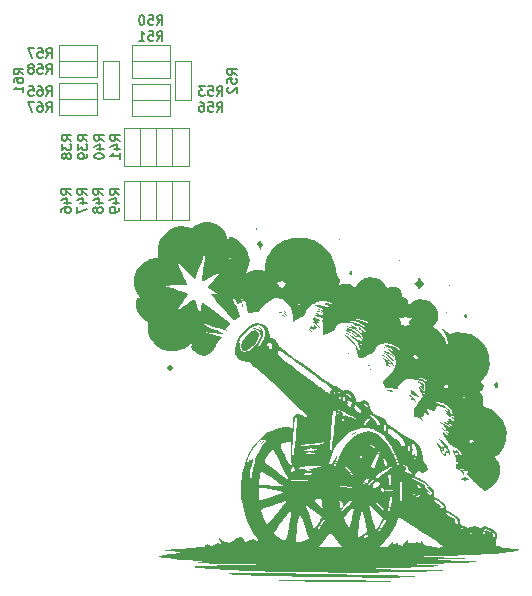
<source format=gbr>
%TF.GenerationSoftware,KiCad,Pcbnew,8.0.9-8.0.9-0~ubuntu24.04.1*%
%TF.CreationDate,2025-02-27T11:28:28+07:00*%
%TF.ProjectId,rp2040_dev,72703230-3430-45f6-9465-762e6b696361,rev?*%
%TF.SameCoordinates,Original*%
%TF.FileFunction,Legend,Bot*%
%TF.FilePolarity,Positive*%
%FSLAX46Y46*%
G04 Gerber Fmt 4.6, Leading zero omitted, Abs format (unit mm)*
G04 Created by KiCad (PCBNEW 8.0.9-8.0.9-0~ubuntu24.04.1) date 2025-02-27 11:28:28*
%MOMM*%
%LPD*%
G01*
G04 APERTURE LIST*
%ADD10C,0.150000*%
%ADD11C,0.300000*%
%ADD12C,0.120000*%
%ADD13C,0.000000*%
G04 APERTURE END LIST*
D10*
X152754285Y-87722295D02*
X153020952Y-87341342D01*
X153211428Y-87722295D02*
X153211428Y-86922295D01*
X153211428Y-86922295D02*
X152906666Y-86922295D01*
X152906666Y-86922295D02*
X152830476Y-86960390D01*
X152830476Y-86960390D02*
X152792381Y-86998485D01*
X152792381Y-86998485D02*
X152754285Y-87074676D01*
X152754285Y-87074676D02*
X152754285Y-87188961D01*
X152754285Y-87188961D02*
X152792381Y-87265152D01*
X152792381Y-87265152D02*
X152830476Y-87303247D01*
X152830476Y-87303247D02*
X152906666Y-87341342D01*
X152906666Y-87341342D02*
X153211428Y-87341342D01*
X152030476Y-86922295D02*
X152411428Y-86922295D01*
X152411428Y-86922295D02*
X152449524Y-87303247D01*
X152449524Y-87303247D02*
X152411428Y-87265152D01*
X152411428Y-87265152D02*
X152335238Y-87227057D01*
X152335238Y-87227057D02*
X152144762Y-87227057D01*
X152144762Y-87227057D02*
X152068571Y-87265152D01*
X152068571Y-87265152D02*
X152030476Y-87303247D01*
X152030476Y-87303247D02*
X151992381Y-87379438D01*
X151992381Y-87379438D02*
X151992381Y-87569914D01*
X151992381Y-87569914D02*
X152030476Y-87646104D01*
X152030476Y-87646104D02*
X152068571Y-87684200D01*
X152068571Y-87684200D02*
X152144762Y-87722295D01*
X152144762Y-87722295D02*
X152335238Y-87722295D01*
X152335238Y-87722295D02*
X152411428Y-87684200D01*
X152411428Y-87684200D02*
X152449524Y-87646104D01*
X151535238Y-87265152D02*
X151611428Y-87227057D01*
X151611428Y-87227057D02*
X151649523Y-87188961D01*
X151649523Y-87188961D02*
X151687619Y-87112771D01*
X151687619Y-87112771D02*
X151687619Y-87074676D01*
X151687619Y-87074676D02*
X151649523Y-86998485D01*
X151649523Y-86998485D02*
X151611428Y-86960390D01*
X151611428Y-86960390D02*
X151535238Y-86922295D01*
X151535238Y-86922295D02*
X151382857Y-86922295D01*
X151382857Y-86922295D02*
X151306666Y-86960390D01*
X151306666Y-86960390D02*
X151268571Y-86998485D01*
X151268571Y-86998485D02*
X151230476Y-87074676D01*
X151230476Y-87074676D02*
X151230476Y-87112771D01*
X151230476Y-87112771D02*
X151268571Y-87188961D01*
X151268571Y-87188961D02*
X151306666Y-87227057D01*
X151306666Y-87227057D02*
X151382857Y-87265152D01*
X151382857Y-87265152D02*
X151535238Y-87265152D01*
X151535238Y-87265152D02*
X151611428Y-87303247D01*
X151611428Y-87303247D02*
X151649523Y-87341342D01*
X151649523Y-87341342D02*
X151687619Y-87417533D01*
X151687619Y-87417533D02*
X151687619Y-87569914D01*
X151687619Y-87569914D02*
X151649523Y-87646104D01*
X151649523Y-87646104D02*
X151611428Y-87684200D01*
X151611428Y-87684200D02*
X151535238Y-87722295D01*
X151535238Y-87722295D02*
X151382857Y-87722295D01*
X151382857Y-87722295D02*
X151306666Y-87684200D01*
X151306666Y-87684200D02*
X151268571Y-87646104D01*
X151268571Y-87646104D02*
X151230476Y-87569914D01*
X151230476Y-87569914D02*
X151230476Y-87417533D01*
X151230476Y-87417533D02*
X151268571Y-87341342D01*
X151268571Y-87341342D02*
X151306666Y-87303247D01*
X151306666Y-87303247D02*
X151382857Y-87265152D01*
D11*
X177916423Y-114772327D02*
X178059281Y-114700898D01*
X178059281Y-114700898D02*
X178273566Y-114700898D01*
X178273566Y-114700898D02*
X178487852Y-114772327D01*
X178487852Y-114772327D02*
X178630709Y-114915184D01*
X178630709Y-114915184D02*
X178702138Y-115058041D01*
X178702138Y-115058041D02*
X178773566Y-115343755D01*
X178773566Y-115343755D02*
X178773566Y-115558041D01*
X178773566Y-115558041D02*
X178702138Y-115843755D01*
X178702138Y-115843755D02*
X178630709Y-115986612D01*
X178630709Y-115986612D02*
X178487852Y-116129470D01*
X178487852Y-116129470D02*
X178273566Y-116200898D01*
X178273566Y-116200898D02*
X178130709Y-116200898D01*
X178130709Y-116200898D02*
X177916423Y-116129470D01*
X177916423Y-116129470D02*
X177844995Y-116058041D01*
X177844995Y-116058041D02*
X177844995Y-115558041D01*
X177844995Y-115558041D02*
X178130709Y-115558041D01*
X176987852Y-114700898D02*
X176987852Y-115058041D01*
X177344995Y-114915184D02*
X176987852Y-115058041D01*
X176987852Y-115058041D02*
X176630709Y-114915184D01*
X177202138Y-115343755D02*
X176987852Y-115058041D01*
X176987852Y-115058041D02*
X176773566Y-115343755D01*
X175844995Y-114700898D02*
X175844995Y-115058041D01*
X176202138Y-114915184D02*
X175844995Y-115058041D01*
X175844995Y-115058041D02*
X175487852Y-114915184D01*
X176059281Y-115343755D02*
X175844995Y-115058041D01*
X175844995Y-115058041D02*
X175630709Y-115343755D01*
X174702138Y-114700898D02*
X174702138Y-115058041D01*
X175059281Y-114915184D02*
X174702138Y-115058041D01*
X174702138Y-115058041D02*
X174344995Y-114915184D01*
X174916424Y-115343755D02*
X174702138Y-115058041D01*
X174702138Y-115058041D02*
X174487852Y-115343755D01*
D10*
X157532295Y-97956714D02*
X157151342Y-97690047D01*
X157532295Y-97499571D02*
X156732295Y-97499571D01*
X156732295Y-97499571D02*
X156732295Y-97804333D01*
X156732295Y-97804333D02*
X156770390Y-97880523D01*
X156770390Y-97880523D02*
X156808485Y-97918618D01*
X156808485Y-97918618D02*
X156884676Y-97956714D01*
X156884676Y-97956714D02*
X156998961Y-97956714D01*
X156998961Y-97956714D02*
X157075152Y-97918618D01*
X157075152Y-97918618D02*
X157113247Y-97880523D01*
X157113247Y-97880523D02*
X157151342Y-97804333D01*
X157151342Y-97804333D02*
X157151342Y-97499571D01*
X156998961Y-98642428D02*
X157532295Y-98642428D01*
X156694200Y-98451952D02*
X157265628Y-98261475D01*
X157265628Y-98261475D02*
X157265628Y-98756714D01*
X157075152Y-99175761D02*
X157037057Y-99099571D01*
X157037057Y-99099571D02*
X156998961Y-99061476D01*
X156998961Y-99061476D02*
X156922771Y-99023380D01*
X156922771Y-99023380D02*
X156884676Y-99023380D01*
X156884676Y-99023380D02*
X156808485Y-99061476D01*
X156808485Y-99061476D02*
X156770390Y-99099571D01*
X156770390Y-99099571D02*
X156732295Y-99175761D01*
X156732295Y-99175761D02*
X156732295Y-99328142D01*
X156732295Y-99328142D02*
X156770390Y-99404333D01*
X156770390Y-99404333D02*
X156808485Y-99442428D01*
X156808485Y-99442428D02*
X156884676Y-99480523D01*
X156884676Y-99480523D02*
X156922771Y-99480523D01*
X156922771Y-99480523D02*
X156998961Y-99442428D01*
X156998961Y-99442428D02*
X157037057Y-99404333D01*
X157037057Y-99404333D02*
X157075152Y-99328142D01*
X157075152Y-99328142D02*
X157075152Y-99175761D01*
X157075152Y-99175761D02*
X157113247Y-99099571D01*
X157113247Y-99099571D02*
X157151342Y-99061476D01*
X157151342Y-99061476D02*
X157227533Y-99023380D01*
X157227533Y-99023380D02*
X157379914Y-99023380D01*
X157379914Y-99023380D02*
X157456104Y-99061476D01*
X157456104Y-99061476D02*
X157494200Y-99099571D01*
X157494200Y-99099571D02*
X157532295Y-99175761D01*
X157532295Y-99175761D02*
X157532295Y-99328142D01*
X157532295Y-99328142D02*
X157494200Y-99404333D01*
X157494200Y-99404333D02*
X157456104Y-99442428D01*
X157456104Y-99442428D02*
X157379914Y-99480523D01*
X157379914Y-99480523D02*
X157227533Y-99480523D01*
X157227533Y-99480523D02*
X157151342Y-99442428D01*
X157151342Y-99442428D02*
X157113247Y-99404333D01*
X157113247Y-99404333D02*
X157075152Y-99328142D01*
X154882295Y-93405714D02*
X154501342Y-93139047D01*
X154882295Y-92948571D02*
X154082295Y-92948571D01*
X154082295Y-92948571D02*
X154082295Y-93253333D01*
X154082295Y-93253333D02*
X154120390Y-93329523D01*
X154120390Y-93329523D02*
X154158485Y-93367618D01*
X154158485Y-93367618D02*
X154234676Y-93405714D01*
X154234676Y-93405714D02*
X154348961Y-93405714D01*
X154348961Y-93405714D02*
X154425152Y-93367618D01*
X154425152Y-93367618D02*
X154463247Y-93329523D01*
X154463247Y-93329523D02*
X154501342Y-93253333D01*
X154501342Y-93253333D02*
X154501342Y-92948571D01*
X154082295Y-93672380D02*
X154082295Y-94167618D01*
X154082295Y-94167618D02*
X154387057Y-93900952D01*
X154387057Y-93900952D02*
X154387057Y-94015237D01*
X154387057Y-94015237D02*
X154425152Y-94091428D01*
X154425152Y-94091428D02*
X154463247Y-94129523D01*
X154463247Y-94129523D02*
X154539438Y-94167618D01*
X154539438Y-94167618D02*
X154729914Y-94167618D01*
X154729914Y-94167618D02*
X154806104Y-94129523D01*
X154806104Y-94129523D02*
X154844200Y-94091428D01*
X154844200Y-94091428D02*
X154882295Y-94015237D01*
X154882295Y-94015237D02*
X154882295Y-93786666D01*
X154882295Y-93786666D02*
X154844200Y-93710475D01*
X154844200Y-93710475D02*
X154806104Y-93672380D01*
X154425152Y-94624761D02*
X154387057Y-94548571D01*
X154387057Y-94548571D02*
X154348961Y-94510476D01*
X154348961Y-94510476D02*
X154272771Y-94472380D01*
X154272771Y-94472380D02*
X154234676Y-94472380D01*
X154234676Y-94472380D02*
X154158485Y-94510476D01*
X154158485Y-94510476D02*
X154120390Y-94548571D01*
X154120390Y-94548571D02*
X154082295Y-94624761D01*
X154082295Y-94624761D02*
X154082295Y-94777142D01*
X154082295Y-94777142D02*
X154120390Y-94853333D01*
X154120390Y-94853333D02*
X154158485Y-94891428D01*
X154158485Y-94891428D02*
X154234676Y-94929523D01*
X154234676Y-94929523D02*
X154272771Y-94929523D01*
X154272771Y-94929523D02*
X154348961Y-94891428D01*
X154348961Y-94891428D02*
X154387057Y-94853333D01*
X154387057Y-94853333D02*
X154425152Y-94777142D01*
X154425152Y-94777142D02*
X154425152Y-94624761D01*
X154425152Y-94624761D02*
X154463247Y-94548571D01*
X154463247Y-94548571D02*
X154501342Y-94510476D01*
X154501342Y-94510476D02*
X154577533Y-94472380D01*
X154577533Y-94472380D02*
X154729914Y-94472380D01*
X154729914Y-94472380D02*
X154806104Y-94510476D01*
X154806104Y-94510476D02*
X154844200Y-94548571D01*
X154844200Y-94548571D02*
X154882295Y-94624761D01*
X154882295Y-94624761D02*
X154882295Y-94777142D01*
X154882295Y-94777142D02*
X154844200Y-94853333D01*
X154844200Y-94853333D02*
X154806104Y-94891428D01*
X154806104Y-94891428D02*
X154729914Y-94929523D01*
X154729914Y-94929523D02*
X154577533Y-94929523D01*
X154577533Y-94929523D02*
X154501342Y-94891428D01*
X154501342Y-94891428D02*
X154463247Y-94853333D01*
X154463247Y-94853333D02*
X154425152Y-94777142D01*
X154822295Y-97956714D02*
X154441342Y-97690047D01*
X154822295Y-97499571D02*
X154022295Y-97499571D01*
X154022295Y-97499571D02*
X154022295Y-97804333D01*
X154022295Y-97804333D02*
X154060390Y-97880523D01*
X154060390Y-97880523D02*
X154098485Y-97918618D01*
X154098485Y-97918618D02*
X154174676Y-97956714D01*
X154174676Y-97956714D02*
X154288961Y-97956714D01*
X154288961Y-97956714D02*
X154365152Y-97918618D01*
X154365152Y-97918618D02*
X154403247Y-97880523D01*
X154403247Y-97880523D02*
X154441342Y-97804333D01*
X154441342Y-97804333D02*
X154441342Y-97499571D01*
X154288961Y-98642428D02*
X154822295Y-98642428D01*
X153984200Y-98451952D02*
X154555628Y-98261475D01*
X154555628Y-98261475D02*
X154555628Y-98756714D01*
X154022295Y-99404333D02*
X154022295Y-99251952D01*
X154022295Y-99251952D02*
X154060390Y-99175761D01*
X154060390Y-99175761D02*
X154098485Y-99137666D01*
X154098485Y-99137666D02*
X154212771Y-99061476D01*
X154212771Y-99061476D02*
X154365152Y-99023380D01*
X154365152Y-99023380D02*
X154669914Y-99023380D01*
X154669914Y-99023380D02*
X154746104Y-99061476D01*
X154746104Y-99061476D02*
X154784200Y-99099571D01*
X154784200Y-99099571D02*
X154822295Y-99175761D01*
X154822295Y-99175761D02*
X154822295Y-99328142D01*
X154822295Y-99328142D02*
X154784200Y-99404333D01*
X154784200Y-99404333D02*
X154746104Y-99442428D01*
X154746104Y-99442428D02*
X154669914Y-99480523D01*
X154669914Y-99480523D02*
X154479438Y-99480523D01*
X154479438Y-99480523D02*
X154403247Y-99442428D01*
X154403247Y-99442428D02*
X154365152Y-99404333D01*
X154365152Y-99404333D02*
X154327057Y-99328142D01*
X154327057Y-99328142D02*
X154327057Y-99175761D01*
X154327057Y-99175761D02*
X154365152Y-99099571D01*
X154365152Y-99099571D02*
X154403247Y-99061476D01*
X154403247Y-99061476D02*
X154479438Y-99023380D01*
X167194285Y-89572295D02*
X167460952Y-89191342D01*
X167651428Y-89572295D02*
X167651428Y-88772295D01*
X167651428Y-88772295D02*
X167346666Y-88772295D01*
X167346666Y-88772295D02*
X167270476Y-88810390D01*
X167270476Y-88810390D02*
X167232381Y-88848485D01*
X167232381Y-88848485D02*
X167194285Y-88924676D01*
X167194285Y-88924676D02*
X167194285Y-89038961D01*
X167194285Y-89038961D02*
X167232381Y-89115152D01*
X167232381Y-89115152D02*
X167270476Y-89153247D01*
X167270476Y-89153247D02*
X167346666Y-89191342D01*
X167346666Y-89191342D02*
X167651428Y-89191342D01*
X166470476Y-88772295D02*
X166851428Y-88772295D01*
X166851428Y-88772295D02*
X166889524Y-89153247D01*
X166889524Y-89153247D02*
X166851428Y-89115152D01*
X166851428Y-89115152D02*
X166775238Y-89077057D01*
X166775238Y-89077057D02*
X166584762Y-89077057D01*
X166584762Y-89077057D02*
X166508571Y-89115152D01*
X166508571Y-89115152D02*
X166470476Y-89153247D01*
X166470476Y-89153247D02*
X166432381Y-89229438D01*
X166432381Y-89229438D02*
X166432381Y-89419914D01*
X166432381Y-89419914D02*
X166470476Y-89496104D01*
X166470476Y-89496104D02*
X166508571Y-89534200D01*
X166508571Y-89534200D02*
X166584762Y-89572295D01*
X166584762Y-89572295D02*
X166775238Y-89572295D01*
X166775238Y-89572295D02*
X166851428Y-89534200D01*
X166851428Y-89534200D02*
X166889524Y-89496104D01*
X166165714Y-88772295D02*
X165670476Y-88772295D01*
X165670476Y-88772295D02*
X165937142Y-89077057D01*
X165937142Y-89077057D02*
X165822857Y-89077057D01*
X165822857Y-89077057D02*
X165746666Y-89115152D01*
X165746666Y-89115152D02*
X165708571Y-89153247D01*
X165708571Y-89153247D02*
X165670476Y-89229438D01*
X165670476Y-89229438D02*
X165670476Y-89419914D01*
X165670476Y-89419914D02*
X165708571Y-89496104D01*
X165708571Y-89496104D02*
X165746666Y-89534200D01*
X165746666Y-89534200D02*
X165822857Y-89572295D01*
X165822857Y-89572295D02*
X166051428Y-89572295D01*
X166051428Y-89572295D02*
X166127619Y-89534200D01*
X166127619Y-89534200D02*
X166165714Y-89496104D01*
X168902295Y-87815714D02*
X168521342Y-87549047D01*
X168902295Y-87358571D02*
X168102295Y-87358571D01*
X168102295Y-87358571D02*
X168102295Y-87663333D01*
X168102295Y-87663333D02*
X168140390Y-87739523D01*
X168140390Y-87739523D02*
X168178485Y-87777618D01*
X168178485Y-87777618D02*
X168254676Y-87815714D01*
X168254676Y-87815714D02*
X168368961Y-87815714D01*
X168368961Y-87815714D02*
X168445152Y-87777618D01*
X168445152Y-87777618D02*
X168483247Y-87739523D01*
X168483247Y-87739523D02*
X168521342Y-87663333D01*
X168521342Y-87663333D02*
X168521342Y-87358571D01*
X168102295Y-88539523D02*
X168102295Y-88158571D01*
X168102295Y-88158571D02*
X168483247Y-88120475D01*
X168483247Y-88120475D02*
X168445152Y-88158571D01*
X168445152Y-88158571D02*
X168407057Y-88234761D01*
X168407057Y-88234761D02*
X168407057Y-88425237D01*
X168407057Y-88425237D02*
X168445152Y-88501428D01*
X168445152Y-88501428D02*
X168483247Y-88539523D01*
X168483247Y-88539523D02*
X168559438Y-88577618D01*
X168559438Y-88577618D02*
X168749914Y-88577618D01*
X168749914Y-88577618D02*
X168826104Y-88539523D01*
X168826104Y-88539523D02*
X168864200Y-88501428D01*
X168864200Y-88501428D02*
X168902295Y-88425237D01*
X168902295Y-88425237D02*
X168902295Y-88234761D01*
X168902295Y-88234761D02*
X168864200Y-88158571D01*
X168864200Y-88158571D02*
X168826104Y-88120475D01*
X168178485Y-88882380D02*
X168140390Y-88920476D01*
X168140390Y-88920476D02*
X168102295Y-88996666D01*
X168102295Y-88996666D02*
X168102295Y-89187142D01*
X168102295Y-89187142D02*
X168140390Y-89263333D01*
X168140390Y-89263333D02*
X168178485Y-89301428D01*
X168178485Y-89301428D02*
X168254676Y-89339523D01*
X168254676Y-89339523D02*
X168330866Y-89339523D01*
X168330866Y-89339523D02*
X168445152Y-89301428D01*
X168445152Y-89301428D02*
X168902295Y-88844285D01*
X168902295Y-88844285D02*
X168902295Y-89339523D01*
X158992295Y-93405714D02*
X158611342Y-93139047D01*
X158992295Y-92948571D02*
X158192295Y-92948571D01*
X158192295Y-92948571D02*
X158192295Y-93253333D01*
X158192295Y-93253333D02*
X158230390Y-93329523D01*
X158230390Y-93329523D02*
X158268485Y-93367618D01*
X158268485Y-93367618D02*
X158344676Y-93405714D01*
X158344676Y-93405714D02*
X158458961Y-93405714D01*
X158458961Y-93405714D02*
X158535152Y-93367618D01*
X158535152Y-93367618D02*
X158573247Y-93329523D01*
X158573247Y-93329523D02*
X158611342Y-93253333D01*
X158611342Y-93253333D02*
X158611342Y-92948571D01*
X158458961Y-94091428D02*
X158992295Y-94091428D01*
X158154200Y-93900952D02*
X158725628Y-93710475D01*
X158725628Y-93710475D02*
X158725628Y-94205714D01*
X158992295Y-94929523D02*
X158992295Y-94472380D01*
X158992295Y-94700952D02*
X158192295Y-94700952D01*
X158192295Y-94700952D02*
X158306580Y-94624761D01*
X158306580Y-94624761D02*
X158382771Y-94548571D01*
X158382771Y-94548571D02*
X158420866Y-94472380D01*
X158922295Y-97956714D02*
X158541342Y-97690047D01*
X158922295Y-97499571D02*
X158122295Y-97499571D01*
X158122295Y-97499571D02*
X158122295Y-97804333D01*
X158122295Y-97804333D02*
X158160390Y-97880523D01*
X158160390Y-97880523D02*
X158198485Y-97918618D01*
X158198485Y-97918618D02*
X158274676Y-97956714D01*
X158274676Y-97956714D02*
X158388961Y-97956714D01*
X158388961Y-97956714D02*
X158465152Y-97918618D01*
X158465152Y-97918618D02*
X158503247Y-97880523D01*
X158503247Y-97880523D02*
X158541342Y-97804333D01*
X158541342Y-97804333D02*
X158541342Y-97499571D01*
X158388961Y-98642428D02*
X158922295Y-98642428D01*
X158084200Y-98451952D02*
X158655628Y-98261475D01*
X158655628Y-98261475D02*
X158655628Y-98756714D01*
X158922295Y-99099571D02*
X158922295Y-99251952D01*
X158922295Y-99251952D02*
X158884200Y-99328142D01*
X158884200Y-99328142D02*
X158846104Y-99366238D01*
X158846104Y-99366238D02*
X158731819Y-99442428D01*
X158731819Y-99442428D02*
X158579438Y-99480523D01*
X158579438Y-99480523D02*
X158274676Y-99480523D01*
X158274676Y-99480523D02*
X158198485Y-99442428D01*
X158198485Y-99442428D02*
X158160390Y-99404333D01*
X158160390Y-99404333D02*
X158122295Y-99328142D01*
X158122295Y-99328142D02*
X158122295Y-99175761D01*
X158122295Y-99175761D02*
X158160390Y-99099571D01*
X158160390Y-99099571D02*
X158198485Y-99061476D01*
X158198485Y-99061476D02*
X158274676Y-99023380D01*
X158274676Y-99023380D02*
X158465152Y-99023380D01*
X158465152Y-99023380D02*
X158541342Y-99061476D01*
X158541342Y-99061476D02*
X158579438Y-99099571D01*
X158579438Y-99099571D02*
X158617533Y-99175761D01*
X158617533Y-99175761D02*
X158617533Y-99328142D01*
X158617533Y-99328142D02*
X158579438Y-99404333D01*
X158579438Y-99404333D02*
X158541342Y-99442428D01*
X158541342Y-99442428D02*
X158465152Y-99480523D01*
X156242295Y-93405714D02*
X155861342Y-93139047D01*
X156242295Y-92948571D02*
X155442295Y-92948571D01*
X155442295Y-92948571D02*
X155442295Y-93253333D01*
X155442295Y-93253333D02*
X155480390Y-93329523D01*
X155480390Y-93329523D02*
X155518485Y-93367618D01*
X155518485Y-93367618D02*
X155594676Y-93405714D01*
X155594676Y-93405714D02*
X155708961Y-93405714D01*
X155708961Y-93405714D02*
X155785152Y-93367618D01*
X155785152Y-93367618D02*
X155823247Y-93329523D01*
X155823247Y-93329523D02*
X155861342Y-93253333D01*
X155861342Y-93253333D02*
X155861342Y-92948571D01*
X155442295Y-93672380D02*
X155442295Y-94167618D01*
X155442295Y-94167618D02*
X155747057Y-93900952D01*
X155747057Y-93900952D02*
X155747057Y-94015237D01*
X155747057Y-94015237D02*
X155785152Y-94091428D01*
X155785152Y-94091428D02*
X155823247Y-94129523D01*
X155823247Y-94129523D02*
X155899438Y-94167618D01*
X155899438Y-94167618D02*
X156089914Y-94167618D01*
X156089914Y-94167618D02*
X156166104Y-94129523D01*
X156166104Y-94129523D02*
X156204200Y-94091428D01*
X156204200Y-94091428D02*
X156242295Y-94015237D01*
X156242295Y-94015237D02*
X156242295Y-93786666D01*
X156242295Y-93786666D02*
X156204200Y-93710475D01*
X156204200Y-93710475D02*
X156166104Y-93672380D01*
X156242295Y-94548571D02*
X156242295Y-94700952D01*
X156242295Y-94700952D02*
X156204200Y-94777142D01*
X156204200Y-94777142D02*
X156166104Y-94815238D01*
X156166104Y-94815238D02*
X156051819Y-94891428D01*
X156051819Y-94891428D02*
X155899438Y-94929523D01*
X155899438Y-94929523D02*
X155594676Y-94929523D01*
X155594676Y-94929523D02*
X155518485Y-94891428D01*
X155518485Y-94891428D02*
X155480390Y-94853333D01*
X155480390Y-94853333D02*
X155442295Y-94777142D01*
X155442295Y-94777142D02*
X155442295Y-94624761D01*
X155442295Y-94624761D02*
X155480390Y-94548571D01*
X155480390Y-94548571D02*
X155518485Y-94510476D01*
X155518485Y-94510476D02*
X155594676Y-94472380D01*
X155594676Y-94472380D02*
X155785152Y-94472380D01*
X155785152Y-94472380D02*
X155861342Y-94510476D01*
X155861342Y-94510476D02*
X155899438Y-94548571D01*
X155899438Y-94548571D02*
X155937533Y-94624761D01*
X155937533Y-94624761D02*
X155937533Y-94777142D01*
X155937533Y-94777142D02*
X155899438Y-94853333D01*
X155899438Y-94853333D02*
X155861342Y-94891428D01*
X155861342Y-94891428D02*
X155785152Y-94929523D01*
X162144285Y-83572295D02*
X162410952Y-83191342D01*
X162601428Y-83572295D02*
X162601428Y-82772295D01*
X162601428Y-82772295D02*
X162296666Y-82772295D01*
X162296666Y-82772295D02*
X162220476Y-82810390D01*
X162220476Y-82810390D02*
X162182381Y-82848485D01*
X162182381Y-82848485D02*
X162144285Y-82924676D01*
X162144285Y-82924676D02*
X162144285Y-83038961D01*
X162144285Y-83038961D02*
X162182381Y-83115152D01*
X162182381Y-83115152D02*
X162220476Y-83153247D01*
X162220476Y-83153247D02*
X162296666Y-83191342D01*
X162296666Y-83191342D02*
X162601428Y-83191342D01*
X161420476Y-82772295D02*
X161801428Y-82772295D01*
X161801428Y-82772295D02*
X161839524Y-83153247D01*
X161839524Y-83153247D02*
X161801428Y-83115152D01*
X161801428Y-83115152D02*
X161725238Y-83077057D01*
X161725238Y-83077057D02*
X161534762Y-83077057D01*
X161534762Y-83077057D02*
X161458571Y-83115152D01*
X161458571Y-83115152D02*
X161420476Y-83153247D01*
X161420476Y-83153247D02*
X161382381Y-83229438D01*
X161382381Y-83229438D02*
X161382381Y-83419914D01*
X161382381Y-83419914D02*
X161420476Y-83496104D01*
X161420476Y-83496104D02*
X161458571Y-83534200D01*
X161458571Y-83534200D02*
X161534762Y-83572295D01*
X161534762Y-83572295D02*
X161725238Y-83572295D01*
X161725238Y-83572295D02*
X161801428Y-83534200D01*
X161801428Y-83534200D02*
X161839524Y-83496104D01*
X160887142Y-82772295D02*
X160810952Y-82772295D01*
X160810952Y-82772295D02*
X160734761Y-82810390D01*
X160734761Y-82810390D02*
X160696666Y-82848485D01*
X160696666Y-82848485D02*
X160658571Y-82924676D01*
X160658571Y-82924676D02*
X160620476Y-83077057D01*
X160620476Y-83077057D02*
X160620476Y-83267533D01*
X160620476Y-83267533D02*
X160658571Y-83419914D01*
X160658571Y-83419914D02*
X160696666Y-83496104D01*
X160696666Y-83496104D02*
X160734761Y-83534200D01*
X160734761Y-83534200D02*
X160810952Y-83572295D01*
X160810952Y-83572295D02*
X160887142Y-83572295D01*
X160887142Y-83572295D02*
X160963333Y-83534200D01*
X160963333Y-83534200D02*
X161001428Y-83496104D01*
X161001428Y-83496104D02*
X161039523Y-83419914D01*
X161039523Y-83419914D02*
X161077619Y-83267533D01*
X161077619Y-83267533D02*
X161077619Y-83077057D01*
X161077619Y-83077057D02*
X161039523Y-82924676D01*
X161039523Y-82924676D02*
X161001428Y-82848485D01*
X161001428Y-82848485D02*
X160963333Y-82810390D01*
X160963333Y-82810390D02*
X160887142Y-82772295D01*
X157612295Y-93405714D02*
X157231342Y-93139047D01*
X157612295Y-92948571D02*
X156812295Y-92948571D01*
X156812295Y-92948571D02*
X156812295Y-93253333D01*
X156812295Y-93253333D02*
X156850390Y-93329523D01*
X156850390Y-93329523D02*
X156888485Y-93367618D01*
X156888485Y-93367618D02*
X156964676Y-93405714D01*
X156964676Y-93405714D02*
X157078961Y-93405714D01*
X157078961Y-93405714D02*
X157155152Y-93367618D01*
X157155152Y-93367618D02*
X157193247Y-93329523D01*
X157193247Y-93329523D02*
X157231342Y-93253333D01*
X157231342Y-93253333D02*
X157231342Y-92948571D01*
X157078961Y-94091428D02*
X157612295Y-94091428D01*
X156774200Y-93900952D02*
X157345628Y-93710475D01*
X157345628Y-93710475D02*
X157345628Y-94205714D01*
X156812295Y-94662857D02*
X156812295Y-94739047D01*
X156812295Y-94739047D02*
X156850390Y-94815238D01*
X156850390Y-94815238D02*
X156888485Y-94853333D01*
X156888485Y-94853333D02*
X156964676Y-94891428D01*
X156964676Y-94891428D02*
X157117057Y-94929523D01*
X157117057Y-94929523D02*
X157307533Y-94929523D01*
X157307533Y-94929523D02*
X157459914Y-94891428D01*
X157459914Y-94891428D02*
X157536104Y-94853333D01*
X157536104Y-94853333D02*
X157574200Y-94815238D01*
X157574200Y-94815238D02*
X157612295Y-94739047D01*
X157612295Y-94739047D02*
X157612295Y-94662857D01*
X157612295Y-94662857D02*
X157574200Y-94586666D01*
X157574200Y-94586666D02*
X157536104Y-94548571D01*
X157536104Y-94548571D02*
X157459914Y-94510476D01*
X157459914Y-94510476D02*
X157307533Y-94472380D01*
X157307533Y-94472380D02*
X157117057Y-94472380D01*
X157117057Y-94472380D02*
X156964676Y-94510476D01*
X156964676Y-94510476D02*
X156888485Y-94548571D01*
X156888485Y-94548571D02*
X156850390Y-94586666D01*
X156850390Y-94586666D02*
X156812295Y-94662857D01*
X156172295Y-97956714D02*
X155791342Y-97690047D01*
X156172295Y-97499571D02*
X155372295Y-97499571D01*
X155372295Y-97499571D02*
X155372295Y-97804333D01*
X155372295Y-97804333D02*
X155410390Y-97880523D01*
X155410390Y-97880523D02*
X155448485Y-97918618D01*
X155448485Y-97918618D02*
X155524676Y-97956714D01*
X155524676Y-97956714D02*
X155638961Y-97956714D01*
X155638961Y-97956714D02*
X155715152Y-97918618D01*
X155715152Y-97918618D02*
X155753247Y-97880523D01*
X155753247Y-97880523D02*
X155791342Y-97804333D01*
X155791342Y-97804333D02*
X155791342Y-97499571D01*
X155638961Y-98642428D02*
X156172295Y-98642428D01*
X155334200Y-98451952D02*
X155905628Y-98261475D01*
X155905628Y-98261475D02*
X155905628Y-98756714D01*
X155372295Y-98985285D02*
X155372295Y-99518619D01*
X155372295Y-99518619D02*
X156172295Y-99175761D01*
X152754285Y-89572295D02*
X153020952Y-89191342D01*
X153211428Y-89572295D02*
X153211428Y-88772295D01*
X153211428Y-88772295D02*
X152906666Y-88772295D01*
X152906666Y-88772295D02*
X152830476Y-88810390D01*
X152830476Y-88810390D02*
X152792381Y-88848485D01*
X152792381Y-88848485D02*
X152754285Y-88924676D01*
X152754285Y-88924676D02*
X152754285Y-89038961D01*
X152754285Y-89038961D02*
X152792381Y-89115152D01*
X152792381Y-89115152D02*
X152830476Y-89153247D01*
X152830476Y-89153247D02*
X152906666Y-89191342D01*
X152906666Y-89191342D02*
X153211428Y-89191342D01*
X152068571Y-88772295D02*
X152220952Y-88772295D01*
X152220952Y-88772295D02*
X152297143Y-88810390D01*
X152297143Y-88810390D02*
X152335238Y-88848485D01*
X152335238Y-88848485D02*
X152411428Y-88962771D01*
X152411428Y-88962771D02*
X152449524Y-89115152D01*
X152449524Y-89115152D02*
X152449524Y-89419914D01*
X152449524Y-89419914D02*
X152411428Y-89496104D01*
X152411428Y-89496104D02*
X152373333Y-89534200D01*
X152373333Y-89534200D02*
X152297143Y-89572295D01*
X152297143Y-89572295D02*
X152144762Y-89572295D01*
X152144762Y-89572295D02*
X152068571Y-89534200D01*
X152068571Y-89534200D02*
X152030476Y-89496104D01*
X152030476Y-89496104D02*
X151992381Y-89419914D01*
X151992381Y-89419914D02*
X151992381Y-89229438D01*
X151992381Y-89229438D02*
X152030476Y-89153247D01*
X152030476Y-89153247D02*
X152068571Y-89115152D01*
X152068571Y-89115152D02*
X152144762Y-89077057D01*
X152144762Y-89077057D02*
X152297143Y-89077057D01*
X152297143Y-89077057D02*
X152373333Y-89115152D01*
X152373333Y-89115152D02*
X152411428Y-89153247D01*
X152411428Y-89153247D02*
X152449524Y-89229438D01*
X151268571Y-88772295D02*
X151649523Y-88772295D01*
X151649523Y-88772295D02*
X151687619Y-89153247D01*
X151687619Y-89153247D02*
X151649523Y-89115152D01*
X151649523Y-89115152D02*
X151573333Y-89077057D01*
X151573333Y-89077057D02*
X151382857Y-89077057D01*
X151382857Y-89077057D02*
X151306666Y-89115152D01*
X151306666Y-89115152D02*
X151268571Y-89153247D01*
X151268571Y-89153247D02*
X151230476Y-89229438D01*
X151230476Y-89229438D02*
X151230476Y-89419914D01*
X151230476Y-89419914D02*
X151268571Y-89496104D01*
X151268571Y-89496104D02*
X151306666Y-89534200D01*
X151306666Y-89534200D02*
X151382857Y-89572295D01*
X151382857Y-89572295D02*
X151573333Y-89572295D01*
X151573333Y-89572295D02*
X151649523Y-89534200D01*
X151649523Y-89534200D02*
X151687619Y-89496104D01*
X162144285Y-84932295D02*
X162410952Y-84551342D01*
X162601428Y-84932295D02*
X162601428Y-84132295D01*
X162601428Y-84132295D02*
X162296666Y-84132295D01*
X162296666Y-84132295D02*
X162220476Y-84170390D01*
X162220476Y-84170390D02*
X162182381Y-84208485D01*
X162182381Y-84208485D02*
X162144285Y-84284676D01*
X162144285Y-84284676D02*
X162144285Y-84398961D01*
X162144285Y-84398961D02*
X162182381Y-84475152D01*
X162182381Y-84475152D02*
X162220476Y-84513247D01*
X162220476Y-84513247D02*
X162296666Y-84551342D01*
X162296666Y-84551342D02*
X162601428Y-84551342D01*
X161420476Y-84132295D02*
X161801428Y-84132295D01*
X161801428Y-84132295D02*
X161839524Y-84513247D01*
X161839524Y-84513247D02*
X161801428Y-84475152D01*
X161801428Y-84475152D02*
X161725238Y-84437057D01*
X161725238Y-84437057D02*
X161534762Y-84437057D01*
X161534762Y-84437057D02*
X161458571Y-84475152D01*
X161458571Y-84475152D02*
X161420476Y-84513247D01*
X161420476Y-84513247D02*
X161382381Y-84589438D01*
X161382381Y-84589438D02*
X161382381Y-84779914D01*
X161382381Y-84779914D02*
X161420476Y-84856104D01*
X161420476Y-84856104D02*
X161458571Y-84894200D01*
X161458571Y-84894200D02*
X161534762Y-84932295D01*
X161534762Y-84932295D02*
X161725238Y-84932295D01*
X161725238Y-84932295D02*
X161801428Y-84894200D01*
X161801428Y-84894200D02*
X161839524Y-84856104D01*
X160620476Y-84932295D02*
X161077619Y-84932295D01*
X160849047Y-84932295D02*
X160849047Y-84132295D01*
X160849047Y-84132295D02*
X160925238Y-84246580D01*
X160925238Y-84246580D02*
X161001428Y-84322771D01*
X161001428Y-84322771D02*
X161077619Y-84360866D01*
X167194285Y-90932295D02*
X167460952Y-90551342D01*
X167651428Y-90932295D02*
X167651428Y-90132295D01*
X167651428Y-90132295D02*
X167346666Y-90132295D01*
X167346666Y-90132295D02*
X167270476Y-90170390D01*
X167270476Y-90170390D02*
X167232381Y-90208485D01*
X167232381Y-90208485D02*
X167194285Y-90284676D01*
X167194285Y-90284676D02*
X167194285Y-90398961D01*
X167194285Y-90398961D02*
X167232381Y-90475152D01*
X167232381Y-90475152D02*
X167270476Y-90513247D01*
X167270476Y-90513247D02*
X167346666Y-90551342D01*
X167346666Y-90551342D02*
X167651428Y-90551342D01*
X166470476Y-90132295D02*
X166851428Y-90132295D01*
X166851428Y-90132295D02*
X166889524Y-90513247D01*
X166889524Y-90513247D02*
X166851428Y-90475152D01*
X166851428Y-90475152D02*
X166775238Y-90437057D01*
X166775238Y-90437057D02*
X166584762Y-90437057D01*
X166584762Y-90437057D02*
X166508571Y-90475152D01*
X166508571Y-90475152D02*
X166470476Y-90513247D01*
X166470476Y-90513247D02*
X166432381Y-90589438D01*
X166432381Y-90589438D02*
X166432381Y-90779914D01*
X166432381Y-90779914D02*
X166470476Y-90856104D01*
X166470476Y-90856104D02*
X166508571Y-90894200D01*
X166508571Y-90894200D02*
X166584762Y-90932295D01*
X166584762Y-90932295D02*
X166775238Y-90932295D01*
X166775238Y-90932295D02*
X166851428Y-90894200D01*
X166851428Y-90894200D02*
X166889524Y-90856104D01*
X165746666Y-90132295D02*
X165899047Y-90132295D01*
X165899047Y-90132295D02*
X165975238Y-90170390D01*
X165975238Y-90170390D02*
X166013333Y-90208485D01*
X166013333Y-90208485D02*
X166089523Y-90322771D01*
X166089523Y-90322771D02*
X166127619Y-90475152D01*
X166127619Y-90475152D02*
X166127619Y-90779914D01*
X166127619Y-90779914D02*
X166089523Y-90856104D01*
X166089523Y-90856104D02*
X166051428Y-90894200D01*
X166051428Y-90894200D02*
X165975238Y-90932295D01*
X165975238Y-90932295D02*
X165822857Y-90932295D01*
X165822857Y-90932295D02*
X165746666Y-90894200D01*
X165746666Y-90894200D02*
X165708571Y-90856104D01*
X165708571Y-90856104D02*
X165670476Y-90779914D01*
X165670476Y-90779914D02*
X165670476Y-90589438D01*
X165670476Y-90589438D02*
X165708571Y-90513247D01*
X165708571Y-90513247D02*
X165746666Y-90475152D01*
X165746666Y-90475152D02*
X165822857Y-90437057D01*
X165822857Y-90437057D02*
X165975238Y-90437057D01*
X165975238Y-90437057D02*
X166051428Y-90475152D01*
X166051428Y-90475152D02*
X166089523Y-90513247D01*
X166089523Y-90513247D02*
X166127619Y-90589438D01*
X152754285Y-90932295D02*
X153020952Y-90551342D01*
X153211428Y-90932295D02*
X153211428Y-90132295D01*
X153211428Y-90132295D02*
X152906666Y-90132295D01*
X152906666Y-90132295D02*
X152830476Y-90170390D01*
X152830476Y-90170390D02*
X152792381Y-90208485D01*
X152792381Y-90208485D02*
X152754285Y-90284676D01*
X152754285Y-90284676D02*
X152754285Y-90398961D01*
X152754285Y-90398961D02*
X152792381Y-90475152D01*
X152792381Y-90475152D02*
X152830476Y-90513247D01*
X152830476Y-90513247D02*
X152906666Y-90551342D01*
X152906666Y-90551342D02*
X153211428Y-90551342D01*
X152068571Y-90132295D02*
X152220952Y-90132295D01*
X152220952Y-90132295D02*
X152297143Y-90170390D01*
X152297143Y-90170390D02*
X152335238Y-90208485D01*
X152335238Y-90208485D02*
X152411428Y-90322771D01*
X152411428Y-90322771D02*
X152449524Y-90475152D01*
X152449524Y-90475152D02*
X152449524Y-90779914D01*
X152449524Y-90779914D02*
X152411428Y-90856104D01*
X152411428Y-90856104D02*
X152373333Y-90894200D01*
X152373333Y-90894200D02*
X152297143Y-90932295D01*
X152297143Y-90932295D02*
X152144762Y-90932295D01*
X152144762Y-90932295D02*
X152068571Y-90894200D01*
X152068571Y-90894200D02*
X152030476Y-90856104D01*
X152030476Y-90856104D02*
X151992381Y-90779914D01*
X151992381Y-90779914D02*
X151992381Y-90589438D01*
X151992381Y-90589438D02*
X152030476Y-90513247D01*
X152030476Y-90513247D02*
X152068571Y-90475152D01*
X152068571Y-90475152D02*
X152144762Y-90437057D01*
X152144762Y-90437057D02*
X152297143Y-90437057D01*
X152297143Y-90437057D02*
X152373333Y-90475152D01*
X152373333Y-90475152D02*
X152411428Y-90513247D01*
X152411428Y-90513247D02*
X152449524Y-90589438D01*
X151725714Y-90132295D02*
X151192380Y-90132295D01*
X151192380Y-90132295D02*
X151535238Y-90932295D01*
X152754285Y-86362295D02*
X153020952Y-85981342D01*
X153211428Y-86362295D02*
X153211428Y-85562295D01*
X153211428Y-85562295D02*
X152906666Y-85562295D01*
X152906666Y-85562295D02*
X152830476Y-85600390D01*
X152830476Y-85600390D02*
X152792381Y-85638485D01*
X152792381Y-85638485D02*
X152754285Y-85714676D01*
X152754285Y-85714676D02*
X152754285Y-85828961D01*
X152754285Y-85828961D02*
X152792381Y-85905152D01*
X152792381Y-85905152D02*
X152830476Y-85943247D01*
X152830476Y-85943247D02*
X152906666Y-85981342D01*
X152906666Y-85981342D02*
X153211428Y-85981342D01*
X152030476Y-85562295D02*
X152411428Y-85562295D01*
X152411428Y-85562295D02*
X152449524Y-85943247D01*
X152449524Y-85943247D02*
X152411428Y-85905152D01*
X152411428Y-85905152D02*
X152335238Y-85867057D01*
X152335238Y-85867057D02*
X152144762Y-85867057D01*
X152144762Y-85867057D02*
X152068571Y-85905152D01*
X152068571Y-85905152D02*
X152030476Y-85943247D01*
X152030476Y-85943247D02*
X151992381Y-86019438D01*
X151992381Y-86019438D02*
X151992381Y-86209914D01*
X151992381Y-86209914D02*
X152030476Y-86286104D01*
X152030476Y-86286104D02*
X152068571Y-86324200D01*
X152068571Y-86324200D02*
X152144762Y-86362295D01*
X152144762Y-86362295D02*
X152335238Y-86362295D01*
X152335238Y-86362295D02*
X152411428Y-86324200D01*
X152411428Y-86324200D02*
X152449524Y-86286104D01*
X151725714Y-85562295D02*
X151192380Y-85562295D01*
X151192380Y-85562295D02*
X151535238Y-86362295D01*
X150792295Y-87755714D02*
X150411342Y-87489047D01*
X150792295Y-87298571D02*
X149992295Y-87298571D01*
X149992295Y-87298571D02*
X149992295Y-87603333D01*
X149992295Y-87603333D02*
X150030390Y-87679523D01*
X150030390Y-87679523D02*
X150068485Y-87717618D01*
X150068485Y-87717618D02*
X150144676Y-87755714D01*
X150144676Y-87755714D02*
X150258961Y-87755714D01*
X150258961Y-87755714D02*
X150335152Y-87717618D01*
X150335152Y-87717618D02*
X150373247Y-87679523D01*
X150373247Y-87679523D02*
X150411342Y-87603333D01*
X150411342Y-87603333D02*
X150411342Y-87298571D01*
X149992295Y-88441428D02*
X149992295Y-88289047D01*
X149992295Y-88289047D02*
X150030390Y-88212856D01*
X150030390Y-88212856D02*
X150068485Y-88174761D01*
X150068485Y-88174761D02*
X150182771Y-88098571D01*
X150182771Y-88098571D02*
X150335152Y-88060475D01*
X150335152Y-88060475D02*
X150639914Y-88060475D01*
X150639914Y-88060475D02*
X150716104Y-88098571D01*
X150716104Y-88098571D02*
X150754200Y-88136666D01*
X150754200Y-88136666D02*
X150792295Y-88212856D01*
X150792295Y-88212856D02*
X150792295Y-88365237D01*
X150792295Y-88365237D02*
X150754200Y-88441428D01*
X150754200Y-88441428D02*
X150716104Y-88479523D01*
X150716104Y-88479523D02*
X150639914Y-88517618D01*
X150639914Y-88517618D02*
X150449438Y-88517618D01*
X150449438Y-88517618D02*
X150373247Y-88479523D01*
X150373247Y-88479523D02*
X150335152Y-88441428D01*
X150335152Y-88441428D02*
X150297057Y-88365237D01*
X150297057Y-88365237D02*
X150297057Y-88212856D01*
X150297057Y-88212856D02*
X150335152Y-88136666D01*
X150335152Y-88136666D02*
X150373247Y-88098571D01*
X150373247Y-88098571D02*
X150449438Y-88060475D01*
X150792295Y-89279523D02*
X150792295Y-88822380D01*
X150792295Y-89050952D02*
X149992295Y-89050952D01*
X149992295Y-89050952D02*
X150106580Y-88974761D01*
X150106580Y-88974761D02*
X150182771Y-88898571D01*
X150182771Y-88898571D02*
X150220866Y-88822380D01*
D12*
%TO.C,R58*%
X153839000Y-88031000D02*
X153839000Y-86671000D01*
X153849000Y-86671000D02*
X157059000Y-86671000D01*
X157059000Y-88031000D02*
X153849000Y-88031000D01*
X157069000Y-88021000D02*
X157069000Y-86671000D01*
D13*
%TO.C,G\u002A\u002A\u002A*%
G36*
X164402996Y-112093570D02*
G01*
X164360663Y-112135903D01*
X164318329Y-112093570D01*
X164360663Y-112051236D01*
X164402996Y-112093570D01*
G37*
G36*
X165926996Y-127672236D02*
G01*
X165884663Y-127714570D01*
X165842329Y-127672236D01*
X165884663Y-127629903D01*
X165926996Y-127672236D01*
G37*
G36*
X172784996Y-107775570D02*
G01*
X172742663Y-107817903D01*
X172700329Y-107775570D01*
X172742663Y-107733236D01*
X172784996Y-107775570D01*
G37*
G36*
X172954329Y-107690903D02*
G01*
X172911996Y-107733236D01*
X172869663Y-107690903D01*
X172911996Y-107648570D01*
X172954329Y-107690903D01*
G37*
G36*
X175324996Y-108622236D02*
G01*
X175282663Y-108664570D01*
X175240329Y-108622236D01*
X175282663Y-108579903D01*
X175324996Y-108622236D01*
G37*
G36*
X175324996Y-108960903D02*
G01*
X175282663Y-109003236D01*
X175240329Y-108960903D01*
X175282663Y-108918570D01*
X175324996Y-108960903D01*
G37*
G36*
X177526329Y-119882903D02*
G01*
X177483996Y-119925236D01*
X177441663Y-119882903D01*
X177483996Y-119840570D01*
X177526329Y-119882903D01*
G37*
G36*
X177610996Y-119713570D02*
G01*
X177568663Y-119755903D01*
X177526329Y-119713570D01*
X177568663Y-119671236D01*
X177610996Y-119713570D01*
G37*
G36*
X178118996Y-110908236D02*
G01*
X178076663Y-110950570D01*
X178034329Y-110908236D01*
X178076663Y-110865903D01*
X178118996Y-110908236D01*
G37*
G36*
X178457663Y-108960903D02*
G01*
X178415329Y-109003236D01*
X178372996Y-108960903D01*
X178415329Y-108918570D01*
X178457663Y-108960903D01*
G37*
G36*
X179134996Y-118020236D02*
G01*
X179092663Y-118062570D01*
X179050329Y-118020236D01*
X179092663Y-117977903D01*
X179134996Y-118020236D01*
G37*
G36*
X181336329Y-112008903D02*
G01*
X181293996Y-112051236D01*
X181251663Y-112008903D01*
X181293996Y-111966570D01*
X181336329Y-112008903D01*
G37*
G36*
X181759663Y-112601570D02*
G01*
X181717329Y-112643903D01*
X181674996Y-112601570D01*
X181717329Y-112559236D01*
X181759663Y-112601570D01*
G37*
G36*
X182013663Y-112686236D02*
G01*
X181971329Y-112728570D01*
X181928996Y-112686236D01*
X181971329Y-112643903D01*
X182013663Y-112686236D01*
G37*
G36*
X184130329Y-115226236D02*
G01*
X184087996Y-115268570D01*
X184045663Y-115226236D01*
X184087996Y-115183903D01*
X184130329Y-115226236D01*
G37*
G36*
X186331663Y-117512236D02*
G01*
X186289329Y-117554570D01*
X186246996Y-117512236D01*
X186289329Y-117469903D01*
X186331663Y-117512236D01*
G37*
G36*
X187601663Y-119882903D02*
G01*
X187559329Y-119925236D01*
X187516996Y-119882903D01*
X187559329Y-119840570D01*
X187601663Y-119882903D01*
G37*
G36*
X187940329Y-121576236D02*
G01*
X187897996Y-121618570D01*
X187855663Y-121576236D01*
X187897996Y-121533903D01*
X187940329Y-121576236D01*
G37*
G36*
X188448329Y-121406903D02*
G01*
X188405996Y-121449236D01*
X188363663Y-121406903D01*
X188405996Y-121364570D01*
X188448329Y-121406903D01*
G37*
G36*
X188786996Y-123184903D02*
G01*
X188744663Y-123227236D01*
X188702329Y-123184903D01*
X188744663Y-123142570D01*
X188786996Y-123184903D01*
G37*
G36*
X188956329Y-123269570D02*
G01*
X188913996Y-123311903D01*
X188871663Y-123269570D01*
X188913996Y-123227236D01*
X188956329Y-123269570D01*
G37*
G36*
X189294996Y-123184903D02*
G01*
X189252663Y-123227236D01*
X189210329Y-123184903D01*
X189252663Y-123142570D01*
X189294996Y-123184903D01*
G37*
G36*
X177610996Y-101721903D02*
G01*
X177604886Y-101766725D01*
X177554552Y-101778347D01*
X177544419Y-101765938D01*
X177554552Y-101665458D01*
X177580018Y-101652213D01*
X177610996Y-101721903D01*
G37*
G36*
X180166871Y-112416733D02*
G01*
X180206061Y-112447208D01*
X180115718Y-112467885D01*
X180029844Y-112461899D01*
X180004593Y-112423417D01*
X180034547Y-112406639D01*
X180166871Y-112416733D01*
G37*
G36*
X180292107Y-112756792D02*
G01*
X180305353Y-112782258D01*
X180235663Y-112813236D01*
X180190841Y-112807126D01*
X180179218Y-112756792D01*
X180191628Y-112746659D01*
X180292107Y-112756792D01*
G37*
G36*
X181477441Y-110894125D02*
G01*
X181490686Y-110919591D01*
X181420996Y-110950570D01*
X181376174Y-110944459D01*
X181364552Y-110894125D01*
X181376961Y-110883992D01*
X181477441Y-110894125D01*
G37*
G36*
X182690996Y-103499903D02*
G01*
X182684886Y-103544725D01*
X182634552Y-103556347D01*
X182624419Y-103543938D01*
X182634552Y-103443458D01*
X182660018Y-103430213D01*
X182690996Y-103499903D01*
G37*
G36*
X186670329Y-107902570D02*
G01*
X186664219Y-107947392D01*
X186613885Y-107959014D01*
X186603752Y-107946605D01*
X186613885Y-107846125D01*
X186639351Y-107832879D01*
X186670329Y-107902570D01*
G37*
G36*
X186924329Y-105616570D02*
G01*
X186918219Y-105661392D01*
X186867885Y-105673014D01*
X186857752Y-105660605D01*
X186867885Y-105560125D01*
X186893351Y-105546879D01*
X186924329Y-105616570D01*
G37*
G36*
X170611763Y-100772347D02*
G01*
X170622380Y-100881086D01*
X170600211Y-100913564D01*
X170526899Y-100950235D01*
X170498996Y-100827906D01*
X170511414Y-100767485D01*
X170585044Y-100749090D01*
X170611763Y-100772347D01*
G37*
G36*
X170972748Y-118811488D02*
G01*
X170961499Y-118828723D01*
X170877844Y-118906699D01*
X170837663Y-118871900D01*
X170845231Y-118852856D01*
X170935411Y-118774151D01*
X170982727Y-118753551D01*
X170972748Y-118811488D01*
G37*
G36*
X173061574Y-107892063D02*
G01*
X173072513Y-107903214D01*
X173113093Y-107965237D01*
X173014178Y-107939459D01*
X172935164Y-107897236D01*
X172909756Y-107834254D01*
X172950566Y-107825187D01*
X173061574Y-107892063D01*
G37*
G36*
X187240744Y-116890867D02*
G01*
X187241554Y-116902370D01*
X187229087Y-117012342D01*
X187157085Y-116974525D01*
X187114241Y-116914819D01*
X187143455Y-116793578D01*
X187203598Y-116772142D01*
X187240744Y-116890867D01*
G37*
G36*
X171102463Y-118930403D02*
G01*
X171076068Y-118963183D01*
X170963514Y-119071946D01*
X170922329Y-119046603D01*
X170953236Y-119002881D01*
X171070496Y-118898436D01*
X171131842Y-118851140D01*
X171175686Y-118830116D01*
X171102463Y-118930403D01*
G37*
G36*
X172677551Y-107928563D02*
G01*
X172692109Y-107932753D01*
X172704644Y-107958522D01*
X172573329Y-107970731D01*
X172553279Y-107970847D01*
X172420737Y-107959495D01*
X172423551Y-107931700D01*
X172493121Y-107916168D01*
X172677551Y-107928563D01*
G37*
G36*
X172799981Y-108169592D02*
G01*
X172954329Y-108241236D01*
X173011808Y-108288372D01*
X172996663Y-108323310D01*
X172939345Y-108312880D01*
X172784996Y-108241236D01*
X172727518Y-108194100D01*
X172742663Y-108159162D01*
X172799981Y-108169592D01*
G37*
G36*
X173038996Y-108071903D02*
G01*
X173143427Y-108136861D01*
X173208329Y-108204861D01*
X173169901Y-108211072D01*
X173038996Y-108156570D01*
X172934566Y-108091611D01*
X172869663Y-108023612D01*
X172908091Y-108017401D01*
X173038996Y-108071903D01*
G37*
G36*
X178335555Y-111293046D02*
G01*
X178415329Y-111373903D01*
X178431100Y-111403879D01*
X178425323Y-111458570D01*
X178410437Y-111454760D01*
X178330663Y-111373903D01*
X178314893Y-111343926D01*
X178320669Y-111289236D01*
X178335555Y-111293046D01*
G37*
G36*
X178843647Y-118184899D02*
G01*
X178755242Y-118253524D01*
X178653597Y-118312552D01*
X178626996Y-118277215D01*
X178673175Y-118229220D01*
X178817496Y-118145544D01*
X178922158Y-118095980D01*
X178952729Y-118093755D01*
X178843647Y-118184899D01*
G37*
G36*
X188402711Y-108140577D02*
G01*
X188388275Y-108299219D01*
X188334579Y-108368507D01*
X188225731Y-108316830D01*
X188154794Y-108224811D01*
X188206978Y-108098995D01*
X188231912Y-108073412D01*
X188336936Y-108050230D01*
X188402711Y-108140577D01*
G37*
G36*
X175892339Y-107830657D02*
G01*
X176086996Y-107906438D01*
X176121295Y-107932048D01*
X176115702Y-107961315D01*
X175959996Y-107935564D01*
X175905042Y-107922894D01*
X175714888Y-107867753D01*
X175676639Y-107831413D01*
X175797718Y-107819199D01*
X175892339Y-107830657D01*
G37*
G36*
X178619478Y-104464511D02*
G01*
X178669831Y-104551803D01*
X178671622Y-104681527D01*
X178571489Y-104766878D01*
X178464114Y-104741660D01*
X178404752Y-104628702D01*
X178438273Y-104468890D01*
X178456172Y-104438039D01*
X178525368Y-104379725D01*
X178619478Y-104464511D01*
G37*
G36*
X181915876Y-114529201D02*
G01*
X182098329Y-114591236D01*
X182119915Y-114605319D01*
X182182600Y-114660439D01*
X182098329Y-114666167D01*
X181970815Y-114646443D01*
X181759663Y-114591236D01*
X181547996Y-114523449D01*
X181759663Y-114516306D01*
X181915876Y-114529201D01*
G37*
G36*
X175145954Y-109422098D02*
G01*
X175282217Y-109514886D01*
X175373039Y-109605140D01*
X175377945Y-109614324D01*
X175342211Y-109625964D01*
X175208421Y-109552614D01*
X175201076Y-109547783D01*
X175049158Y-109437419D01*
X174986329Y-109371520D01*
X175026991Y-109364678D01*
X175145954Y-109422098D01*
G37*
G36*
X190965625Y-113916233D02*
G01*
X191034812Y-114075697D01*
X190973985Y-114244075D01*
X190916519Y-114331083D01*
X190849009Y-114361753D01*
X190757034Y-114250239D01*
X190687847Y-114090776D01*
X190748674Y-113922397D01*
X190806140Y-113835389D01*
X190873650Y-113804720D01*
X190965625Y-113916233D01*
G37*
G36*
X179213891Y-109088981D02*
G01*
X179332873Y-109155063D01*
X179418679Y-109272791D01*
X179416484Y-109370860D01*
X179409034Y-109377674D01*
X179276107Y-109426570D01*
X179252337Y-109423735D01*
X179247150Y-109370860D01*
X179262271Y-109324984D01*
X179208561Y-109201526D01*
X179166905Y-109135934D01*
X179198929Y-109087903D01*
X179213891Y-109088981D01*
G37*
G36*
X163377012Y-112464585D02*
G01*
X163456273Y-112549788D01*
X163487035Y-112646362D01*
X163398179Y-112753766D01*
X163389369Y-112762060D01*
X163269903Y-112866709D01*
X163188842Y-112865680D01*
X163059434Y-112760766D01*
X162965220Y-112672771D01*
X162950622Y-112587900D01*
X163058466Y-112464433D01*
X163159921Y-112370861D01*
X163252245Y-112356564D01*
X163377012Y-112464585D01*
G37*
G36*
X181712437Y-111291003D02*
G01*
X181962646Y-111411268D01*
X182151592Y-111559727D01*
X182206592Y-111624897D01*
X182224894Y-111670443D01*
X182136084Y-111634773D01*
X181921558Y-111514206D01*
X181774580Y-111434671D01*
X181535060Y-111327443D01*
X181371224Y-111282552D01*
X181294275Y-111269525D01*
X181314425Y-111233409D01*
X181468764Y-111225357D01*
X181712437Y-111291003D01*
G37*
G36*
X181532561Y-111432660D02*
G01*
X181770060Y-111575460D01*
X182001276Y-111766982D01*
X182169153Y-111966570D01*
X182187435Y-111997035D01*
X182214463Y-112067406D01*
X182143951Y-112025096D01*
X181966162Y-111865243D01*
X181839055Y-111752935D01*
X181605130Y-111574869D01*
X181420996Y-111468443D01*
X181415954Y-111466434D01*
X181305916Y-111405930D01*
X181344975Y-111379270D01*
X181345833Y-111379238D01*
X181532561Y-111432660D01*
G37*
G36*
X170966778Y-101982566D02*
G01*
X171012784Y-102075348D01*
X171110491Y-102145236D01*
X171135768Y-102185746D01*
X171062452Y-102300070D01*
X170974575Y-102421875D01*
X170916963Y-102575236D01*
X170894101Y-102608279D01*
X170837699Y-102512300D01*
X170772257Y-102390383D01*
X170651404Y-102258300D01*
X170617730Y-102231894D01*
X170608437Y-102145234D01*
X170727076Y-102003732D01*
X170856619Y-101885974D01*
X170922264Y-101878137D01*
X170966778Y-101982566D01*
G37*
G36*
X170619202Y-109468901D02*
G01*
X170752996Y-109638236D01*
X170780524Y-109838333D01*
X170707420Y-110150992D01*
X170531103Y-110482752D01*
X170274372Y-110793250D01*
X169960023Y-111042128D01*
X169941612Y-111053237D01*
X169655918Y-111182546D01*
X169450960Y-111174048D01*
X169309442Y-111027350D01*
X169254168Y-110787288D01*
X169336514Y-110462030D01*
X169571863Y-110071553D01*
X169600070Y-110033870D01*
X169881952Y-109722971D01*
X170160933Y-109519614D01*
X170414265Y-109432142D01*
X170619202Y-109468901D01*
G37*
G36*
X184478228Y-105188064D02*
G01*
X184498510Y-105220363D01*
X184623547Y-105381593D01*
X184717903Y-105447236D01*
X184728139Y-105449764D01*
X184707692Y-105519534D01*
X184592148Y-105655054D01*
X184575724Y-105671815D01*
X184439616Y-105842340D01*
X184383081Y-105972554D01*
X184383034Y-105974755D01*
X184350258Y-105987642D01*
X184275579Y-105872238D01*
X184163326Y-105716405D01*
X183974917Y-105565317D01*
X183780507Y-105468393D01*
X183996462Y-105414192D01*
X184136499Y-105347200D01*
X184266517Y-105144441D01*
X184320616Y-104928891D01*
X184478228Y-105188064D01*
G37*
G36*
X188575017Y-122090222D02*
G01*
X188405996Y-122133952D01*
X188198962Y-122164226D01*
X188039238Y-122158630D01*
X187998716Y-122148419D01*
X187838371Y-122126570D01*
X187803038Y-122104052D01*
X187807300Y-122095591D01*
X188039973Y-122095591D01*
X188109663Y-122126570D01*
X188154485Y-122120459D01*
X188166107Y-122070125D01*
X188153698Y-122059992D01*
X188053218Y-122070125D01*
X188039973Y-122095591D01*
X187807300Y-122095591D01*
X187855663Y-121999570D01*
X187953355Y-121920196D01*
X188191227Y-121880130D01*
X188475062Y-121974891D01*
X188592902Y-122048180D01*
X188583566Y-122070125D01*
X188575017Y-122090222D01*
G37*
G36*
X177361675Y-130596814D02*
G01*
X178447502Y-130603025D01*
X179435337Y-130613936D01*
X180307358Y-130629392D01*
X181045741Y-130649236D01*
X181632663Y-130673314D01*
X181645717Y-130673995D01*
X181863270Y-130688563D01*
X181923296Y-130701160D01*
X181824110Y-130711827D01*
X181564025Y-130720601D01*
X181141356Y-130727523D01*
X180554419Y-130732632D01*
X179801527Y-130735967D01*
X178880996Y-130737568D01*
X178399344Y-130737501D01*
X177519027Y-130735361D01*
X176645991Y-130730852D01*
X175807245Y-130724245D01*
X175029798Y-130715809D01*
X174340657Y-130705812D01*
X173766832Y-130694526D01*
X173335329Y-130682219D01*
X171726663Y-130623945D01*
X173927996Y-130605949D01*
X174967342Y-130599116D01*
X176195681Y-130595459D01*
X177361675Y-130596814D01*
G37*
G36*
X183870832Y-115163814D02*
G01*
X183993726Y-115341860D01*
X184043780Y-115465566D01*
X184042319Y-115475867D01*
X183983723Y-115468745D01*
X183866566Y-115353236D01*
X183772779Y-115245128D01*
X183722525Y-115215688D01*
X183739686Y-115310903D01*
X183758432Y-115386664D01*
X183739206Y-115401155D01*
X183645031Y-115278377D01*
X183641049Y-115272732D01*
X183542227Y-115099236D01*
X183579996Y-115099236D01*
X183597374Y-115124574D01*
X183669660Y-115183903D01*
X183678109Y-115181702D01*
X183706996Y-115099236D01*
X183703551Y-115076030D01*
X183617333Y-115014570D01*
X183586709Y-115021217D01*
X183579996Y-115099236D01*
X183542227Y-115099236D01*
X183520983Y-115061939D01*
X183483199Y-114906088D01*
X183537628Y-114845236D01*
X183587864Y-114866952D01*
X183720433Y-114986990D01*
X183815905Y-115099236D01*
X183870832Y-115163814D01*
G37*
G36*
X184088801Y-114769890D02*
G01*
X184239138Y-114940535D01*
X184299663Y-115073809D01*
X184297463Y-115102328D01*
X184248127Y-115121533D01*
X184123243Y-115002783D01*
X184051734Y-114924951D01*
X183984806Y-114877379D01*
X183995970Y-114957283D01*
X184011427Y-115039817D01*
X183957496Y-115031562D01*
X183804393Y-114914950D01*
X183761363Y-114878296D01*
X183651924Y-114760570D01*
X183749329Y-114760570D01*
X183766632Y-114783450D01*
X183886323Y-114845236D01*
X183914793Y-114838713D01*
X183918663Y-114760570D01*
X183901361Y-114737689D01*
X183781669Y-114675903D01*
X183753200Y-114682426D01*
X183749329Y-114760570D01*
X183651924Y-114760570D01*
X183645981Y-114754177D01*
X183635860Y-114689838D01*
X183655328Y-114677715D01*
X183660194Y-114584005D01*
X183638380Y-114519242D01*
X183703513Y-114511490D01*
X183847875Y-114584357D01*
X184039167Y-114725762D01*
X184078318Y-114760570D01*
X184088801Y-114769890D01*
G37*
G36*
X175531130Y-109202717D02*
G01*
X175585713Y-109320736D01*
X175620701Y-109367523D01*
X175654149Y-109423895D01*
X175579146Y-109363070D01*
X175546137Y-109335323D01*
X175417299Y-109263391D01*
X175359876Y-109282930D01*
X175412851Y-109388078D01*
X175455065Y-109447394D01*
X175419571Y-109453351D01*
X175259375Y-109368515D01*
X175160807Y-109300072D01*
X175114219Y-109226258D01*
X175170639Y-109226258D01*
X175240329Y-109257236D01*
X175285152Y-109251126D01*
X175296774Y-109200792D01*
X175284365Y-109190659D01*
X175183885Y-109200792D01*
X175170639Y-109226258D01*
X175114219Y-109226258D01*
X175086514Y-109182361D01*
X175157050Y-109117242D01*
X175356766Y-109141240D01*
X175457793Y-109156324D01*
X175452382Y-109088526D01*
X175443384Y-109073305D01*
X175443842Y-109028026D01*
X175564063Y-109079911D01*
X175679575Y-109156198D01*
X175798368Y-109278858D01*
X175799551Y-109280959D01*
X175822320Y-109341249D01*
X175743817Y-109278403D01*
X175718990Y-109256341D01*
X175587613Y-109178024D01*
X175535533Y-109200792D01*
X175531130Y-109202717D01*
G37*
G36*
X184766274Y-114210236D02*
G01*
X184775029Y-114251937D01*
X184775335Y-114255978D01*
X184782582Y-114433100D01*
X184773486Y-114506570D01*
X184769357Y-114504924D01*
X184689511Y-114433842D01*
X184549247Y-114290202D01*
X184478117Y-114210236D01*
X184638329Y-114210236D01*
X184680663Y-114252570D01*
X184722996Y-114210236D01*
X184680663Y-114167903D01*
X184638329Y-114210236D01*
X184478117Y-114210236D01*
X184427871Y-114153748D01*
X184415776Y-114105809D01*
X184513321Y-114127659D01*
X184576690Y-114140461D01*
X184567630Y-114093057D01*
X184426663Y-113956046D01*
X184385594Y-113919415D01*
X184574421Y-113919415D01*
X184595996Y-113998570D01*
X184613391Y-114023633D01*
X184690656Y-114083236D01*
X184702238Y-114077724D01*
X184680663Y-113998570D01*
X184663268Y-113973506D01*
X184586003Y-113913903D01*
X184574421Y-113919415D01*
X184385594Y-113919415D01*
X184349084Y-113886850D01*
X184243612Y-113783510D01*
X184257338Y-113758822D01*
X184384329Y-113789438D01*
X184586578Y-113865531D01*
X184723659Y-114007248D01*
X184738455Y-114077724D01*
X184766274Y-114210236D01*
G37*
G36*
X170685382Y-130012013D02*
G01*
X171528210Y-130015420D01*
X172447786Y-130021985D01*
X173431223Y-130031572D01*
X174465635Y-130044041D01*
X175538135Y-130059255D01*
X176635838Y-130077076D01*
X177745857Y-130097364D01*
X178855304Y-130119983D01*
X179951295Y-130144794D01*
X181020943Y-130171658D01*
X182051361Y-130200438D01*
X183029663Y-130230996D01*
X185019329Y-130296903D01*
X183706996Y-130348819D01*
X183529276Y-130354987D01*
X183021865Y-130366472D01*
X182401734Y-130373865D01*
X181682987Y-130377414D01*
X180879727Y-130377371D01*
X180006055Y-130373986D01*
X179076075Y-130367508D01*
X178103888Y-130358188D01*
X177103597Y-130346277D01*
X176089305Y-130332024D01*
X175075114Y-130315680D01*
X174075127Y-130297495D01*
X173103445Y-130277718D01*
X172174173Y-130256601D01*
X171301411Y-130234394D01*
X170499263Y-130211346D01*
X169781831Y-130187707D01*
X169163217Y-130163729D01*
X168657524Y-130139662D01*
X168278855Y-130115754D01*
X168041311Y-130092258D01*
X167958996Y-130069422D01*
X167961751Y-130065649D01*
X168073479Y-130047200D01*
X168339274Y-130032740D01*
X168746247Y-130022129D01*
X169281514Y-130015229D01*
X169932188Y-130011903D01*
X170685382Y-130012013D01*
G37*
G36*
X179170299Y-110031169D02*
G01*
X179059612Y-110027808D01*
X178979517Y-109976903D01*
X179050329Y-109976903D01*
X179092663Y-110019236D01*
X179134996Y-109976903D01*
X179092663Y-109934570D01*
X179050329Y-109976903D01*
X178979517Y-109976903D01*
X178845632Y-109891811D01*
X178829762Y-109879864D01*
X178559406Y-109703622D01*
X178284581Y-109560120D01*
X178220741Y-109531078D01*
X178097826Y-109459946D01*
X178102034Y-109429884D01*
X178223217Y-109454528D01*
X178453021Y-109550856D01*
X178704992Y-109689837D01*
X178914533Y-109838946D01*
X178971273Y-109886264D01*
X179045347Y-109926111D01*
X179037785Y-109849903D01*
X178974769Y-109770298D01*
X178794239Y-109634423D01*
X178544567Y-109490070D01*
X178339570Y-109378998D01*
X178204250Y-109290972D01*
X178191200Y-109257236D01*
X178297346Y-109273257D01*
X178540415Y-109361195D01*
X178786806Y-109491388D01*
X178954089Y-109624189D01*
X179037298Y-109699080D01*
X179138796Y-109720554D01*
X179205951Y-109737715D01*
X179321498Y-109846111D01*
X179427326Y-109994379D01*
X179473663Y-110122742D01*
X179457978Y-110183361D01*
X179384830Y-110142092D01*
X179259311Y-109955736D01*
X179240709Y-109924349D01*
X179172083Y-109828584D01*
X179166107Y-109862792D01*
X179176674Y-109901985D01*
X179172977Y-109976903D01*
X179170299Y-110031169D01*
G37*
G36*
X175879598Y-108516505D02*
G01*
X175935481Y-108656779D01*
X175958051Y-108687174D01*
X175994195Y-108747330D01*
X175917813Y-108685736D01*
X175836554Y-108620636D01*
X175729221Y-108578010D01*
X175725487Y-108649630D01*
X175839404Y-108812736D01*
X176044663Y-109045570D01*
X175827539Y-108855070D01*
X175636475Y-108706439D01*
X175541837Y-108672233D01*
X175563215Y-108752489D01*
X175711322Y-108939429D01*
X175959996Y-109214288D01*
X175720342Y-109002929D01*
X175677183Y-108965701D01*
X175524692Y-108849070D01*
X175464386Y-108821513D01*
X175494329Y-108791570D01*
X175451996Y-108749236D01*
X175409663Y-108791570D01*
X175434878Y-108816784D01*
X175428469Y-108819303D01*
X175303829Y-108831328D01*
X175271597Y-108809442D01*
X175350858Y-108739827D01*
X175448930Y-108650276D01*
X175410246Y-108538273D01*
X175382186Y-108496531D01*
X175382185Y-108495236D01*
X175451996Y-108495236D01*
X175469298Y-108518117D01*
X175588990Y-108579903D01*
X175617459Y-108573380D01*
X175621329Y-108495236D01*
X175604027Y-108472355D01*
X175484336Y-108410570D01*
X175455866Y-108417093D01*
X175451996Y-108495236D01*
X175382185Y-108495236D01*
X175382067Y-108389427D01*
X175479557Y-108350019D01*
X175621329Y-108410570D01*
X175700434Y-108453168D01*
X175850454Y-108446618D01*
X175898183Y-108423933D01*
X175897231Y-108452705D01*
X175885476Y-108495236D01*
X175879598Y-108516505D01*
G37*
G36*
X182120569Y-112264812D02*
G01*
X182180422Y-112399929D01*
X182160623Y-112452300D01*
X182090551Y-112366955D01*
X182025339Y-112286722D01*
X181933386Y-112260190D01*
X181875850Y-112262499D01*
X181758889Y-112177304D01*
X181688793Y-112109826D01*
X181564122Y-112051236D01*
X181548645Y-112063144D01*
X181591947Y-112158585D01*
X181722656Y-112318331D01*
X181748793Y-112347570D01*
X181795941Y-112400315D01*
X181871223Y-112503157D01*
X181844329Y-112510127D01*
X181774305Y-112474436D01*
X181632663Y-112433533D01*
X181601484Y-112425940D01*
X181551038Y-112347570D01*
X181590329Y-112347570D01*
X181632663Y-112389903D01*
X181674996Y-112347570D01*
X181632663Y-112305236D01*
X181590329Y-112347570D01*
X181551038Y-112347570D01*
X181537413Y-112326403D01*
X181533143Y-112291900D01*
X181505663Y-112178236D01*
X181503335Y-112173237D01*
X181473913Y-112054881D01*
X181436814Y-111988360D01*
X181709650Y-111988360D01*
X181711194Y-112030674D01*
X181799950Y-112134205D01*
X181880621Y-112185396D01*
X181928996Y-112151267D01*
X181901400Y-112071983D01*
X181803656Y-111986548D01*
X181709650Y-111988360D01*
X181436814Y-111988360D01*
X181427018Y-111970795D01*
X181293996Y-111839116D01*
X181278820Y-111827012D01*
X181194289Y-111754150D01*
X181229339Y-111757767D01*
X181399829Y-111837645D01*
X181444689Y-111858760D01*
X181608669Y-111922750D01*
X181674996Y-111925166D01*
X181670586Y-111914320D01*
X181576946Y-111830439D01*
X181399829Y-111711642D01*
X181288146Y-111639317D01*
X181215717Y-111565623D01*
X181283970Y-111543553D01*
X181358758Y-111564896D01*
X181541700Y-111681761D01*
X181758273Y-111864712D01*
X181965540Y-112072735D01*
X182028925Y-112151267D01*
X182120569Y-112264812D01*
G37*
G36*
X186611780Y-119084802D02*
G01*
X186745647Y-119270486D01*
X186748490Y-119283729D01*
X186712663Y-119247903D01*
X186670329Y-119290236D01*
X186712663Y-119332570D01*
X186750789Y-119294443D01*
X186774354Y-119404247D01*
X186761240Y-119463538D01*
X186807132Y-119479675D01*
X186851694Y-119475301D01*
X186893481Y-119571619D01*
X186912187Y-119736520D01*
X186954722Y-119967570D01*
X186959485Y-119989346D01*
X186984211Y-120118322D01*
X186965753Y-120098987D01*
X186896624Y-119925980D01*
X186871869Y-119865410D01*
X186793025Y-119732961D01*
X186742064Y-119752366D01*
X186741118Y-119755186D01*
X186697689Y-119819582D01*
X186644504Y-119726058D01*
X186624848Y-119644016D01*
X186671299Y-119629502D01*
X186691504Y-119640729D01*
X186751343Y-119631636D01*
X186725345Y-119528316D01*
X186621084Y-119369918D01*
X186558893Y-119295581D01*
X186512354Y-119261672D01*
X186535448Y-119358134D01*
X186538376Y-119376574D01*
X186550030Y-119449979D01*
X186485638Y-119450078D01*
X186427307Y-119439420D01*
X186444482Y-119551514D01*
X186474490Y-119640627D01*
X186465977Y-119662617D01*
X186375079Y-119550417D01*
X186318149Y-119483993D01*
X186223793Y-119427168D01*
X186203025Y-119504598D01*
X186269050Y-119697910D01*
X186277072Y-119714845D01*
X186382956Y-119880220D01*
X186467017Y-119919508D01*
X186503571Y-119819403D01*
X186525045Y-119786774D01*
X186594230Y-119864926D01*
X186636355Y-119967368D01*
X186640673Y-120118926D01*
X186611873Y-120145697D01*
X186586396Y-120052236D01*
X186582411Y-120004735D01*
X186562237Y-119936997D01*
X186515853Y-120028934D01*
X186483180Y-120069386D01*
X186409641Y-120034080D01*
X186289583Y-119879141D01*
X186108316Y-119588700D01*
X186058779Y-119504313D01*
X185914550Y-119239779D01*
X185832598Y-119061355D01*
X185878268Y-119061355D01*
X185951618Y-119195145D01*
X185956450Y-119202489D01*
X186066813Y-119354408D01*
X186132713Y-119417236D01*
X186139554Y-119376574D01*
X186082134Y-119257611D01*
X185989346Y-119121349D01*
X185899092Y-119030527D01*
X185889909Y-119025621D01*
X185878268Y-119061355D01*
X185832598Y-119061355D01*
X185824624Y-119043993D01*
X185806774Y-118954347D01*
X185832214Y-118951637D01*
X185952846Y-119020324D01*
X186124348Y-119167454D01*
X186295649Y-119319621D01*
X186392189Y-119358430D01*
X186445125Y-119294984D01*
X186451536Y-119264138D01*
X186386552Y-119093673D01*
X186181207Y-118860201D01*
X186149928Y-118830082D01*
X186267755Y-118830082D01*
X186289329Y-118909236D01*
X186306724Y-118934299D01*
X186383990Y-118993903D01*
X186395571Y-118988390D01*
X186373996Y-118909236D01*
X186356601Y-118884173D01*
X186279336Y-118824570D01*
X186267755Y-118830082D01*
X186149928Y-118830082D01*
X186125289Y-118806356D01*
X185991856Y-118667779D01*
X185978194Y-118623779D01*
X186077663Y-118661617D01*
X186177543Y-118716458D01*
X186409998Y-118886893D01*
X186513481Y-118988390D01*
X186611780Y-119084802D01*
G37*
G36*
X177123863Y-103637488D02*
G01*
X177251882Y-104226355D01*
X177273870Y-104432983D01*
X177343138Y-104733053D01*
X177453027Y-104907187D01*
X177489021Y-104945124D01*
X177590080Y-105160502D01*
X177601386Y-105403409D01*
X177586112Y-105437243D01*
X177515604Y-105593428D01*
X177500945Y-105619716D01*
X177579777Y-105622681D01*
X177782267Y-105564082D01*
X178132813Y-105487255D01*
X178486010Y-105526084D01*
X178755654Y-105703068D01*
X178790583Y-105741103D01*
X178879623Y-105808925D01*
X178959764Y-105767315D01*
X179081933Y-105600221D01*
X179363990Y-105271294D01*
X179720787Y-105054736D01*
X180168652Y-104962126D01*
X180590574Y-104979958D01*
X181035392Y-105135404D01*
X181390945Y-105429057D01*
X181642087Y-105851772D01*
X181642125Y-105851860D01*
X181718259Y-105841998D01*
X181887116Y-105785730D01*
X182094696Y-105739833D01*
X182407508Y-105790142D01*
X182609232Y-105883997D01*
X182622280Y-105898792D01*
X182799757Y-106100029D01*
X182860329Y-106420333D01*
X182879676Y-106560576D01*
X182931198Y-106598764D01*
X183020590Y-106594097D01*
X183173290Y-106676998D01*
X183309448Y-106815355D01*
X183368329Y-106959104D01*
X183369472Y-106998209D01*
X183429643Y-107178062D01*
X183563517Y-107212735D01*
X183746412Y-107093456D01*
X183750505Y-107089400D01*
X184047168Y-106905532D01*
X184436766Y-106819095D01*
X184866980Y-106841836D01*
X185157315Y-106955661D01*
X185475210Y-107200958D01*
X185742617Y-107527766D01*
X185915015Y-107891497D01*
X185964722Y-108200504D01*
X185937218Y-108445560D01*
X185924158Y-108561920D01*
X185787655Y-108865903D01*
X185569663Y-109063422D01*
X185563693Y-109066453D01*
X185452742Y-109140118D01*
X185471926Y-109171321D01*
X185533733Y-109178489D01*
X185775220Y-109292985D01*
X186037366Y-109519365D01*
X186289084Y-109821853D01*
X186499287Y-110164672D01*
X186636887Y-110512043D01*
X186743567Y-110908236D01*
X186749282Y-110545683D01*
X186749414Y-110533541D01*
X186698292Y-110125452D01*
X186558550Y-109723865D01*
X186357645Y-109408501D01*
X186289571Y-109307819D01*
X186311014Y-109257236D01*
X186332671Y-109262148D01*
X186459017Y-109350659D01*
X186618252Y-109515097D01*
X186699473Y-109609117D01*
X186824705Y-109713235D01*
X186966339Y-109728488D01*
X187197279Y-109675011D01*
X187544594Y-109613442D01*
X188130349Y-109635170D01*
X188710868Y-109796388D01*
X189247860Y-110084678D01*
X189703037Y-110487625D01*
X189751839Y-110544507D01*
X190089340Y-111065927D01*
X190267003Y-111636896D01*
X190273838Y-111830953D01*
X190289343Y-112271141D01*
X190288179Y-112285015D01*
X190208053Y-112713376D01*
X190056893Y-113121718D01*
X189857859Y-113460274D01*
X189634109Y-113679273D01*
X189549107Y-113736371D01*
X189527470Y-113802188D01*
X189548149Y-113818980D01*
X189643909Y-113896742D01*
X189724152Y-113976211D01*
X189789503Y-114182378D01*
X189769820Y-114258660D01*
X189733991Y-114397519D01*
X189565288Y-114557179D01*
X189528786Y-114575925D01*
X189436458Y-114649234D01*
X189493266Y-114701380D01*
X189503896Y-114705948D01*
X189632699Y-114844049D01*
X189725801Y-115081313D01*
X189728434Y-115099236D01*
X189765760Y-115353265D01*
X189735133Y-115595428D01*
X189727323Y-115617988D01*
X189696215Y-115744010D01*
X189732015Y-115827439D01*
X189866113Y-115899882D01*
X190129898Y-115992947D01*
X190594201Y-116215052D01*
X191045533Y-116574706D01*
X191402226Y-117019808D01*
X191627078Y-117512599D01*
X191667127Y-117723865D01*
X191691209Y-117850903D01*
X191733433Y-118073639D01*
X191710926Y-118621796D01*
X191707469Y-118705991D01*
X191661367Y-118851163D01*
X191519655Y-119297403D01*
X191171976Y-119837739D01*
X191117647Y-119901944D01*
X190980517Y-120037456D01*
X190870327Y-120065397D01*
X190730072Y-120007692D01*
X190660005Y-119971690D01*
X190600119Y-119956740D01*
X190642754Y-120028514D01*
X190794010Y-120205927D01*
X191029155Y-120560236D01*
X191064637Y-120613699D01*
X191206990Y-121085853D01*
X191205379Y-121189724D01*
X191199521Y-121567551D01*
X191046845Y-122033167D01*
X190952940Y-122168903D01*
X190753579Y-122457073D01*
X190743752Y-122465236D01*
X190709778Y-122493458D01*
X190387022Y-122761570D01*
X190324337Y-122813642D01*
X189940212Y-123057247D01*
X189760314Y-122888242D01*
X189610749Y-122772713D01*
X189584041Y-122761570D01*
X190056996Y-122761570D01*
X190099329Y-122803903D01*
X190141663Y-122761570D01*
X190099329Y-122719236D01*
X190056996Y-122761570D01*
X189584041Y-122761570D01*
X189482574Y-122719236D01*
X189467409Y-122716871D01*
X189345894Y-122633715D01*
X189199400Y-122468561D01*
X189167882Y-122428177D01*
X189160529Y-122421201D01*
X189482419Y-122421201D01*
X189492552Y-122521681D01*
X189518018Y-122534926D01*
X189525131Y-122518925D01*
X189648639Y-122518925D01*
X189718329Y-122549903D01*
X189763152Y-122543793D01*
X189774774Y-122493458D01*
X189762365Y-122483325D01*
X189661885Y-122493458D01*
X189648639Y-122518925D01*
X189525131Y-122518925D01*
X189548996Y-122465236D01*
X189542886Y-122420414D01*
X189492552Y-122408792D01*
X189482419Y-122421201D01*
X189160529Y-122421201D01*
X189029107Y-122296522D01*
X188929783Y-122269976D01*
X188898853Y-122284024D01*
X188898073Y-122237001D01*
X188893525Y-122185102D01*
X188869544Y-122150602D01*
X190238711Y-122150602D01*
X190255460Y-122318681D01*
X190258834Y-122326229D01*
X190285339Y-122313499D01*
X190294491Y-122168903D01*
X190293932Y-122142610D01*
X190279274Y-122030154D01*
X190252323Y-122064681D01*
X190238711Y-122150602D01*
X188869544Y-122150602D01*
X188796257Y-122045171D01*
X188616881Y-121871914D01*
X188535822Y-121802813D01*
X188388936Y-121658692D01*
X188354362Y-121567917D01*
X188413667Y-121496430D01*
X188467001Y-121452945D01*
X188489513Y-121372578D01*
X188383385Y-121255417D01*
X188333984Y-121212219D01*
X188244746Y-121162485D01*
X188236534Y-121188758D01*
X188222552Y-121233493D01*
X188233274Y-121287241D01*
X188306189Y-121305430D01*
X188338514Y-121292246D01*
X188331700Y-121347790D01*
X188277571Y-121389718D01*
X188128118Y-121387353D01*
X188090620Y-121373907D01*
X188027912Y-121371700D01*
X188092607Y-121468180D01*
X188157492Y-121583250D01*
X188100692Y-121666447D01*
X188053484Y-121688277D01*
X188052251Y-121642967D01*
X188057334Y-121633251D01*
X188025811Y-121507955D01*
X187856141Y-121349065D01*
X187568409Y-121175967D01*
X187550615Y-121166662D01*
X187546191Y-121163402D01*
X187817981Y-121163402D01*
X187861305Y-121244368D01*
X187919119Y-121308913D01*
X187988033Y-121364570D01*
X188027020Y-121335683D01*
X188084966Y-121246306D01*
X188093493Y-121188758D01*
X187893550Y-121147847D01*
X187817981Y-121163402D01*
X187546191Y-121163402D01*
X187413321Y-121065500D01*
X187414843Y-121031415D01*
X188553755Y-121031415D01*
X188575329Y-121110570D01*
X188592724Y-121135633D01*
X188669990Y-121195236D01*
X188681571Y-121189724D01*
X188659996Y-121110570D01*
X188642601Y-121085506D01*
X188565336Y-121025903D01*
X188553755Y-121031415D01*
X187414843Y-121031415D01*
X187416544Y-120993325D01*
X187458518Y-120941077D01*
X187462978Y-120790358D01*
X187457200Y-120772105D01*
X187442821Y-120695541D01*
X187504406Y-120769451D01*
X187518378Y-120788516D01*
X187608388Y-120859560D01*
X187645486Y-120780411D01*
X187623056Y-120562603D01*
X187622531Y-120560236D01*
X187940329Y-120560236D01*
X187982663Y-120602570D01*
X188024996Y-120560236D01*
X187982663Y-120517903D01*
X187940329Y-120560236D01*
X187622531Y-120560236D01*
X187592511Y-120424864D01*
X187556527Y-120381616D01*
X187504251Y-120477936D01*
X187469959Y-120558105D01*
X187444504Y-120595599D01*
X187460431Y-120475570D01*
X187445708Y-120290847D01*
X187368589Y-120065123D01*
X187278608Y-119853685D01*
X187237863Y-119720485D01*
X187296214Y-119720485D01*
X187356275Y-119867993D01*
X187400686Y-119957078D01*
X187482804Y-120037309D01*
X187584831Y-119988738D01*
X187629132Y-119953936D01*
X187680007Y-119946054D01*
X187650503Y-120074067D01*
X187620393Y-120230103D01*
X187651814Y-120253666D01*
X187721065Y-120126171D01*
X187731192Y-120047380D01*
X187691759Y-119903880D01*
X187613949Y-119798628D01*
X187533888Y-119795456D01*
X187491619Y-119803399D01*
X187371943Y-119740920D01*
X187317264Y-119700104D01*
X187296214Y-119720485D01*
X187237863Y-119720485D01*
X187217034Y-119652392D01*
X187201127Y-119544655D01*
X187237334Y-119534174D01*
X187364846Y-119639506D01*
X187481962Y-119738525D01*
X187520068Y-119742356D01*
X187485333Y-119628903D01*
X187474481Y-119576718D01*
X187517535Y-119573896D01*
X187614783Y-119657903D01*
X187736779Y-119797098D01*
X187854076Y-119959838D01*
X187901147Y-120047380D01*
X187937228Y-120114484D01*
X188014263Y-120306236D01*
X188019629Y-120107270D01*
X187997601Y-119999314D01*
X187872989Y-119783749D01*
X187680313Y-119566932D01*
X187467795Y-119399620D01*
X187283652Y-119332570D01*
X187174608Y-119281274D01*
X186996895Y-119122351D01*
X186794199Y-118895671D01*
X186740382Y-118825406D01*
X188569777Y-118825406D01*
X188595274Y-118943292D01*
X188603426Y-118950711D01*
X188753339Y-118991790D01*
X188899885Y-118937458D01*
X188952077Y-118851163D01*
X188929077Y-118716701D01*
X188796055Y-118655236D01*
X188653522Y-118707231D01*
X188569777Y-118825406D01*
X186740382Y-118825406D01*
X186600040Y-118642170D01*
X186447936Y-118402784D01*
X186390874Y-118265343D01*
X186442514Y-118265343D01*
X186493004Y-118386303D01*
X186567327Y-118502100D01*
X186679232Y-118618405D01*
X186679883Y-118618806D01*
X186728811Y-118621796D01*
X186678321Y-118500836D01*
X186603999Y-118385039D01*
X186492094Y-118268734D01*
X186491443Y-118268333D01*
X186442514Y-118265343D01*
X186390874Y-118265343D01*
X186371405Y-118218449D01*
X186361267Y-118142629D01*
X186390661Y-118073338D01*
X186500810Y-118123042D01*
X186707722Y-118295403D01*
X186778307Y-118358864D01*
X186887941Y-118453868D01*
X186884280Y-118437295D01*
X186775855Y-118311113D01*
X186668198Y-118175303D01*
X186594665Y-118045764D01*
X186604338Y-117996603D01*
X186705125Y-118056314D01*
X186804219Y-118111223D01*
X186888033Y-118045514D01*
X186910876Y-117997477D01*
X186882194Y-117998335D01*
X186829604Y-118017124D01*
X186699286Y-117966801D01*
X186637238Y-117924402D01*
X186585663Y-117928181D01*
X186543236Y-117941580D01*
X186409078Y-117889355D01*
X186306274Y-117816929D01*
X186280032Y-117747311D01*
X186330787Y-117739543D01*
X186456617Y-117806871D01*
X186559407Y-117870734D01*
X186585663Y-117808570D01*
X186585663Y-117808327D01*
X186611222Y-117745502D01*
X186712663Y-117808570D01*
X186797026Y-117871730D01*
X186838336Y-117878217D01*
X186819839Y-117850903D01*
X186924329Y-117850903D01*
X186966663Y-117893236D01*
X187008996Y-117850903D01*
X187093663Y-117850903D01*
X187135996Y-117893236D01*
X187178329Y-117850903D01*
X187135996Y-117808570D01*
X187093663Y-117850903D01*
X187008996Y-117850903D01*
X186966663Y-117808570D01*
X186924329Y-117850903D01*
X186819839Y-117850903D01*
X186787398Y-117802998D01*
X186655776Y-117673525D01*
X186636404Y-117656764D01*
X186535107Y-117586643D01*
X186542350Y-117639236D01*
X186571272Y-117703606D01*
X186535737Y-117695681D01*
X186513294Y-117671918D01*
X186458663Y-117551159D01*
X186418444Y-117472355D01*
X186289329Y-117346340D01*
X186119996Y-117215487D01*
X186289329Y-117271806D01*
X186474921Y-117357674D01*
X186691496Y-117489446D01*
X186717435Y-117507138D01*
X186864371Y-117594272D01*
X186924329Y-117605720D01*
X186909463Y-117581600D01*
X186795792Y-117478573D01*
X186606829Y-117335877D01*
X186561863Y-117302941D01*
X186888669Y-117302941D01*
X186900879Y-117373723D01*
X187008996Y-117512236D01*
X187029694Y-117534100D01*
X187165836Y-117668843D01*
X187237373Y-117723903D01*
X187237906Y-117723865D01*
X187216802Y-117660402D01*
X187128210Y-117512236D01*
X187005988Y-117364677D01*
X186899833Y-117300570D01*
X186888669Y-117302941D01*
X186561863Y-117302941D01*
X186457259Y-117226322D01*
X186397920Y-117164971D01*
X186480879Y-117179622D01*
X186712663Y-117265966D01*
X186795545Y-117296100D01*
X186835280Y-117283951D01*
X186754996Y-117168255D01*
X186699991Y-117095823D01*
X186673855Y-117044469D01*
X186754996Y-117096926D01*
X186845611Y-117153515D01*
X187051329Y-117247848D01*
X187108399Y-117261920D01*
X187106020Y-117221461D01*
X186966663Y-117091754D01*
X186865474Y-117002188D01*
X186807318Y-116925888D01*
X186881996Y-116932535D01*
X186992846Y-116979959D01*
X187191951Y-117108066D01*
X187213514Y-117126192D01*
X187290358Y-117168979D01*
X187315968Y-117101469D01*
X187305766Y-116894759D01*
X187239977Y-116554854D01*
X187038910Y-116139493D01*
X186734560Y-115811788D01*
X186353920Y-115598475D01*
X185923984Y-115526286D01*
X185886437Y-115527093D01*
X185788715Y-115538391D01*
X185828892Y-115572789D01*
X186018566Y-115644823D01*
X186070780Y-115664300D01*
X186222800Y-115734236D01*
X186341903Y-115789029D01*
X186595971Y-115938274D01*
X186799043Y-116087670D01*
X186917179Y-116212849D01*
X186916442Y-116289444D01*
X186882806Y-116354332D01*
X186997558Y-116447781D01*
X187111758Y-116529730D01*
X187178329Y-116636582D01*
X187148729Y-116673747D01*
X187030163Y-116612436D01*
X186968817Y-116565140D01*
X186924973Y-116544116D01*
X186998196Y-116644403D01*
X187051185Y-116720269D01*
X187059584Y-116785734D01*
X186959951Y-116749152D01*
X186768351Y-116612737D01*
X186543329Y-116432905D01*
X186754996Y-116487428D01*
X186859561Y-116512638D01*
X186905876Y-116507487D01*
X186811162Y-116434427D01*
X186707588Y-116360814D01*
X186514829Y-116216399D01*
X186458759Y-116171317D01*
X186438892Y-116141710D01*
X186558930Y-116195232D01*
X186709074Y-116260667D01*
X186812844Y-116273582D01*
X186791400Y-116190309D01*
X186715786Y-116117278D01*
X186515228Y-116001799D01*
X186265038Y-115897916D01*
X186029898Y-115831234D01*
X185874495Y-115827357D01*
X185809245Y-115862614D01*
X185774308Y-115934542D01*
X185772904Y-115998093D01*
X185699613Y-116139217D01*
X185667197Y-116179716D01*
X185548110Y-116244788D01*
X185362942Y-116201783D01*
X185119867Y-116125153D01*
X184974728Y-116118810D01*
X184966372Y-116189543D01*
X185103996Y-116332703D01*
X185188489Y-116405962D01*
X185193193Y-116411570D01*
X185258363Y-116489260D01*
X185188663Y-116483139D01*
X185107162Y-116456163D01*
X185065905Y-116470084D01*
X185144870Y-116586217D01*
X185217778Y-116683761D01*
X185214947Y-116700079D01*
X185095870Y-116602070D01*
X185027123Y-116548846D01*
X184860860Y-116465319D01*
X184757105Y-116475226D01*
X184753614Y-116580903D01*
X184773454Y-116643936D01*
X184769597Y-116707903D01*
X184729049Y-116716745D01*
X184589032Y-116764624D01*
X184491459Y-116784455D01*
X184510522Y-116709209D01*
X184539373Y-116644396D01*
X184475711Y-116661420D01*
X184451022Y-116681455D01*
X184446190Y-116779879D01*
X184568462Y-116949062D01*
X184589348Y-116972771D01*
X184696421Y-117097599D01*
X184692215Y-117108119D01*
X184578297Y-117014813D01*
X184372615Y-116890505D01*
X184114513Y-116800666D01*
X184012024Y-116777794D01*
X183894689Y-116721233D01*
X183855944Y-116603131D01*
X183863197Y-116411570D01*
X184976996Y-116411570D01*
X185019329Y-116453903D01*
X185061663Y-116411570D01*
X185019329Y-116369236D01*
X184976996Y-116411570D01*
X183863197Y-116411570D01*
X183864771Y-116369999D01*
X183870239Y-116308297D01*
X183922618Y-116072137D01*
X184043939Y-115849901D01*
X184138965Y-115734236D01*
X185738996Y-115734236D01*
X185781329Y-115776570D01*
X185823663Y-115734236D01*
X185781329Y-115691903D01*
X185738996Y-115734236D01*
X184138965Y-115734236D01*
X184265054Y-115580761D01*
X184270165Y-115575069D01*
X184508790Y-115277906D01*
X184593238Y-115099236D01*
X188024996Y-115099236D01*
X188027456Y-115119474D01*
X188109663Y-115183903D01*
X188129900Y-115181443D01*
X188194329Y-115099236D01*
X188191869Y-115078999D01*
X188109663Y-115014570D01*
X188089425Y-115017030D01*
X188024996Y-115099236D01*
X184593238Y-115099236D01*
X184616940Y-115049089D01*
X184601410Y-114858471D01*
X184468996Y-114675903D01*
X184466571Y-114673468D01*
X184377795Y-114555510D01*
X184380449Y-114548903D01*
X184468996Y-114548903D01*
X184511329Y-114591236D01*
X184553663Y-114548903D01*
X184511329Y-114506570D01*
X184468996Y-114548903D01*
X184380449Y-114548903D01*
X184397452Y-114506570D01*
X184400307Y-114506491D01*
X184419682Y-114450120D01*
X184333952Y-114317704D01*
X184298396Y-114275640D01*
X184243758Y-114200414D01*
X184294334Y-114222883D01*
X184464368Y-114346152D01*
X184531938Y-114398874D01*
X184694084Y-114548903D01*
X184706580Y-114560465D01*
X184795636Y-114683184D01*
X184805317Y-114715719D01*
X184790564Y-114753897D01*
X184680829Y-114675903D01*
X184596461Y-114608858D01*
X184568694Y-114608685D01*
X184642689Y-114735552D01*
X184656828Y-114757876D01*
X184747255Y-114867602D01*
X184805397Y-114849031D01*
X184839289Y-114688551D01*
X184856965Y-114372548D01*
X184857006Y-114371216D01*
X184859132Y-114141004D01*
X186439407Y-114141004D01*
X186455243Y-114236608D01*
X186560296Y-114328224D01*
X186692394Y-114363043D01*
X186781033Y-114306841D01*
X186793107Y-114258660D01*
X186768329Y-114115059D01*
X186690307Y-114055377D01*
X186540913Y-114050373D01*
X186439407Y-114141004D01*
X184859132Y-114141004D01*
X184859490Y-114102188D01*
X184827183Y-113945334D01*
X184732166Y-113843847D01*
X184546517Y-113740924D01*
X184497324Y-113717178D01*
X184133587Y-113609290D01*
X183659569Y-113575236D01*
X183624440Y-113575267D01*
X183325803Y-113583585D01*
X183130574Y-113620739D01*
X182978551Y-113707115D01*
X182809530Y-113863103D01*
X182721964Y-113957618D01*
X182578366Y-114153537D01*
X182521663Y-114297020D01*
X182514930Y-114355680D01*
X182443280Y-114409964D01*
X182257079Y-114390153D01*
X182001422Y-114354266D01*
X181706746Y-114337236D01*
X181617266Y-114334617D01*
X181463482Y-114292959D01*
X181420996Y-114184085D01*
X181397598Y-114061267D01*
X181301684Y-113867765D01*
X181269105Y-113820173D01*
X181241991Y-113723577D01*
X181313737Y-113627632D01*
X181507893Y-113489093D01*
X181572562Y-113437769D01*
X184207813Y-113437769D01*
X184270131Y-113472578D01*
X184484176Y-113554939D01*
X184620179Y-113607831D01*
X184832075Y-113701142D01*
X184942787Y-113765736D01*
X184955462Y-113777094D01*
X185096941Y-113827810D01*
X185129484Y-113818980D01*
X185092610Y-113765637D01*
X184959450Y-113681968D01*
X184770212Y-113588853D01*
X184565103Y-113507168D01*
X184384329Y-113457790D01*
X184288990Y-113442504D01*
X184207813Y-113437769D01*
X181572562Y-113437769D01*
X181844738Y-113221758D01*
X182134437Y-112892768D01*
X182327266Y-112554015D01*
X182406159Y-112236141D01*
X182354051Y-111969786D01*
X182305698Y-111843800D01*
X182306686Y-111717925D01*
X182280627Y-111640732D01*
X182271158Y-111629342D01*
X183843619Y-111629342D01*
X183860006Y-111763918D01*
X183909167Y-111815168D01*
X184066829Y-111906588D01*
X184150079Y-111912473D01*
X184214459Y-111830953D01*
X184199277Y-111691670D01*
X184099230Y-111552559D01*
X184065198Y-111530689D01*
X183932938Y-111533115D01*
X183843619Y-111629342D01*
X182271158Y-111629342D01*
X182152881Y-111487064D01*
X181950768Y-111296888D01*
X181791404Y-111154057D01*
X181656781Y-111007405D01*
X181658875Y-110958662D01*
X181793760Y-111012383D01*
X182057509Y-111173122D01*
X182394663Y-111395674D01*
X182175949Y-111167999D01*
X182148275Y-111140728D01*
X181902572Y-110959174D01*
X181625616Y-110822163D01*
X181498567Y-110776560D01*
X181375879Y-110725233D01*
X181398334Y-110705337D01*
X181556529Y-110700286D01*
X181579690Y-110700221D01*
X181928708Y-110746434D01*
X182278112Y-110861610D01*
X182543349Y-111018484D01*
X182648456Y-111088487D01*
X182741617Y-111097504D01*
X182735620Y-111063728D01*
X182631067Y-110956732D01*
X182439669Y-110815288D01*
X182328155Y-110747382D01*
X181907266Y-110582088D01*
X181487243Y-110540694D01*
X181106897Y-110616900D01*
X181101462Y-110617989D01*
X180783294Y-110808762D01*
X180566113Y-111107805D01*
X180443163Y-111290508D01*
X180238149Y-111416900D01*
X180191870Y-111430440D01*
X179962652Y-111529477D01*
X179715853Y-111670399D01*
X179478197Y-111790266D01*
X179297392Y-111781379D01*
X179179190Y-111623042D01*
X179110213Y-111307233D01*
X178981867Y-110893584D01*
X178695777Y-110479765D01*
X178266902Y-110098114D01*
X178114703Y-109980512D01*
X178027776Y-109881327D01*
X178080334Y-109849903D01*
X178224882Y-109909049D01*
X178435117Y-110072958D01*
X178671816Y-110304673D01*
X178900197Y-110567116D01*
X179085481Y-110823212D01*
X179192887Y-111035883D01*
X179287043Y-111331570D01*
X179292686Y-111035236D01*
X179292738Y-111032156D01*
X179264000Y-110766001D01*
X179196383Y-110564573D01*
X179304329Y-110564573D01*
X179314692Y-110627654D01*
X179388996Y-110696570D01*
X179409084Y-110694289D01*
X179473663Y-110616900D01*
X179470433Y-110593146D01*
X179388996Y-110484903D01*
X179345375Y-110476938D01*
X179304329Y-110564573D01*
X179196383Y-110564573D01*
X179188325Y-110540570D01*
X179178567Y-110523986D01*
X179037803Y-110351816D01*
X178827111Y-110151989D01*
X178592852Y-109962371D01*
X178381387Y-109820831D01*
X178239078Y-109765236D01*
X178199866Y-109760649D01*
X178078760Y-109683963D01*
X178064246Y-109637959D01*
X178132779Y-109631420D01*
X178286962Y-109694660D01*
X178494045Y-109810563D01*
X178721279Y-109962015D01*
X178935916Y-110131903D01*
X179136082Y-110297297D01*
X179261374Y-110370636D01*
X179275097Y-110320316D01*
X179238810Y-110213406D01*
X179270015Y-110210808D01*
X179399906Y-110320316D01*
X179413542Y-110332147D01*
X179517485Y-110407349D01*
X179526635Y-110380819D01*
X179510078Y-110275459D01*
X179562861Y-110095435D01*
X179614384Y-109971922D01*
X179566777Y-109971682D01*
X179518080Y-109983140D01*
X179473663Y-109898295D01*
X179455053Y-109843012D01*
X179319429Y-109696434D01*
X179084236Y-109524117D01*
X178787440Y-109352149D01*
X178510255Y-109226258D01*
X178726639Y-109226258D01*
X178796329Y-109257236D01*
X178841152Y-109251126D01*
X178852774Y-109200792D01*
X178840365Y-109190659D01*
X178739885Y-109200792D01*
X178726639Y-109226258D01*
X178510255Y-109226258D01*
X178467008Y-109206616D01*
X178161329Y-109088380D01*
X178457663Y-109135612D01*
X178576379Y-109151939D01*
X178672440Y-109146952D01*
X178626996Y-109094336D01*
X178588937Y-109066370D01*
X178544377Y-109011513D01*
X178613263Y-109017242D01*
X178764167Y-109075700D01*
X178965663Y-109179027D01*
X179002206Y-109200792D01*
X179070513Y-109241475D01*
X179142655Y-109301907D01*
X179060893Y-109293408D01*
X178927156Y-109274667D01*
X178917724Y-109332832D01*
X178942324Y-109363835D01*
X179071860Y-109426570D01*
X179091792Y-109429916D01*
X179229073Y-109507008D01*
X179405530Y-109654077D01*
X179460527Y-109704311D01*
X179590881Y-109797700D01*
X179642996Y-109791444D01*
X179623284Y-109726836D01*
X179516928Y-109596677D01*
X179454720Y-109523804D01*
X179440667Y-109411461D01*
X179521536Y-109397320D01*
X179663721Y-109484554D01*
X179771289Y-109577132D01*
X179801580Y-109579476D01*
X179741054Y-109455303D01*
X179646321Y-109333497D01*
X179469683Y-109178688D01*
X179268553Y-109041401D01*
X179092084Y-108954598D01*
X178989432Y-108951245D01*
X178978173Y-108974483D01*
X179050330Y-109003236D01*
X179095417Y-109007778D01*
X179118892Y-109047562D01*
X179094719Y-109061205D01*
X178978957Y-109052613D01*
X178863828Y-108996491D01*
X178832933Y-108927841D01*
X178836481Y-108921205D01*
X178820237Y-108883962D01*
X178714688Y-108857199D01*
X178493161Y-108836776D01*
X178128984Y-108818551D01*
X178105896Y-108817723D01*
X177690829Y-108863985D01*
X177384625Y-109035353D01*
X177175773Y-109338103D01*
X177060479Y-109515496D01*
X176891828Y-109596424D01*
X176705362Y-109632503D01*
X176479485Y-109723424D01*
X176468250Y-109729262D01*
X176292062Y-109814663D01*
X176196608Y-109849903D01*
X176180564Y-109782259D01*
X176175488Y-109587876D01*
X176183948Y-109311170D01*
X176189802Y-109080858D01*
X176163162Y-108790468D01*
X176108304Y-108664352D01*
X178457663Y-108664352D01*
X178469217Y-108681759D01*
X178593696Y-108731875D01*
X178810770Y-108774302D01*
X178932046Y-108800018D01*
X179241102Y-108916267D01*
X179530437Y-109080038D01*
X179678445Y-109177365D01*
X179835882Y-109258656D01*
X179896996Y-109256693D01*
X179841577Y-109159971D01*
X179665558Y-109021149D01*
X179412651Y-108877460D01*
X179128054Y-108754125D01*
X178856968Y-108676363D01*
X178721169Y-108654742D01*
X178531931Y-108641983D01*
X178457663Y-108664352D01*
X176108304Y-108664352D01*
X176085824Y-108612670D01*
X176025859Y-108535097D01*
X176009188Y-108496359D01*
X176110101Y-108570712D01*
X176167870Y-108614656D01*
X176229865Y-108638192D01*
X176201546Y-108535656D01*
X176196511Y-108513789D01*
X178838663Y-108513789D01*
X179177329Y-108582134D01*
X179213779Y-108589739D01*
X179511487Y-108664834D01*
X179769841Y-108748084D01*
X179986543Y-108851859D01*
X180193175Y-108987963D01*
X180362663Y-109130236D01*
X180193329Y-108928051D01*
X179970849Y-108732695D01*
X179588153Y-108559367D01*
X179158882Y-108504513D01*
X178838663Y-108513789D01*
X176196511Y-108513789D01*
X176179455Y-108439708D01*
X176241941Y-108444010D01*
X176243107Y-108444730D01*
X176333266Y-108480929D01*
X176318829Y-108439517D01*
X182619708Y-108439517D01*
X182723848Y-108565998D01*
X182789405Y-108645215D01*
X182835118Y-108765958D01*
X182766181Y-108889330D01*
X182717094Y-108952521D01*
X182710625Y-109006020D01*
X182844324Y-108982162D01*
X183011805Y-108981163D01*
X183107509Y-109114256D01*
X183113420Y-109130236D01*
X183160200Y-109256693D01*
X183175032Y-109296788D01*
X183236176Y-109104141D01*
X183241434Y-109088134D01*
X183326604Y-108961142D01*
X183480327Y-108969577D01*
X183552905Y-108991136D01*
X183615307Y-108986357D01*
X183546481Y-108886861D01*
X183500573Y-108824339D01*
X183485372Y-108712018D01*
X183589478Y-108565023D01*
X183690132Y-108445560D01*
X183687456Y-108405601D01*
X183557721Y-108431974D01*
X183400338Y-108433323D01*
X183269927Y-108300236D01*
X183173740Y-108120510D01*
X183108306Y-108297395D01*
X183092625Y-108335288D01*
X182993115Y-108434331D01*
X182803434Y-108430108D01*
X182645819Y-108405971D01*
X182619708Y-108439517D01*
X176318829Y-108439517D01*
X176314668Y-108427581D01*
X176197744Y-108315103D01*
X176164541Y-108288543D01*
X176092689Y-108244057D01*
X176123294Y-108313183D01*
X176136801Y-108336704D01*
X176139586Y-108386899D01*
X176023679Y-108337329D01*
X175909925Y-108291887D01*
X175808145Y-108294309D01*
X175748346Y-108302726D01*
X175606513Y-108243172D01*
X175537296Y-108196979D01*
X175524950Y-108166103D01*
X175663663Y-108188866D01*
X175780655Y-108211036D01*
X175817768Y-108197015D01*
X175710981Y-108110025D01*
X175642978Y-108057375D01*
X175600725Y-107999379D01*
X175692471Y-107987236D01*
X175770827Y-108003886D01*
X175887045Y-108114236D01*
X175919332Y-108173735D01*
X176016385Y-108241236D01*
X176045209Y-108232307D01*
X176039442Y-108148122D01*
X176049360Y-108107981D01*
X176182612Y-108161984D01*
X176278591Y-108211194D01*
X176334971Y-108222715D01*
X176278231Y-108141474D01*
X176228171Y-108059515D01*
X176227072Y-107960049D01*
X176222325Y-107930330D01*
X176112971Y-107843212D01*
X175908838Y-107734870D01*
X175908027Y-107734496D01*
X175720382Y-107641254D01*
X175686079Y-107603740D01*
X175807493Y-107621405D01*
X176086996Y-107693701D01*
X176211428Y-107716389D01*
X176239567Y-107687644D01*
X176161257Y-107617688D01*
X176000199Y-107526557D01*
X175780097Y-107434286D01*
X175451996Y-107317335D01*
X175801185Y-107313619D01*
X175851751Y-107314252D01*
X176182131Y-107352809D01*
X176499685Y-107433147D01*
X176522830Y-107441259D01*
X176755735Y-107512589D01*
X176835375Y-107513364D01*
X176760909Y-107446688D01*
X176531496Y-107315667D01*
X176459816Y-107275556D01*
X176346078Y-107184049D01*
X176378609Y-107141446D01*
X176544296Y-107151957D01*
X176830022Y-107219794D01*
X176865382Y-107229476D01*
X177023293Y-107254782D01*
X177059237Y-107222929D01*
X177049290Y-107210374D01*
X176906965Y-107130325D01*
X176665678Y-107053175D01*
X176385071Y-106994958D01*
X176124787Y-106971708D01*
X175997271Y-106987118D01*
X175723596Y-107065109D01*
X175433377Y-107186943D01*
X175369577Y-107225236D01*
X175129023Y-107369617D01*
X174826047Y-107676168D01*
X174652805Y-108060498D01*
X174652674Y-108060989D01*
X174540991Y-108243025D01*
X174303998Y-108349883D01*
X174300561Y-108350770D01*
X174044008Y-108452142D01*
X173834232Y-108590223D01*
X173655802Y-108756076D01*
X173609370Y-108244021D01*
X173545469Y-107847906D01*
X173366162Y-107369577D01*
X173254995Y-107225236D01*
X174054996Y-107225236D01*
X174057456Y-107245474D01*
X174139663Y-107309903D01*
X174159900Y-107307443D01*
X174224329Y-107225236D01*
X174221869Y-107204999D01*
X174139663Y-107140570D01*
X174119425Y-107143030D01*
X174054996Y-107225236D01*
X173254995Y-107225236D01*
X173092637Y-107014428D01*
X172734235Y-106793350D01*
X172300296Y-106717236D01*
X172149258Y-106723116D01*
X171902020Y-106787497D01*
X171687470Y-106950069D01*
X171669359Y-106967506D01*
X171436549Y-107160836D01*
X171207150Y-107310802D01*
X170999116Y-107479002D01*
X170837663Y-107705720D01*
X170768818Y-107833279D01*
X170655150Y-107932440D01*
X170488173Y-107929140D01*
X170308927Y-107922816D01*
X170089600Y-107979777D01*
X170008751Y-108015704D01*
X169929758Y-108001180D01*
X169863613Y-107884318D01*
X169782923Y-107634258D01*
X169733982Y-107461277D01*
X169675245Y-107223004D01*
X169652329Y-107082869D01*
X169643548Y-107038044D01*
X169557515Y-106992403D01*
X169530069Y-106986744D01*
X169441334Y-106878712D01*
X169354726Y-106674903D01*
X169285862Y-106477753D01*
X169248120Y-106415100D01*
X169247835Y-106496388D01*
X169284878Y-106710663D01*
X169359120Y-107046975D01*
X169359287Y-107047683D01*
X169425911Y-107359929D01*
X169453675Y-107553394D01*
X169444337Y-107616194D01*
X169399652Y-107536446D01*
X169321378Y-107302267D01*
X169297141Y-107222857D01*
X169234796Y-107058915D01*
X169179695Y-107028374D01*
X169105630Y-107107585D01*
X169081895Y-107137888D01*
X169018304Y-107178722D01*
X168940844Y-107136738D01*
X168824889Y-106991267D01*
X168645814Y-106721640D01*
X168607005Y-106661899D01*
X168449740Y-106426785D01*
X168339330Y-106273098D01*
X168297663Y-106231644D01*
X168298581Y-106236659D01*
X168342998Y-106349009D01*
X168444319Y-106579130D01*
X168588958Y-106896689D01*
X168763329Y-107271353D01*
X168793762Y-107336188D01*
X168963893Y-107701316D01*
X169102158Y-108002486D01*
X169195033Y-108209999D01*
X169228996Y-108294152D01*
X169214964Y-108308616D01*
X169101996Y-108325903D01*
X168976777Y-108367256D01*
X168809995Y-108490904D01*
X168801613Y-108499259D01*
X168739789Y-108551910D01*
X168675769Y-108567285D01*
X168591424Y-108530282D01*
X168468621Y-108425797D01*
X168289231Y-108238727D01*
X168035121Y-107953970D01*
X167688162Y-107556421D01*
X167435402Y-107264339D01*
X167150714Y-106930937D01*
X166921507Y-106657426D01*
X166766543Y-106466245D01*
X166704580Y-106379837D01*
X166706394Y-106364280D01*
X166803455Y-106336089D01*
X167000913Y-106346033D01*
X167323996Y-106389329D01*
X166879496Y-106109544D01*
X166673130Y-105972613D01*
X166609347Y-105924258D01*
X170259973Y-105924258D01*
X170329663Y-105955236D01*
X170374485Y-105949126D01*
X170386107Y-105898792D01*
X170373698Y-105888659D01*
X170273218Y-105898792D01*
X170259973Y-105924258D01*
X166609347Y-105924258D01*
X166501082Y-105842181D01*
X166434996Y-105768595D01*
X166446635Y-105743268D01*
X166545284Y-105613069D01*
X166722773Y-105406201D01*
X166728903Y-105399477D01*
X172299118Y-105399477D01*
X172379826Y-105510736D01*
X172452071Y-105621438D01*
X172475263Y-105750625D01*
X172474655Y-105752393D01*
X172525871Y-105816991D01*
X172701621Y-105842347D01*
X172708416Y-105842330D01*
X172889737Y-105814955D01*
X172919337Y-105732170D01*
X172909169Y-105682699D01*
X172958027Y-105571951D01*
X172977411Y-105557503D01*
X173038996Y-105437243D01*
X173033862Y-105410551D01*
X172959533Y-105401687D01*
X172893020Y-105401068D01*
X172785286Y-105300850D01*
X172707056Y-105212217D01*
X172646027Y-105256736D01*
X172588514Y-105317482D01*
X172426152Y-105362570D01*
X172351633Y-105364750D01*
X172299118Y-105399477D01*
X166728903Y-105399477D01*
X166952704Y-105154000D01*
X167068645Y-105028555D01*
X167263654Y-104808935D01*
X167387207Y-104657198D01*
X167416491Y-104600569D01*
X167388436Y-104608790D01*
X167235580Y-104674761D01*
X166986520Y-104792457D01*
X166678356Y-104944586D01*
X166524535Y-105020585D01*
X166245185Y-105150836D01*
X166044777Y-105233546D01*
X165958952Y-105253414D01*
X165956595Y-105178378D01*
X165973840Y-104967232D01*
X166007796Y-104655933D01*
X166054074Y-104279967D01*
X166108286Y-103874817D01*
X166166042Y-103475968D01*
X166189217Y-103330570D01*
X168212996Y-103330570D01*
X168215456Y-103350807D01*
X168297663Y-103415236D01*
X168317900Y-103412776D01*
X168382329Y-103330570D01*
X168379869Y-103310332D01*
X168297663Y-103245903D01*
X168277425Y-103248363D01*
X168212996Y-103330570D01*
X166189217Y-103330570D01*
X166222954Y-103118903D01*
X166238516Y-103017940D01*
X166239393Y-102962212D01*
X166214981Y-102984102D01*
X166157500Y-103099427D01*
X166059171Y-103324003D01*
X165912215Y-103673644D01*
X165708855Y-104164168D01*
X165311618Y-105124766D01*
X164553316Y-104375834D01*
X163795014Y-103626903D01*
X164268338Y-104577993D01*
X164287279Y-104616085D01*
X164464437Y-104975742D01*
X164608836Y-105274792D01*
X164706052Y-105483002D01*
X164741663Y-105570139D01*
X164665094Y-105587728D01*
X164451736Y-105605991D01*
X164134627Y-105622484D01*
X163746829Y-105635049D01*
X162751996Y-105658903D01*
X163746829Y-105979787D01*
X163777694Y-105989763D01*
X164153186Y-106114611D01*
X164459564Y-106222687D01*
X164666000Y-106302721D01*
X164741663Y-106343444D01*
X164732063Y-106366720D01*
X164651324Y-106503654D01*
X164506232Y-106730637D01*
X164318330Y-107013569D01*
X164229490Y-107146410D01*
X164058076Y-107410564D01*
X163939370Y-107604725D01*
X163894996Y-107694127D01*
X163921812Y-107690163D01*
X164058191Y-107614375D01*
X164283922Y-107469767D01*
X164569610Y-107274617D01*
X164752064Y-107147692D01*
X165013314Y-106969656D01*
X165199858Y-106847358D01*
X165279984Y-106801903D01*
X165280883Y-106802056D01*
X165326550Y-106881499D01*
X165408642Y-107078554D01*
X165510027Y-107352236D01*
X165514091Y-107363708D01*
X165619318Y-107635610D01*
X165710636Y-107828963D01*
X165768681Y-107902570D01*
X165791417Y-107879854D01*
X165831649Y-107734924D01*
X165858857Y-107500403D01*
X165868343Y-107394881D01*
X165916235Y-107177506D01*
X165987899Y-107098236D01*
X166060476Y-107133439D01*
X166249141Y-107259403D01*
X166526308Y-107460499D01*
X166868441Y-107719577D01*
X167252005Y-108019484D01*
X168412874Y-108940732D01*
X168183127Y-109108092D01*
X168069766Y-109198499D01*
X168008692Y-109301341D01*
X168062021Y-109409196D01*
X168087370Y-109441071D01*
X168122431Y-109511762D01*
X168027669Y-109489397D01*
X167890881Y-109440512D01*
X167603785Y-109344824D01*
X167259439Y-109235317D01*
X166894245Y-109122957D01*
X166544604Y-109018712D01*
X166246917Y-108933548D01*
X166037585Y-108878434D01*
X165953009Y-108864334D01*
X166012798Y-108907886D01*
X166199035Y-109004471D01*
X166482751Y-109139727D01*
X166834923Y-109299341D01*
X167183605Y-109455546D01*
X167487111Y-109594727D01*
X167699854Y-109695948D01*
X167789663Y-109744218D01*
X167789467Y-109752762D01*
X167692943Y-109757344D01*
X167493329Y-109736105D01*
X167362743Y-109718483D01*
X167029121Y-109678239D01*
X166688996Y-109641881D01*
X166223329Y-109596133D01*
X166604329Y-109725838D01*
X166687439Y-109753078D01*
X167020717Y-109848656D01*
X167321995Y-109918224D01*
X167658660Y-109980906D01*
X167477217Y-110162349D01*
X167473621Y-110165963D01*
X167362123Y-110305913D01*
X167343170Y-110391188D01*
X167347816Y-110424169D01*
X167256794Y-110489917D01*
X167193833Y-110533035D01*
X167166565Y-110654722D01*
X167169863Y-110672329D01*
X167115265Y-110810671D01*
X166969261Y-111006546D01*
X166768396Y-111223079D01*
X166549213Y-111423399D01*
X166348258Y-111570631D01*
X166202073Y-111627903D01*
X166031424Y-111610899D01*
X165647502Y-111466019D01*
X165279181Y-111190863D01*
X165252342Y-111164791D01*
X165101292Y-110994149D01*
X165055078Y-110851284D01*
X165088681Y-110667448D01*
X165132502Y-110511405D01*
X165156004Y-110388501D01*
X165113858Y-110406075D01*
X164995354Y-110550732D01*
X164898746Y-110648322D01*
X164663259Y-110824434D01*
X164386063Y-110985484D01*
X164240758Y-111051411D01*
X163709903Y-111192896D01*
X163182336Y-111196295D01*
X162681173Y-111075952D01*
X162229527Y-110846213D01*
X161850512Y-110521422D01*
X161567244Y-110115924D01*
X161402837Y-109644064D01*
X161380404Y-109120186D01*
X161381794Y-109106596D01*
X161398740Y-108838903D01*
X161376361Y-108702622D01*
X161309492Y-108664570D01*
X161200173Y-108630050D01*
X160998930Y-108491672D01*
X160778122Y-108286313D01*
X160581643Y-108056087D01*
X160453385Y-107843112D01*
X160427710Y-107775646D01*
X160352323Y-107424104D01*
X160352369Y-107070534D01*
X160429567Y-106790870D01*
X160453101Y-106749079D01*
X160539680Y-106670811D01*
X160658770Y-106732936D01*
X160692624Y-106753020D01*
X160680288Y-106699215D01*
X160579891Y-106547903D01*
X160342648Y-106141477D01*
X160187419Y-105594744D01*
X160196298Y-105030297D01*
X160371235Y-104467570D01*
X160393172Y-104422063D01*
X160693911Y-103981239D01*
X161092961Y-103636069D01*
X161554361Y-103411023D01*
X162042152Y-103330570D01*
X162097943Y-103329096D01*
X162179810Y-103303261D01*
X162223823Y-103216729D01*
X162242039Y-103033291D01*
X162246511Y-102716736D01*
X162253345Y-102508032D01*
X162345885Y-101975054D01*
X162556149Y-101538526D01*
X162896450Y-101169129D01*
X163179418Y-100957373D01*
X163687385Y-100712425D01*
X164209109Y-100633706D01*
X164752775Y-100719235D01*
X164944847Y-100767690D01*
X165102738Y-100763224D01*
X165231363Y-100680131D01*
X165283291Y-100636070D01*
X165668165Y-100422213D01*
X166130229Y-100307503D01*
X166612191Y-100300432D01*
X167056760Y-100409496D01*
X167143741Y-100449518D01*
X167541029Y-100727100D01*
X167868959Y-101106131D01*
X168077644Y-101531770D01*
X168088914Y-101568130D01*
X168156842Y-101763583D01*
X168193653Y-101806264D01*
X168207099Y-101706646D01*
X168218284Y-101578918D01*
X168282172Y-101515645D01*
X168450776Y-101547918D01*
X168827955Y-101698260D01*
X169273637Y-102010038D01*
X169621816Y-102417312D01*
X169859428Y-102891682D01*
X169956928Y-103330570D01*
X169973408Y-103404751D01*
X169950692Y-103928119D01*
X169778216Y-104433390D01*
X169641045Y-104698648D01*
X169907154Y-104501905D01*
X170044350Y-104422820D01*
X170393253Y-104321597D01*
X170782048Y-104300047D01*
X171133996Y-104366633D01*
X171204006Y-104387090D01*
X171270402Y-104363497D01*
X171300155Y-104241490D01*
X171309595Y-103985633D01*
X171359532Y-103589312D01*
X171562387Y-103064991D01*
X171585359Y-103032534D01*
X173903752Y-103032534D01*
X173913885Y-103133014D01*
X173939351Y-103146260D01*
X173970329Y-103076570D01*
X173964219Y-103031747D01*
X173913885Y-103020125D01*
X173903752Y-103032534D01*
X171585359Y-103032534D01*
X171905354Y-102580409D01*
X172371570Y-102157912D01*
X172944169Y-101819847D01*
X173017379Y-101787749D01*
X173554015Y-101638552D01*
X174159857Y-101590100D01*
X174776585Y-101642932D01*
X175345880Y-101797589D01*
X175395675Y-101817634D01*
X175962564Y-102131632D01*
X176455416Y-102559814D01*
X176850445Y-103071870D01*
X176852717Y-103076570D01*
X177123863Y-103637488D01*
G37*
G36*
X171660365Y-109695908D02*
G01*
X171671087Y-109784471D01*
X171715114Y-109987199D01*
X171798262Y-110087522D01*
X171954864Y-110136843D01*
X172030179Y-110156399D01*
X172202969Y-110270549D01*
X172332179Y-110505251D01*
X172342254Y-110530728D01*
X172371952Y-110602430D01*
X172408572Y-110670556D01*
X172447085Y-110721941D01*
X172463958Y-110744453D01*
X172549953Y-110833470D01*
X172678401Y-110946954D01*
X172861144Y-111094254D01*
X173110026Y-111284716D01*
X173436890Y-111527689D01*
X173853579Y-111832520D01*
X174371936Y-112208558D01*
X175003805Y-112665150D01*
X175761029Y-113211644D01*
X175786814Y-113230232D01*
X176206013Y-113526610D01*
X176585221Y-113784395D01*
X176900418Y-113988041D01*
X177127583Y-114121997D01*
X177242695Y-114170716D01*
X177324242Y-114185678D01*
X177550509Y-114290368D01*
X177805318Y-114460630D01*
X178031482Y-114655609D01*
X178171814Y-114834454D01*
X178254955Y-114945453D01*
X178452067Y-115131296D01*
X178491573Y-115161153D01*
X178701455Y-115319771D01*
X178738033Y-115344369D01*
X178966446Y-115490860D01*
X179111210Y-115553360D01*
X179194894Y-115545884D01*
X179596939Y-115545884D01*
X179636824Y-115651438D01*
X179764865Y-115806075D01*
X179803953Y-115843991D01*
X179930590Y-115946290D01*
X179981663Y-115951434D01*
X179980329Y-115936758D01*
X179919712Y-115810105D01*
X179804071Y-115665123D01*
X179682182Y-115555458D01*
X179602820Y-115534756D01*
X179596939Y-115545884D01*
X179194894Y-115545884D01*
X179221333Y-115543522D01*
X179345822Y-115473001D01*
X179424687Y-115427374D01*
X179692679Y-115366560D01*
X179921109Y-115457518D01*
X180090519Y-115687005D01*
X180158298Y-115951434D01*
X180181455Y-116041777D01*
X180242515Y-116224981D01*
X180431047Y-116461306D01*
X180473223Y-116490149D01*
X180689803Y-116638263D01*
X180962561Y-116707903D01*
X181100500Y-116746823D01*
X181313645Y-116888156D01*
X181510592Y-117085389D01*
X181632908Y-117287958D01*
X181651172Y-117318117D01*
X181784423Y-117448428D01*
X182010919Y-117630504D01*
X182293140Y-117838169D01*
X182593562Y-118045249D01*
X182874665Y-118225570D01*
X183098926Y-118352957D01*
X183228824Y-118401236D01*
X183341292Y-118443236D01*
X183495329Y-118570570D01*
X183629408Y-118680979D01*
X183788945Y-118739903D01*
X183884214Y-118757174D01*
X184097057Y-118899352D01*
X184300880Y-119153670D01*
X184473692Y-119482093D01*
X184549781Y-119713570D01*
X184593505Y-119846586D01*
X184638329Y-120209113D01*
X184649157Y-120418293D01*
X184710379Y-120595336D01*
X184849996Y-120721784D01*
X184865453Y-120732319D01*
X184965315Y-120856570D01*
X185027609Y-120934078D01*
X185050872Y-121176006D01*
X184928615Y-121400855D01*
X184846336Y-121470081D01*
X184643083Y-121525345D01*
X184443250Y-121411394D01*
X184374415Y-121354378D01*
X184278135Y-121356467D01*
X184140869Y-121480351D01*
X184138653Y-121482713D01*
X184013105Y-121631357D01*
X184007994Y-121640268D01*
X183960996Y-121722207D01*
X183972361Y-121737904D01*
X184091160Y-121824042D01*
X184311688Y-121959620D01*
X184599696Y-122123136D01*
X184899000Y-122299942D01*
X185182705Y-122510806D01*
X185317267Y-122681122D01*
X185391436Y-122818566D01*
X185482901Y-122888570D01*
X185501708Y-122896547D01*
X185550219Y-123012797D01*
X185569663Y-123223468D01*
X185569788Y-123248403D01*
X185569889Y-123268605D01*
X185585417Y-123438944D01*
X185649432Y-123563029D01*
X185795328Y-123683301D01*
X186056496Y-123842200D01*
X186226238Y-123944654D01*
X186427998Y-124092714D01*
X186530674Y-124228523D01*
X186569355Y-124389529D01*
X186569824Y-124393328D01*
X186574632Y-124432305D01*
X186616658Y-124565282D01*
X186665895Y-124624236D01*
X186717926Y-124686536D01*
X186748737Y-124708903D01*
X186909116Y-124825330D01*
X186917617Y-124830390D01*
X187220913Y-125010925D01*
X187438211Y-125136978D01*
X187657791Y-125277332D01*
X187773202Y-125383503D01*
X187811423Y-125483143D01*
X187799429Y-125603904D01*
X187792465Y-125644277D01*
X187789250Y-125662915D01*
X187799586Y-125795256D01*
X187897247Y-125900625D01*
X188116804Y-126024879D01*
X188320116Y-126118622D01*
X188498933Y-126158482D01*
X188632947Y-126116007D01*
X188689323Y-126085167D01*
X188992088Y-126025753D01*
X189303352Y-126110375D01*
X189478700Y-126155660D01*
X189745415Y-126099888D01*
X189755643Y-126096211D01*
X189914159Y-126052837D01*
X190056010Y-126063737D01*
X190233080Y-126143063D01*
X190311497Y-126191123D01*
X190339759Y-126208444D01*
X190497253Y-126304968D01*
X190730124Y-126465959D01*
X190903990Y-126631554D01*
X190943880Y-126759954D01*
X190933226Y-126821282D01*
X190931460Y-126833615D01*
X190901456Y-127043139D01*
X190867463Y-127317830D01*
X190851398Y-127469614D01*
X190848497Y-127634661D01*
X190890184Y-127689751D01*
X190989205Y-127671958D01*
X191091626Y-127656802D01*
X191157663Y-127702137D01*
X191163884Y-127717079D01*
X191174706Y-127743075D01*
X191273894Y-127795794D01*
X191479921Y-127841731D01*
X191813585Y-127885051D01*
X192295686Y-127929916D01*
X192467968Y-127946021D01*
X192732864Y-127984945D01*
X192832582Y-128029359D01*
X192766189Y-128080864D01*
X192532750Y-128141060D01*
X192131329Y-128211550D01*
X191931632Y-128241411D01*
X191365365Y-128311964D01*
X190723879Y-128372007D01*
X189988365Y-128422716D01*
X189140011Y-128465269D01*
X188160009Y-128500841D01*
X187029546Y-128530609D01*
X186769962Y-128536562D01*
X186153352Y-128551669D01*
X185604201Y-128566479D01*
X185142878Y-128580355D01*
X184789749Y-128592659D01*
X184565183Y-128602755D01*
X184489546Y-128610007D01*
X184507148Y-128613104D01*
X184658447Y-128622512D01*
X184944002Y-128634160D01*
X185339180Y-128647204D01*
X185819346Y-128660800D01*
X186359866Y-128674104D01*
X186589600Y-128679735D01*
X187111107Y-128695443D01*
X187563806Y-128713120D01*
X187922574Y-128731553D01*
X188162284Y-128749527D01*
X188257810Y-128765828D01*
X188227381Y-128778362D01*
X188058142Y-128795017D01*
X187765601Y-128809834D01*
X187376424Y-128821557D01*
X186917274Y-128828932D01*
X186526648Y-128832996D01*
X186144857Y-128838299D01*
X185915600Y-128844577D01*
X185829264Y-128853064D01*
X185876238Y-128864994D01*
X186046908Y-128881602D01*
X186331663Y-128904122D01*
X186333753Y-128904281D01*
X186739715Y-128929787D01*
X187249617Y-128953838D01*
X187798481Y-128973733D01*
X188321329Y-128986773D01*
X189506663Y-129007931D01*
X188744663Y-129080862D01*
X188699924Y-129084891D01*
X188386642Y-129106647D01*
X187939479Y-129130748D01*
X187387849Y-129155925D01*
X186761170Y-129180908D01*
X186088858Y-129204427D01*
X185400329Y-129225213D01*
X182817996Y-129296633D01*
X184765329Y-129321266D01*
X185266803Y-129329262D01*
X185746259Y-129341859D01*
X186063198Y-129356997D01*
X186221396Y-129374336D01*
X186224628Y-129393534D01*
X186076669Y-129414248D01*
X185781294Y-129436137D01*
X185342279Y-129458859D01*
X184763400Y-129482073D01*
X184048432Y-129505435D01*
X183201150Y-129528606D01*
X182225329Y-129551242D01*
X179092663Y-129618354D01*
X180955329Y-129671734D01*
X181557354Y-129687211D01*
X182353487Y-129704003D01*
X183191035Y-129718485D01*
X184001390Y-129729488D01*
X184715941Y-129735841D01*
X185003113Y-129738024D01*
X185515478Y-129744948D01*
X185951062Y-129754815D01*
X186286727Y-129766888D01*
X186499335Y-129780430D01*
X186565748Y-129794707D01*
X186560871Y-129796793D01*
X186439168Y-129809851D01*
X186170258Y-129825304D01*
X185772804Y-129842473D01*
X185265468Y-129860678D01*
X184666914Y-129879239D01*
X183995805Y-129897477D01*
X183270804Y-129914712D01*
X182870625Y-129922926D01*
X181605885Y-129941822D01*
X180240980Y-129952932D01*
X178809585Y-129956482D01*
X177345374Y-129952693D01*
X175882021Y-129941788D01*
X174453200Y-129923992D01*
X173092583Y-129899527D01*
X171833847Y-129868615D01*
X170710663Y-129831482D01*
X170495233Y-129823097D01*
X169562670Y-129784541D01*
X168677748Y-129744388D01*
X167855666Y-129703549D01*
X167111625Y-129662933D01*
X166460823Y-129623451D01*
X165918461Y-129586014D01*
X165499737Y-129551531D01*
X165219853Y-129520914D01*
X165094006Y-129495072D01*
X165094514Y-129482738D01*
X165213943Y-129458654D01*
X165470130Y-129434147D01*
X165841812Y-129410083D01*
X166307727Y-129387328D01*
X166846612Y-129366748D01*
X167437205Y-129349208D01*
X168058244Y-129335576D01*
X168688465Y-129326716D01*
X169306607Y-129323495D01*
X169645099Y-129322153D01*
X170057444Y-129316512D01*
X170381031Y-129307242D01*
X170589005Y-129295188D01*
X170654507Y-129281191D01*
X170628652Y-129275017D01*
X170461769Y-129262578D01*
X170162234Y-129250987D01*
X169754697Y-129240919D01*
X169263812Y-129233049D01*
X168714229Y-129228052D01*
X168563888Y-129227004D01*
X167954824Y-129219591D01*
X167360707Y-129207798D01*
X166820131Y-129192661D01*
X166371696Y-129175220D01*
X166053996Y-129156511D01*
X165291996Y-129096064D01*
X165969329Y-129071158D01*
X166124581Y-129061487D01*
X166168513Y-129046323D01*
X166081879Y-129025124D01*
X165856995Y-128996937D01*
X165486176Y-128960808D01*
X164961738Y-128915782D01*
X164275996Y-128860905D01*
X164158708Y-128851648D01*
X163563291Y-128801757D01*
X163045615Y-128753557D01*
X162623912Y-128709093D01*
X162316418Y-128670413D01*
X162141368Y-128639562D01*
X162116996Y-128618588D01*
X162152255Y-128609529D01*
X162411600Y-128553881D01*
X162766665Y-128488362D01*
X163165073Y-128421470D01*
X163554447Y-128361698D01*
X163882411Y-128317543D01*
X164096587Y-128297500D01*
X164165742Y-128294693D01*
X164268221Y-128284165D01*
X164223479Y-128261899D01*
X164021996Y-128217712D01*
X163864743Y-128191954D01*
X163528191Y-128158102D01*
X163182385Y-128142782D01*
X162958174Y-128135461D01*
X162778488Y-128117038D01*
X162727022Y-128092322D01*
X162733403Y-128089472D01*
X162856674Y-128069067D01*
X163110921Y-128039026D01*
X163464972Y-128002148D01*
X163887655Y-127961231D01*
X164347796Y-127919076D01*
X164814222Y-127878481D01*
X165255761Y-127842246D01*
X165641240Y-127813170D01*
X165858614Y-127799236D01*
X175818605Y-127799236D01*
X176799467Y-127799236D01*
X180971887Y-127799236D01*
X181326099Y-127799236D01*
X181602792Y-127767990D01*
X181729045Y-127672236D01*
X181764407Y-127613414D01*
X181889513Y-127545236D01*
X181954385Y-127522836D01*
X182040814Y-127397070D01*
X182055615Y-127347718D01*
X182091786Y-127318061D01*
X182142448Y-127442788D01*
X182179374Y-127544726D01*
X182241807Y-127585755D01*
X182363089Y-127493165D01*
X182447846Y-127419628D01*
X182510417Y-127399106D01*
X182521663Y-127498839D01*
X182540731Y-127582311D01*
X182643193Y-127601384D01*
X182705681Y-127591404D01*
X182809951Y-127655826D01*
X182862567Y-127696307D01*
X182963588Y-127601577D01*
X183062071Y-127468419D01*
X183220163Y-127271122D01*
X183316943Y-127162671D01*
X183361866Y-127164585D01*
X183368329Y-127318519D01*
X183372880Y-127424890D01*
X183423453Y-127500591D01*
X183570910Y-127464024D01*
X183733456Y-127427634D01*
X183965149Y-127437123D01*
X183998460Y-127445388D01*
X184106127Y-127449064D01*
X184086682Y-127368073D01*
X184082546Y-127360736D01*
X184093180Y-127331822D01*
X184198850Y-127408750D01*
X184321940Y-127508680D01*
X184392766Y-127507921D01*
X184450145Y-127382070D01*
X184502211Y-127260304D01*
X184550974Y-127267138D01*
X184636963Y-127415682D01*
X184751311Y-127557969D01*
X184865887Y-127593187D01*
X184924393Y-127589891D01*
X184976996Y-127685260D01*
X185000426Y-127771861D01*
X185095763Y-127721403D01*
X185167197Y-127679228D01*
X185243929Y-127697959D01*
X185311432Y-127741681D01*
X185500168Y-127790283D01*
X185748741Y-127825438D01*
X185996675Y-127839085D01*
X186183496Y-127823166D01*
X186261895Y-127793300D01*
X186331663Y-127717079D01*
X186320357Y-127704010D01*
X186201796Y-127613878D01*
X185972414Y-127453446D01*
X185654933Y-127237608D01*
X185272073Y-126981258D01*
X184957102Y-126772543D01*
X188638578Y-126772543D01*
X188639443Y-126982624D01*
X188658323Y-127024895D01*
X188677976Y-126987049D01*
X189727970Y-126987049D01*
X189744112Y-127091240D01*
X189762629Y-127084605D01*
X189805847Y-126966736D01*
X189848591Y-126748663D01*
X189870547Y-126626673D01*
X189925158Y-126435335D01*
X189979070Y-126359903D01*
X189996056Y-126362043D01*
X190139389Y-126410119D01*
X190348383Y-126501595D01*
X190505704Y-126587029D01*
X190601726Y-126695640D01*
X190596077Y-126840262D01*
X190583723Y-126968390D01*
X190640484Y-127037236D01*
X190701082Y-126988785D01*
X190734329Y-126833615D01*
X190715854Y-126729157D01*
X190600042Y-126576164D01*
X190352144Y-126406017D01*
X190203821Y-126325967D01*
X190003003Y-126242589D01*
X189891369Y-126230612D01*
X189866368Y-126260758D01*
X189805766Y-126422099D01*
X189755355Y-126662121D01*
X189740498Y-126776966D01*
X189727970Y-126987049D01*
X188677976Y-126987049D01*
X188696131Y-126952086D01*
X188740585Y-126740903D01*
X188770250Y-126591655D01*
X188837243Y-126366482D01*
X188904581Y-126247624D01*
X188944362Y-126208444D01*
X188875553Y-126211049D01*
X188866480Y-126214181D01*
X188762761Y-126323940D01*
X188750134Y-126354390D01*
X188730292Y-126402236D01*
X188680329Y-126522717D01*
X188638578Y-126772543D01*
X184957102Y-126772543D01*
X184846554Y-126699289D01*
X184401099Y-126406595D01*
X184394411Y-126402236D01*
X186924329Y-126402236D01*
X186966663Y-126444570D01*
X187008996Y-126402236D01*
X186966663Y-126359903D01*
X186924329Y-126402236D01*
X184394411Y-126402236D01*
X184078118Y-126196082D01*
X186691088Y-126196082D01*
X186712663Y-126275236D01*
X186730058Y-126300299D01*
X186807323Y-126359903D01*
X186818904Y-126354390D01*
X186797329Y-126275236D01*
X186779935Y-126250173D01*
X186702669Y-126190570D01*
X186691088Y-126196082D01*
X184078118Y-126196082D01*
X184004710Y-126148236D01*
X186500996Y-126148236D01*
X186543329Y-126190570D01*
X186585663Y-126148236D01*
X186543329Y-126105903D01*
X186500996Y-126148236D01*
X184004710Y-126148236D01*
X183958428Y-126118070D01*
X183602680Y-125888278D01*
X186077663Y-125888278D01*
X186113938Y-125933800D01*
X186246996Y-126021236D01*
X186354105Y-126068952D01*
X186416329Y-126069527D01*
X186392703Y-126039879D01*
X187777089Y-126039879D01*
X187797802Y-126069527D01*
X187833762Y-126120998D01*
X187850230Y-126148236D01*
X187883507Y-126203274D01*
X187883150Y-126304193D01*
X187853695Y-126340038D01*
X187885641Y-126351282D01*
X188015268Y-126283040D01*
X188045460Y-126261253D01*
X188060796Y-126191123D01*
X187930601Y-126101142D01*
X187833214Y-126051222D01*
X187777089Y-126039879D01*
X186392703Y-126039879D01*
X186380054Y-126024006D01*
X186246996Y-125936570D01*
X186139888Y-125888854D01*
X186077663Y-125888278D01*
X183602680Y-125888278D01*
X183541262Y-125848606D01*
X183172323Y-125613097D01*
X182874330Y-125426436D01*
X182670005Y-125303518D01*
X182598696Y-125267609D01*
X185084181Y-125267609D01*
X185139106Y-125319015D01*
X185194553Y-125358567D01*
X185428054Y-125510160D01*
X185689439Y-125665124D01*
X185809729Y-125729611D01*
X185885811Y-125758863D01*
X185830886Y-125707458D01*
X185775440Y-125667905D01*
X185541938Y-125516313D01*
X185280553Y-125361348D01*
X185160264Y-125296862D01*
X185084181Y-125267609D01*
X182598696Y-125267609D01*
X182582069Y-125259236D01*
X182567951Y-125274316D01*
X182548551Y-125319116D01*
X182512412Y-125402570D01*
X182454608Y-125577478D01*
X182440862Y-125619070D01*
X182336521Y-125923283D01*
X181966662Y-126645555D01*
X181877992Y-126757186D01*
X181440604Y-127307835D01*
X181038568Y-127729328D01*
X180971887Y-127799236D01*
X176799467Y-127799236D01*
X177168260Y-127794078D01*
X177486101Y-127779132D01*
X177701223Y-127756757D01*
X177780329Y-127729328D01*
X177779219Y-127721188D01*
X177709552Y-127611153D01*
X177564811Y-127456951D01*
X177497408Y-127388037D01*
X177303897Y-127153945D01*
X177188188Y-126988855D01*
X179642996Y-126988855D01*
X179696127Y-127028876D01*
X179875829Y-126981163D01*
X179890548Y-126973705D01*
X179963278Y-126876944D01*
X179983224Y-126757186D01*
X179933282Y-126698570D01*
X179922943Y-126700151D01*
X179817396Y-126770713D01*
X179699091Y-126891937D01*
X179642996Y-126988855D01*
X177188188Y-126988855D01*
X177120311Y-126892010D01*
X177034415Y-126762473D01*
X176978625Y-126689453D01*
X179157443Y-126689453D01*
X179162418Y-126817242D01*
X179165036Y-126823883D01*
X179275340Y-126940496D01*
X179447742Y-126899970D01*
X179681619Y-126702442D01*
X179883541Y-126491682D01*
X180869924Y-126491682D01*
X180949017Y-126449975D01*
X181117202Y-126268662D01*
X181287550Y-126050297D01*
X181455609Y-125780920D01*
X181530669Y-125577478D01*
X181499719Y-125467230D01*
X181466090Y-125449312D01*
X181387904Y-125441258D01*
X181340205Y-125522497D01*
X181233581Y-125711433D01*
X181091650Y-125966294D01*
X180980581Y-126174834D01*
X180880314Y-126398422D01*
X180874310Y-126452315D01*
X180869924Y-126491682D01*
X179883541Y-126491682D01*
X179921257Y-126452315D01*
X179720737Y-125516455D01*
X179645623Y-125188200D01*
X179566993Y-124900286D01*
X179505632Y-124741007D01*
X179467667Y-124729416D01*
X179449146Y-124789151D01*
X179393048Y-125030156D01*
X179331730Y-125357622D01*
X179271350Y-125729417D01*
X179218069Y-126103409D01*
X179178046Y-126437465D01*
X179157443Y-126689453D01*
X176978625Y-126689453D01*
X176906450Y-126594989D01*
X176830004Y-126529388D01*
X176828911Y-126529420D01*
X176750192Y-126599027D01*
X176648012Y-126762070D01*
X176562537Y-126899956D01*
X176459597Y-127039645D01*
X176383938Y-127142313D01*
X176172975Y-127397070D01*
X175818605Y-127799236D01*
X165858614Y-127799236D01*
X165939486Y-127794052D01*
X166119326Y-127787692D01*
X166197398Y-127772748D01*
X166211270Y-127695057D01*
X166200091Y-127642952D01*
X166303534Y-127658808D01*
X166408005Y-127676495D01*
X166404639Y-127588248D01*
X166386995Y-127528665D01*
X166423938Y-127513930D01*
X166566715Y-127598447D01*
X166696281Y-127675149D01*
X166811749Y-127684908D01*
X166942199Y-127588291D01*
X167062351Y-127510843D01*
X167321029Y-127480725D01*
X167386512Y-127493321D01*
X167504928Y-127503409D01*
X167518908Y-127437848D01*
X167453092Y-127254415D01*
X167416755Y-127143529D01*
X167422539Y-127051006D01*
X167522397Y-127091343D01*
X167721530Y-127264743D01*
X167777336Y-127315367D01*
X167907134Y-127404298D01*
X167958996Y-127391026D01*
X167959031Y-127386943D01*
X167994095Y-127332196D01*
X168119571Y-127390082D01*
X168229113Y-127435754D01*
X168360344Y-127403683D01*
X168549429Y-127263774D01*
X168640957Y-127191530D01*
X168946903Y-127017644D01*
X169217466Y-126961220D01*
X169425346Y-127023818D01*
X169543242Y-127206997D01*
X169597070Y-127339810D01*
X169689022Y-127354946D01*
X169859012Y-127246210D01*
X169968832Y-127179334D01*
X170261955Y-127131462D01*
X170602751Y-127243325D01*
X170676633Y-127278982D01*
X170733102Y-127285504D01*
X170713556Y-127215811D01*
X170610027Y-127049739D01*
X170414544Y-126767123D01*
X170285497Y-126568076D01*
X172054954Y-126568076D01*
X172068205Y-126625056D01*
X172183068Y-126762549D01*
X172380046Y-126924839D01*
X172627385Y-127099566D01*
X172819320Y-127212979D01*
X172954904Y-127236657D01*
X173030040Y-127173304D01*
X173897117Y-127173304D01*
X173897596Y-127299110D01*
X173945100Y-127366123D01*
X174097329Y-127395712D01*
X174240631Y-127364435D01*
X174488342Y-127287912D01*
X174730099Y-127194293D01*
X174913546Y-127104548D01*
X174986329Y-127039645D01*
X174981885Y-127011231D01*
X174935396Y-126845946D01*
X174848981Y-126576865D01*
X174790360Y-126403149D01*
X175689711Y-126403149D01*
X175728173Y-126415508D01*
X175847775Y-126296922D01*
X175914384Y-126211406D01*
X176052062Y-126009473D01*
X176190819Y-125784654D01*
X176298011Y-125590879D01*
X176340996Y-125482076D01*
X176327535Y-125427173D01*
X176250788Y-125452557D01*
X176114712Y-125613542D01*
X175929192Y-125900096D01*
X175843191Y-126049035D01*
X175729135Y-126275705D01*
X175689711Y-126403149D01*
X174790360Y-126403149D01*
X174735909Y-126241791D01*
X174609452Y-125878530D01*
X174482880Y-125524887D01*
X174369462Y-125218666D01*
X174282469Y-124997673D01*
X174235171Y-124899711D01*
X174225642Y-124901740D01*
X174187697Y-125010738D01*
X174137261Y-125249785D01*
X174079773Y-125590833D01*
X174020671Y-126005834D01*
X174004088Y-126134301D01*
X173953642Y-126556444D01*
X173916892Y-126914263D01*
X173897117Y-127173304D01*
X173030040Y-127173304D01*
X173051477Y-127155229D01*
X173126380Y-126953323D01*
X173196952Y-126615569D01*
X173280534Y-126126594D01*
X173298167Y-126021914D01*
X173372891Y-125580730D01*
X173439911Y-125188627D01*
X173492482Y-124884914D01*
X173523855Y-124708903D01*
X173520746Y-124642876D01*
X173459792Y-124670303D01*
X173330483Y-124809732D01*
X173124100Y-125070663D01*
X172831920Y-125462594D01*
X172716806Y-125620033D01*
X172466010Y-125967229D01*
X172259539Y-126258843D01*
X172116239Y-126468063D01*
X172054954Y-126568076D01*
X170285497Y-126568076D01*
X170195635Y-126429469D01*
X169767304Y-125563713D01*
X169465666Y-124629316D01*
X170922329Y-124629316D01*
X170922676Y-124632131D01*
X170955919Y-124736389D01*
X171032772Y-124951844D01*
X171138133Y-125236040D01*
X171146718Y-125258760D01*
X171261909Y-125547495D01*
X171361213Y-125769882D01*
X171423967Y-125879407D01*
X171451838Y-125874542D01*
X171573427Y-125774085D01*
X171768726Y-125572208D01*
X172017956Y-125289905D01*
X172301338Y-124948170D01*
X172452115Y-124759996D01*
X172708104Y-124434369D01*
X172903518Y-124177845D01*
X174732329Y-124177845D01*
X174733342Y-124182870D01*
X174769467Y-124295872D01*
X174849683Y-124532007D01*
X174910941Y-124708903D01*
X174963487Y-124860640D01*
X175100371Y-125251136D01*
X175468413Y-126295439D01*
X175639327Y-126052504D01*
X175792772Y-125814894D01*
X175942757Y-125549941D01*
X176030982Y-125377090D01*
X177983027Y-125377090D01*
X178012802Y-125482076D01*
X178024725Y-125524117D01*
X178134985Y-125789405D01*
X178276997Y-126047818D01*
X178434286Y-126286067D01*
X178621416Y-125455152D01*
X178672620Y-125228816D01*
X178752324Y-124880616D01*
X178815964Y-124607639D01*
X178853111Y-124454903D01*
X178856244Y-124437547D01*
X178808501Y-124424057D01*
X178658771Y-124533799D01*
X178413709Y-124762117D01*
X178215255Y-124959782D01*
X178058412Y-125133866D01*
X177987630Y-125259987D01*
X177986438Y-125290312D01*
X177983027Y-125377090D01*
X176030982Y-125377090D01*
X176075275Y-125290312D01*
X175403802Y-124719584D01*
X175399857Y-124716259D01*
X177739751Y-124716259D01*
X177782972Y-124730387D01*
X177927189Y-124634118D01*
X178163138Y-124430126D01*
X178295726Y-124304328D01*
X178356096Y-124243236D01*
X180084603Y-124243236D01*
X180115841Y-124353426D01*
X180138411Y-124437547D01*
X180181411Y-124597816D01*
X180269686Y-124933656D01*
X180370545Y-125322736D01*
X180466681Y-125680703D01*
X180557636Y-125989433D01*
X180628588Y-126198394D01*
X180669388Y-126275236D01*
X180764372Y-126216940D01*
X180898717Y-126026951D01*
X181080127Y-125691343D01*
X181267750Y-125319116D01*
X180655856Y-124717676D01*
X180464110Y-124533711D01*
X180256472Y-124347677D01*
X180122417Y-124244580D01*
X180084603Y-124243236D01*
X178356096Y-124243236D01*
X178487244Y-124110518D01*
X178585027Y-124003534D01*
X180658436Y-124003534D01*
X180671098Y-124059081D01*
X180788592Y-124204479D01*
X180993815Y-124415578D01*
X181265466Y-124669024D01*
X181409968Y-124798298D01*
X181654028Y-125013833D01*
X181787117Y-125123750D01*
X181819120Y-125133895D01*
X181759924Y-125050109D01*
X181683760Y-124956945D01*
X184553663Y-124956945D01*
X184589938Y-125002467D01*
X184722996Y-125089903D01*
X184821746Y-125133895D01*
X184830105Y-125137619D01*
X184892329Y-125138194D01*
X184856054Y-125092672D01*
X184722996Y-125005236D01*
X184615888Y-124957520D01*
X184553663Y-124956945D01*
X181683760Y-124956945D01*
X181619414Y-124878236D01*
X182606329Y-124878236D01*
X182648663Y-124920570D01*
X182690996Y-124878236D01*
X184384329Y-124878236D01*
X184426663Y-124920570D01*
X184468996Y-124878236D01*
X184455311Y-124864551D01*
X186596006Y-124864551D01*
X186607484Y-124878236D01*
X186691681Y-124978621D01*
X186775509Y-125107249D01*
X186776569Y-125138194D01*
X186778928Y-125207082D01*
X186775494Y-125231673D01*
X186877299Y-125206990D01*
X186979309Y-125182920D01*
X186976155Y-125243878D01*
X186959884Y-125298787D01*
X187050394Y-125290213D01*
X187126302Y-125275974D01*
X187160625Y-125344099D01*
X187162046Y-125395656D01*
X187253615Y-125492470D01*
X187321402Y-125501276D01*
X187303541Y-125418387D01*
X187278411Y-125365358D01*
X187308317Y-125367520D01*
X187338569Y-125402224D01*
X187390816Y-125520882D01*
X187394116Y-125621755D01*
X187340230Y-125635643D01*
X187316673Y-125623206D01*
X187262996Y-125632261D01*
X187299223Y-125678985D01*
X187419700Y-125758863D01*
X187432329Y-125767236D01*
X187504935Y-125802176D01*
X187584496Y-125792000D01*
X187601663Y-125644277D01*
X187563625Y-125500074D01*
X187422651Y-125335178D01*
X187159430Y-125147748D01*
X186754996Y-124921595D01*
X186621899Y-124855127D01*
X186596006Y-124864551D01*
X184455311Y-124864551D01*
X184426663Y-124835903D01*
X184384329Y-124878236D01*
X182690996Y-124878236D01*
X182648663Y-124835903D01*
X182606329Y-124878236D01*
X181619414Y-124878236D01*
X181392635Y-124617024D01*
X181705405Y-124617024D01*
X181746717Y-124772157D01*
X181817473Y-124760083D01*
X181858237Y-124672082D01*
X184151088Y-124672082D01*
X184172663Y-124751236D01*
X184190058Y-124776299D01*
X184267323Y-124835903D01*
X184278904Y-124830390D01*
X184257329Y-124751236D01*
X184239935Y-124726173D01*
X184217547Y-124708903D01*
X185992996Y-124708903D01*
X186035329Y-124751236D01*
X186077663Y-124708903D01*
X186035329Y-124666570D01*
X185992996Y-124708903D01*
X184217547Y-124708903D01*
X184162669Y-124666570D01*
X184151088Y-124672082D01*
X181858237Y-124672082D01*
X181894862Y-124593016D01*
X181973278Y-124282382D01*
X182048544Y-123841070D01*
X182069456Y-123642957D01*
X182049879Y-123515215D01*
X181972330Y-123481236D01*
X181876057Y-123546306D01*
X181843857Y-123756403D01*
X181843713Y-123765405D01*
X181843433Y-123782968D01*
X181813952Y-124065404D01*
X181752408Y-124359220D01*
X181705405Y-124617024D01*
X181392635Y-124617024D01*
X181300645Y-124511066D01*
X181009725Y-124215231D01*
X180792406Y-124043096D01*
X180658436Y-124003534D01*
X178585027Y-124003534D01*
X178643271Y-123939810D01*
X178743016Y-123816630D01*
X178765688Y-123765405D01*
X178690496Y-123810562D01*
X178655204Y-123837241D01*
X178562949Y-123881988D01*
X178540052Y-123809103D01*
X178533858Y-123790768D01*
X178456800Y-123822972D01*
X178306155Y-123967640D01*
X178100204Y-124205780D01*
X178085167Y-124225127D01*
X177857228Y-124518403D01*
X177806794Y-124589061D01*
X177739751Y-124716259D01*
X175399857Y-124716259D01*
X175190577Y-124539857D01*
X174953716Y-124344550D01*
X174792106Y-124216731D01*
X174732329Y-124177845D01*
X172903518Y-124177845D01*
X172909680Y-124169756D01*
X173039236Y-123989501D01*
X173079162Y-123916949D01*
X173012711Y-123926241D01*
X172818363Y-123979257D01*
X172532498Y-124066144D01*
X172191311Y-124174948D01*
X171830995Y-124293714D01*
X171487745Y-124410488D01*
X171197755Y-124513316D01*
X170997218Y-124590243D01*
X170922329Y-124629316D01*
X169465666Y-124629316D01*
X169461971Y-124617869D01*
X169337516Y-123913918D01*
X175500677Y-123913918D01*
X175503212Y-123916949D01*
X175642287Y-124083263D01*
X175655725Y-124095378D01*
X175862119Y-124274420D01*
X176038179Y-124416804D01*
X176126208Y-124478934D01*
X176174271Y-124473045D01*
X176145168Y-124327903D01*
X176111532Y-124163253D01*
X176088152Y-123925736D01*
X176085996Y-123879517D01*
X176027649Y-123765196D01*
X175854163Y-123736533D01*
X175691725Y-123745209D01*
X175516659Y-123802047D01*
X175500677Y-123913918D01*
X169337516Y-123913918D01*
X169286227Y-123623814D01*
X169246664Y-122613422D01*
X169349874Y-121618570D01*
X169362684Y-121549801D01*
X169556875Y-120814236D01*
X169728206Y-120814236D01*
X169862305Y-120581403D01*
X169930458Y-120468442D01*
X170015501Y-120362638D01*
X170034333Y-120412575D01*
X169986534Y-120618129D01*
X169972480Y-120668422D01*
X169931275Y-120860806D01*
X169947419Y-120903419D01*
X170011658Y-120800672D01*
X170114740Y-120556980D01*
X170137330Y-120498607D01*
X170233234Y-120277330D01*
X170283730Y-120213394D01*
X170288224Y-120301747D01*
X170246124Y-120537336D01*
X170156834Y-120915109D01*
X170129306Y-121027967D01*
X170046342Y-121470582D01*
X170008667Y-121927490D01*
X170009073Y-122474792D01*
X170033329Y-123354236D01*
X170038213Y-123263864D01*
X170752996Y-123263864D01*
X170761918Y-123558451D01*
X170796097Y-123754596D01*
X170858829Y-123813015D01*
X170974864Y-123795239D01*
X171225670Y-123734100D01*
X171368025Y-123692903D01*
X177512813Y-123692903D01*
X177560748Y-123904570D01*
X177589411Y-124067523D01*
X177609840Y-124306736D01*
X177637990Y-124462485D01*
X177700858Y-124473045D01*
X177719778Y-124476223D01*
X177843337Y-124331121D01*
X177891839Y-124225127D01*
X177866909Y-124100760D01*
X177729945Y-123928955D01*
X177512813Y-123692903D01*
X171368025Y-123692903D01*
X171542741Y-123642341D01*
X171887866Y-123532711D01*
X172222836Y-123417960D01*
X172509437Y-123310835D01*
X172709460Y-123224087D01*
X172784692Y-123170463D01*
X172779941Y-123138626D01*
X172739554Y-123093838D01*
X172635932Y-123053006D01*
X172442943Y-123009398D01*
X172190240Y-122965885D01*
X180835101Y-122965885D01*
X180933161Y-122895564D01*
X180955518Y-122879067D01*
X181064793Y-122828127D01*
X181118704Y-122900201D01*
X181139865Y-122972967D01*
X181183016Y-123170463D01*
X181183206Y-123171332D01*
X181204272Y-123244211D01*
X181259520Y-123269787D01*
X181312598Y-123177777D01*
X181334265Y-123014365D01*
X181471224Y-123014365D01*
X181602183Y-123043723D01*
X181890896Y-123048434D01*
X182394663Y-123038964D01*
X181979674Y-122959655D01*
X181930293Y-122950597D01*
X181630598Y-122922397D01*
X181475908Y-122969125D01*
X181472835Y-122998801D01*
X181471224Y-123014365D01*
X181334265Y-123014365D01*
X181336329Y-122998801D01*
X181333457Y-122949419D01*
X181253742Y-122783803D01*
X181101765Y-122745032D01*
X180927598Y-122851188D01*
X180854974Y-122931840D01*
X180835101Y-122965885D01*
X172190240Y-122965885D01*
X172134453Y-122956279D01*
X171684329Y-122886914D01*
X171645913Y-122881096D01*
X171320802Y-122829142D01*
X171054400Y-122782118D01*
X170901163Y-122749574D01*
X170828170Y-122743829D01*
X170779987Y-122803699D01*
X170758139Y-122965902D01*
X170752996Y-123263864D01*
X170038213Y-123263864D01*
X170071468Y-122648583D01*
X177610996Y-122648583D01*
X177657402Y-122693723D01*
X177810846Y-122719236D01*
X177884570Y-122721012D01*
X178134565Y-122736363D01*
X178424679Y-122762337D01*
X178525341Y-122772072D01*
X178714340Y-122782225D01*
X178756002Y-122769362D01*
X178664646Y-122739163D01*
X178454593Y-122697307D01*
X178431775Y-122693836D01*
X180404996Y-122693836D01*
X180409860Y-122769362D01*
X180411967Y-122802071D01*
X180460474Y-122868363D01*
X180580736Y-122828480D01*
X180802088Y-122681510D01*
X180902294Y-122605063D01*
X181003764Y-122484605D01*
X180975654Y-122392428D01*
X180809550Y-122299857D01*
X180616887Y-122325334D01*
X180465991Y-122465135D01*
X180404996Y-122693836D01*
X178431775Y-122693836D01*
X178140163Y-122649477D01*
X177992284Y-122634570D01*
X180005982Y-122634570D01*
X180046901Y-122610018D01*
X180167444Y-122496531D01*
X180313936Y-122338561D01*
X180437602Y-122189672D01*
X180489663Y-122103427D01*
X180450178Y-122059334D01*
X180344336Y-122109438D01*
X180214499Y-122230523D01*
X180103357Y-122390830D01*
X180093353Y-122410353D01*
X180020243Y-122569344D01*
X180017486Y-122581953D01*
X180005982Y-122634570D01*
X177992284Y-122634570D01*
X177885901Y-122623846D01*
X177687129Y-122622478D01*
X177610996Y-122648583D01*
X170071468Y-122648583D01*
X170084697Y-122403815D01*
X170754884Y-122403815D01*
X170759349Y-122498068D01*
X170788148Y-122510011D01*
X170948375Y-122535712D01*
X171210756Y-122559881D01*
X171536576Y-122580898D01*
X171887123Y-122597142D01*
X172223681Y-122606991D01*
X172507538Y-122608823D01*
X172699980Y-122601018D01*
X172762292Y-122581953D01*
X172738778Y-122555457D01*
X172600979Y-122442474D01*
X172569899Y-122419765D01*
X179587802Y-122419765D01*
X179595500Y-122530629D01*
X179632010Y-122526919D01*
X179698142Y-122420045D01*
X179713968Y-122380043D01*
X179760401Y-122314879D01*
X179806069Y-122405055D01*
X179836335Y-122461257D01*
X179899761Y-122441693D01*
X180005574Y-122281564D01*
X180040061Y-122219690D01*
X180114870Y-122037699D01*
X180075107Y-121967176D01*
X179916225Y-121993466D01*
X179914249Y-121994110D01*
X179784346Y-122089253D01*
X179783734Y-122090074D01*
X179663140Y-122251889D01*
X179587802Y-122419765D01*
X172569899Y-122419765D01*
X172374202Y-122276774D01*
X172279870Y-122211236D01*
X173454593Y-122211236D01*
X174199294Y-122195983D01*
X174249876Y-122194843D01*
X174694960Y-122178305D01*
X175154524Y-122152051D01*
X175536663Y-122121221D01*
X175669276Y-122105395D01*
X175707291Y-122090074D01*
X175579965Y-122082324D01*
X175289516Y-122082245D01*
X174838163Y-122089935D01*
X173546996Y-122118159D01*
X173546996Y-121921281D01*
X173547400Y-121916017D01*
X180574329Y-121916017D01*
X180584671Y-121929657D01*
X180686239Y-121982063D01*
X180701094Y-121982448D01*
X180827309Y-121923519D01*
X180927165Y-121859463D01*
X181707841Y-121859463D01*
X181715867Y-121902733D01*
X181739006Y-122037699D01*
X181750274Y-122103427D01*
X181759549Y-122157531D01*
X181804906Y-122444070D01*
X181812382Y-122484605D01*
X181822524Y-122539596D01*
X181882551Y-122728725D01*
X181948130Y-122803903D01*
X181952802Y-122802872D01*
X181981985Y-122711962D01*
X181990436Y-122509806D01*
X181981158Y-122247114D01*
X181957156Y-121974596D01*
X181921433Y-121742962D01*
X181876993Y-121602924D01*
X181842941Y-121563838D01*
X181763020Y-121571147D01*
X181708291Y-121684394D01*
X181707841Y-121859463D01*
X180927165Y-121859463D01*
X181035627Y-121789886D01*
X181289046Y-121609499D01*
X181550561Y-121410307D01*
X181783171Y-121220260D01*
X181949873Y-121067308D01*
X182013663Y-120979402D01*
X181964057Y-120973432D01*
X181807399Y-121043555D01*
X181575729Y-121176956D01*
X181302039Y-121354472D01*
X181019327Y-121556938D01*
X180798718Y-121726558D01*
X180667736Y-121832159D01*
X180636351Y-121857462D01*
X180574329Y-121916017D01*
X173547400Y-121916017D01*
X173559609Y-121756925D01*
X177710639Y-121756925D01*
X177780329Y-121787903D01*
X177825152Y-121781793D01*
X177836774Y-121731458D01*
X177824365Y-121721325D01*
X177723885Y-121731458D01*
X177710639Y-121756925D01*
X173559609Y-121756925D01*
X173564031Y-121699305D01*
X173570979Y-121655531D01*
X174522078Y-121655531D01*
X174571582Y-121690316D01*
X174774663Y-121700643D01*
X174832124Y-121699524D01*
X175076465Y-121671817D01*
X175240329Y-121618570D01*
X175281248Y-121581608D01*
X175231743Y-121546823D01*
X175028663Y-121536496D01*
X174971202Y-121537615D01*
X174726861Y-121565322D01*
X174562996Y-121618570D01*
X174522078Y-121655531D01*
X173570979Y-121655531D01*
X173605403Y-121438653D01*
X173612639Y-121403394D01*
X173651226Y-121243092D01*
X173681470Y-121234440D01*
X173723963Y-121364570D01*
X173764294Y-121489516D01*
X173783534Y-121470985D01*
X173792557Y-121294861D01*
X173791923Y-121179350D01*
X173764644Y-121088601D01*
X174097329Y-121088601D01*
X174351329Y-121147033D01*
X174561671Y-121207497D01*
X174752347Y-121285017D01*
X174902141Y-121333834D01*
X175133347Y-121354552D01*
X175367329Y-121344535D01*
X175257863Y-121320534D01*
X177036419Y-121320534D01*
X177046552Y-121421014D01*
X177072018Y-121434260D01*
X177102996Y-121364570D01*
X177096886Y-121319747D01*
X177046552Y-121308125D01*
X177036419Y-121320534D01*
X175257863Y-121320534D01*
X175113329Y-121288844D01*
X175090057Y-121283591D01*
X174997362Y-121252244D01*
X175018546Y-121219526D01*
X175171373Y-121176909D01*
X175473609Y-121115863D01*
X175529327Y-121105013D01*
X175805705Y-121043881D01*
X175990040Y-120990581D01*
X175994922Y-120987470D01*
X176608043Y-120987470D01*
X176629318Y-121000905D01*
X176723068Y-120876320D01*
X176838245Y-120756807D01*
X176934609Y-120730154D01*
X176975401Y-120718107D01*
X177072165Y-120594986D01*
X177183843Y-120379820D01*
X177283140Y-120172387D01*
X177368423Y-120041084D01*
X177398728Y-120058071D01*
X177368035Y-120214791D01*
X177270320Y-120502691D01*
X177206684Y-120682242D01*
X177133798Y-120931448D01*
X177107135Y-121090311D01*
X177107245Y-121092950D01*
X177137369Y-121092977D01*
X177209282Y-120961932D01*
X177269659Y-120818158D01*
X177953187Y-120818158D01*
X177970453Y-120859717D01*
X178079546Y-121010367D01*
X178267051Y-121232752D01*
X178387583Y-121364570D01*
X178507295Y-121495491D01*
X178590725Y-121581608D01*
X178677043Y-121670705D01*
X178741008Y-121731458D01*
X178817393Y-121804007D01*
X178866124Y-121832159D01*
X178811568Y-121745570D01*
X178778670Y-121701859D01*
X178543934Y-121403729D01*
X178321282Y-121141730D01*
X178133450Y-120940426D01*
X178003174Y-120824381D01*
X177953187Y-120818158D01*
X177269659Y-120818158D01*
X177307889Y-120727122D01*
X177435491Y-120412349D01*
X177715449Y-119841801D01*
X179347806Y-119841801D01*
X179363488Y-120179236D01*
X179367331Y-120240158D01*
X179399295Y-120643221D01*
X179439337Y-121029274D01*
X179479720Y-121322236D01*
X179492368Y-121392169D01*
X179517113Y-121485715D01*
X179528226Y-121432564D01*
X179526212Y-121225316D01*
X179523958Y-121168531D01*
X180258941Y-121168531D01*
X180313487Y-121110570D01*
X180358249Y-121057747D01*
X180399967Y-121067455D01*
X180386674Y-121195125D01*
X180317961Y-121413133D01*
X180312185Y-121432564D01*
X180267677Y-121582299D01*
X180266950Y-121678079D01*
X180287170Y-121661124D01*
X180356559Y-121526377D01*
X180458364Y-121290506D01*
X180578417Y-120990329D01*
X180702552Y-120662664D01*
X180816599Y-120344326D01*
X180833421Y-120293333D01*
X181241395Y-120293333D01*
X181317064Y-120562263D01*
X181366324Y-120686044D01*
X181456315Y-120869192D01*
X181518929Y-120941236D01*
X181605520Y-120892391D01*
X181598931Y-120732923D01*
X181495975Y-120448745D01*
X181422872Y-120297885D01*
X181312540Y-120149570D01*
X181245967Y-120151910D01*
X181241395Y-120293333D01*
X180833421Y-120293333D01*
X180906391Y-120072133D01*
X180957761Y-119882903D01*
X180987077Y-119716071D01*
X180963503Y-119691815D01*
X180866954Y-119798236D01*
X180819657Y-119862185D01*
X180678037Y-120104295D01*
X180522118Y-120419846D01*
X180381034Y-120747496D01*
X180283917Y-121025903D01*
X180268591Y-121083128D01*
X180258941Y-121168531D01*
X179523958Y-121168531D01*
X179511577Y-120856570D01*
X179497084Y-120597080D01*
X179466673Y-120215973D01*
X179431078Y-119904938D01*
X179395344Y-119713570D01*
X179375725Y-119658762D01*
X179351812Y-119669376D01*
X179347806Y-119841801D01*
X177715449Y-119841801D01*
X177813053Y-119642885D01*
X178058664Y-119269070D01*
X179991484Y-119269070D01*
X179993318Y-119300400D01*
X180009435Y-119386773D01*
X180040026Y-119311403D01*
X180067505Y-119232451D01*
X180122968Y-119163236D01*
X180130327Y-119164580D01*
X180238682Y-119222128D01*
X180413093Y-119338335D01*
X180453822Y-119366340D01*
X180599926Y-119445993D01*
X180658996Y-119441256D01*
X180657000Y-119430554D01*
X180570635Y-119335542D01*
X180402501Y-119218993D01*
X180215975Y-119120229D01*
X180074433Y-119078570D01*
X180018536Y-119120789D01*
X179991484Y-119269070D01*
X178058664Y-119269070D01*
X178226702Y-119013320D01*
X178670174Y-118528559D01*
X179137207Y-118193508D01*
X179621539Y-118013070D01*
X180116906Y-117992149D01*
X180617046Y-118135651D01*
X180828404Y-118259284D01*
X181175390Y-118550697D01*
X181530082Y-118936512D01*
X181859190Y-119379188D01*
X181895495Y-119441256D01*
X182056241Y-119716071D01*
X182129422Y-119841183D01*
X182318729Y-120253054D01*
X182484770Y-120718474D01*
X182526468Y-120892391D01*
X182547329Y-120979402D01*
X182602956Y-121211417D01*
X182679582Y-121766952D01*
X182720942Y-122420153D01*
X182722355Y-122509806D01*
X182730695Y-123038964D01*
X182733329Y-123206090D01*
X182734129Y-123603063D01*
X182734401Y-123642957D01*
X182737018Y-124027425D01*
X182741640Y-124364327D01*
X182747598Y-124586479D01*
X182754496Y-124666590D01*
X182762215Y-124659453D01*
X182767549Y-124624236D01*
X183960996Y-124624236D01*
X184003329Y-124666570D01*
X184045663Y-124624236D01*
X184003329Y-124581903D01*
X183960996Y-124624236D01*
X182767549Y-124624236D01*
X182777167Y-124560736D01*
X182778705Y-124529619D01*
X182792043Y-124368534D01*
X184910419Y-124368534D01*
X184920552Y-124469014D01*
X184946018Y-124482260D01*
X184976996Y-124412570D01*
X184970886Y-124367747D01*
X184920552Y-124356125D01*
X184910419Y-124368534D01*
X182792043Y-124368534D01*
X182793601Y-124349723D01*
X182820801Y-124064594D01*
X182853269Y-123746859D01*
X184827712Y-123746859D01*
X184858468Y-123792290D01*
X184901403Y-123832216D01*
X185005141Y-123989236D01*
X185040838Y-124048264D01*
X185039003Y-123953919D01*
X185007780Y-123860106D01*
X184929293Y-123789993D01*
X185599645Y-123789993D01*
X185645833Y-123888693D01*
X185730993Y-124000088D01*
X185802859Y-124048264D01*
X185900594Y-124113781D01*
X186003604Y-124162296D01*
X186175850Y-124304701D01*
X186209873Y-124347641D01*
X186240079Y-124413839D01*
X186141163Y-124388746D01*
X186058206Y-124363990D01*
X185992996Y-124369915D01*
X186030030Y-124412500D01*
X186030139Y-124412570D01*
X186163586Y-124497908D01*
X186173938Y-124503379D01*
X186312237Y-124543093D01*
X186384724Y-124457476D01*
X186400825Y-124393328D01*
X186362381Y-124252098D01*
X186203584Y-124099346D01*
X185904743Y-123912727D01*
X185752765Y-123828411D01*
X185625996Y-123769036D01*
X185599645Y-123789993D01*
X184929293Y-123789993D01*
X184892329Y-123756973D01*
X184827712Y-123746859D01*
X182853269Y-123746859D01*
X182856009Y-123720049D01*
X182865372Y-123625093D01*
X182879280Y-123184903D01*
X183749329Y-123184903D01*
X183910618Y-123375403D01*
X183938714Y-123408365D01*
X184071968Y-123536811D01*
X184189264Y-123542168D01*
X184365491Y-123434102D01*
X184381589Y-123422202D01*
X184516836Y-123238518D01*
X184559683Y-123008873D01*
X184518671Y-122784509D01*
X184402339Y-122616667D01*
X184219229Y-122556587D01*
X184157893Y-122567141D01*
X184189073Y-122604390D01*
X184224864Y-122626840D01*
X184251796Y-122703928D01*
X184266450Y-122745873D01*
X184259803Y-122782202D01*
X184278437Y-122782209D01*
X184298720Y-122754386D01*
X184375148Y-122753187D01*
X184404165Y-122803903D01*
X184440992Y-122868271D01*
X184468996Y-123059921D01*
X184447732Y-123212694D01*
X184330015Y-123388335D01*
X184144772Y-123437806D01*
X183932786Y-123339818D01*
X183749329Y-123184903D01*
X182879280Y-123184903D01*
X182892709Y-122759868D01*
X183809752Y-122759868D01*
X183819885Y-122860347D01*
X183845351Y-122873593D01*
X183876329Y-122803903D01*
X183870219Y-122759081D01*
X183819885Y-122747458D01*
X183809752Y-122759868D01*
X182892709Y-122759868D01*
X182894476Y-122703928D01*
X182818946Y-121785497D01*
X182811094Y-121745226D01*
X183368329Y-121745226D01*
X183402457Y-121774442D01*
X183558974Y-121867961D01*
X183813428Y-122005962D01*
X184133742Y-122170617D01*
X184360358Y-122289384D01*
X184626815Y-122445309D01*
X184799346Y-122567718D01*
X184848329Y-122637267D01*
X184845420Y-122671299D01*
X184918444Y-122803868D01*
X185075452Y-122973370D01*
X185108464Y-123008873D01*
X185217226Y-123125841D01*
X185263371Y-123221765D01*
X185209929Y-123228969D01*
X185059676Y-123121403D01*
X185048779Y-123112070D01*
X185022719Y-123105557D01*
X185098198Y-123206070D01*
X185255461Y-123359568D01*
X185362949Y-123378994D01*
X185401093Y-123248403D01*
X185393963Y-123208392D01*
X185298101Y-123045212D01*
X185125926Y-122866643D01*
X185045731Y-122794911D01*
X184964143Y-122699498D01*
X184998163Y-122685201D01*
X185081857Y-122701561D01*
X185146329Y-122662930D01*
X185079797Y-122601668D01*
X184889525Y-122483017D01*
X184605380Y-122325450D01*
X184257329Y-122146378D01*
X183915260Y-121979428D01*
X183631047Y-121846872D01*
X183438918Y-121764374D01*
X183368329Y-121745226D01*
X182811094Y-121745226D01*
X182646376Y-120900384D01*
X182591973Y-120729874D01*
X182784683Y-120729874D01*
X182824222Y-120779633D01*
X183015552Y-120891606D01*
X183132293Y-120972596D01*
X183237769Y-121109904D01*
X183254302Y-121229224D01*
X183163718Y-121282596D01*
X183146909Y-121319663D01*
X183241329Y-121415799D01*
X183444263Y-121556952D01*
X183625886Y-121645033D01*
X183713926Y-121640268D01*
X183690484Y-121545748D01*
X183537663Y-121364570D01*
X183423857Y-121221694D01*
X183368329Y-121083917D01*
X183363421Y-121061405D01*
X183262413Y-120948283D01*
X183071996Y-120831287D01*
X183028279Y-120812534D01*
X184571752Y-120812534D01*
X184581885Y-120913014D01*
X184607351Y-120926260D01*
X184638329Y-120856570D01*
X184632219Y-120811747D01*
X184581885Y-120800125D01*
X184571752Y-120812534D01*
X183028279Y-120812534D01*
X182887678Y-120752221D01*
X182784683Y-120729874D01*
X182591973Y-120729874D01*
X182441185Y-120257280D01*
X183671907Y-120257280D01*
X183672961Y-120340216D01*
X183733582Y-120278409D01*
X183840627Y-120073403D01*
X183966084Y-119798236D01*
X183940136Y-120158070D01*
X183934175Y-120253426D01*
X183929555Y-120442672D01*
X183939688Y-120517903D01*
X183944905Y-120517075D01*
X184003767Y-120428985D01*
X184064140Y-120236545D01*
X184111172Y-119997992D01*
X184130013Y-119771558D01*
X184121952Y-119695268D01*
X184312045Y-119695268D01*
X184319647Y-119771558D01*
X184328794Y-119863348D01*
X184332168Y-119870896D01*
X184358672Y-119858165D01*
X184367824Y-119713570D01*
X184367265Y-119687277D01*
X184352607Y-119574820D01*
X184325656Y-119609348D01*
X184312045Y-119695268D01*
X184121952Y-119695268D01*
X184116654Y-119645130D01*
X184051001Y-119405116D01*
X183951925Y-119166045D01*
X183843508Y-118982543D01*
X183749834Y-118909236D01*
X183736470Y-118949354D01*
X183737135Y-119115863D01*
X183754810Y-119315784D01*
X183759396Y-119367663D01*
X183771286Y-119508808D01*
X183767210Y-119836124D01*
X183722207Y-120087330D01*
X183671907Y-120257280D01*
X182441185Y-120257280D01*
X182384358Y-120079174D01*
X182074669Y-119424695D01*
X183410343Y-119424695D01*
X183410358Y-119441725D01*
X183412282Y-119728524D01*
X183416725Y-119932258D01*
X183422771Y-120009794D01*
X183460149Y-119973456D01*
X183502104Y-119814097D01*
X183526828Y-119576875D01*
X183531815Y-119315784D01*
X183514557Y-119084818D01*
X183472547Y-118937971D01*
X183468891Y-118933220D01*
X183439144Y-118976789D01*
X183418182Y-119151929D01*
X183415506Y-119245053D01*
X183410343Y-119424695D01*
X182074669Y-119424695D01*
X182040484Y-119352451D01*
X181622349Y-118750801D01*
X181553494Y-118668887D01*
X181421707Y-118483557D01*
X181384018Y-118342778D01*
X181420418Y-118191090D01*
X181471616Y-117987211D01*
X181681119Y-117987211D01*
X181726201Y-118182159D01*
X181764365Y-118245105D01*
X181853201Y-118268753D01*
X181878648Y-118258256D01*
X181928996Y-118311573D01*
X181932429Y-118336258D01*
X182017511Y-118401236D01*
X182027726Y-118402354D01*
X182152594Y-118470843D01*
X182317693Y-118612903D01*
X182340540Y-118635297D01*
X182501135Y-118769681D01*
X182610178Y-118824570D01*
X182632800Y-118828209D01*
X182690996Y-118915284D01*
X182690998Y-118915753D01*
X182730931Y-119017949D01*
X182818202Y-119131652D01*
X182905694Y-119206080D01*
X182946293Y-119190450D01*
X182961602Y-119173559D01*
X183029663Y-119247903D01*
X183077351Y-119295030D01*
X183109338Y-119245053D01*
X183106547Y-119104297D01*
X183070989Y-118915248D01*
X183004677Y-118720393D01*
X182979952Y-118678769D01*
X182837071Y-118519782D01*
X182615098Y-118318243D01*
X182354374Y-118106019D01*
X182095243Y-117914977D01*
X181878047Y-117776982D01*
X181743129Y-117723903D01*
X181733408Y-117725291D01*
X181684351Y-117812468D01*
X181681119Y-117987211D01*
X181471616Y-117987211D01*
X181486110Y-117929494D01*
X181484528Y-117545115D01*
X181374974Y-117215903D01*
X181250286Y-117004236D01*
X181314474Y-117258236D01*
X181335879Y-117360812D01*
X181336655Y-117367641D01*
X181366925Y-117634176D01*
X181374151Y-117918040D01*
X181357433Y-118153040D01*
X181316644Y-118279810D01*
X181297092Y-118287187D01*
X181174423Y-118242998D01*
X180998609Y-118118692D01*
X180882614Y-118032301D01*
X180451795Y-117832625D01*
X179940241Y-117733157D01*
X179393831Y-117739501D01*
X178858442Y-117857261D01*
X178425757Y-118072186D01*
X177965465Y-118443396D01*
X177536534Y-118930800D01*
X177159623Y-119506804D01*
X176855392Y-120143814D01*
X176656846Y-120774994D01*
X176644502Y-120814236D01*
X176642515Y-120822796D01*
X176614713Y-120955607D01*
X176608043Y-120987470D01*
X175994922Y-120987470D01*
X176044922Y-120955607D01*
X175978918Y-120937448D01*
X175776404Y-120925236D01*
X175485217Y-120925419D01*
X175151167Y-120936340D01*
X174820065Y-120956340D01*
X174537724Y-120983762D01*
X174349954Y-121016948D01*
X174097329Y-121088601D01*
X173764644Y-121088601D01*
X173754926Y-121056270D01*
X173652829Y-121041737D01*
X173603868Y-121059199D01*
X173539459Y-121143479D01*
X173501500Y-121325341D01*
X173479628Y-121640611D01*
X173463710Y-122003438D01*
X173454593Y-122211236D01*
X172279870Y-122211236D01*
X172090861Y-122079920D01*
X171783372Y-121873477D01*
X171484149Y-121679010D01*
X171225609Y-121518084D01*
X171040165Y-121412262D01*
X170960233Y-121383110D01*
X170923041Y-121476318D01*
X170872895Y-121680892D01*
X170821555Y-121940290D01*
X170778918Y-122199577D01*
X170754884Y-122403815D01*
X170084697Y-122403815D01*
X170088241Y-122338236D01*
X170098409Y-122175296D01*
X170224468Y-121212326D01*
X170396690Y-120593583D01*
X171260996Y-120593583D01*
X171261794Y-120597701D01*
X171340221Y-120684834D01*
X171528401Y-120845153D01*
X171800036Y-121057259D01*
X172128829Y-121299755D01*
X172265424Y-121397885D01*
X172635577Y-121662753D01*
X172894276Y-121844930D01*
X173061210Y-121957252D01*
X173156070Y-122012554D01*
X173198546Y-122023670D01*
X173208329Y-122003438D01*
X173194254Y-121965117D01*
X173118733Y-121799940D01*
X172991609Y-121534562D01*
X172828457Y-121200316D01*
X172644856Y-120828533D01*
X172456381Y-120450545D01*
X172278609Y-120097682D01*
X172127118Y-119801278D01*
X172017485Y-119592662D01*
X171965286Y-119503168D01*
X171939251Y-119500211D01*
X171839329Y-119585733D01*
X171699815Y-119763110D01*
X171546468Y-119992462D01*
X171405044Y-120233911D01*
X171301301Y-120447578D01*
X171260996Y-120593583D01*
X170396690Y-120593583D01*
X170463996Y-120351770D01*
X170826954Y-119565295D01*
X171140419Y-119097493D01*
X172596193Y-119097493D01*
X172637268Y-119282328D01*
X172751149Y-119586758D01*
X172931505Y-119992483D01*
X173087473Y-120308922D01*
X173265467Y-120623154D01*
X173403597Y-120810161D01*
X173494630Y-120863066D01*
X173531334Y-120774994D01*
X173506474Y-120539070D01*
X173503736Y-120523540D01*
X173477355Y-120269523D01*
X173462109Y-119922805D01*
X173461689Y-119747256D01*
X173592782Y-119747256D01*
X173595952Y-120027458D01*
X173615550Y-120180470D01*
X173645775Y-120169436D01*
X173687827Y-119997680D01*
X173702750Y-119903475D01*
X174652101Y-119903475D01*
X174678078Y-119942144D01*
X174840841Y-119948460D01*
X175155663Y-119925632D01*
X175269803Y-119914489D01*
X175458368Y-119887460D01*
X175499693Y-119858340D01*
X175409663Y-119820559D01*
X175364828Y-119807989D01*
X175003432Y-119762383D01*
X174734781Y-119837262D01*
X174652101Y-119903475D01*
X173702750Y-119903475D01*
X173729903Y-119732067D01*
X176779751Y-119732067D01*
X176791847Y-119858340D01*
X176794643Y-119887532D01*
X176828147Y-119888595D01*
X176880072Y-119728281D01*
X176890190Y-119680641D01*
X176926470Y-119454719D01*
X176973902Y-119109547D01*
X177028370Y-118680683D01*
X177085756Y-118203682D01*
X177141942Y-117714102D01*
X177144944Y-117686566D01*
X180404996Y-117686566D01*
X180405820Y-117698402D01*
X180454831Y-117717048D01*
X180540081Y-117626154D01*
X180560682Y-117578839D01*
X180502745Y-117588818D01*
X180465133Y-117614954D01*
X180404996Y-117686566D01*
X177144944Y-117686566D01*
X177191640Y-117258236D01*
X177366414Y-117258236D01*
X177437798Y-116808198D01*
X177468763Y-116630711D01*
X177515747Y-116416644D01*
X177551845Y-116315499D01*
X177630836Y-116307101D01*
X177764806Y-116380102D01*
X177879978Y-116495211D01*
X177911385Y-116600864D01*
X177894760Y-116660085D01*
X177855167Y-116863365D01*
X177814808Y-117130205D01*
X177797297Y-117286265D01*
X177788117Y-117479206D01*
X177803810Y-117554570D01*
X177824860Y-117523741D01*
X177857428Y-117402745D01*
X179691298Y-117402745D01*
X179735589Y-117469903D01*
X179759503Y-117465107D01*
X179812329Y-117374001D01*
X179844293Y-117298397D01*
X179962589Y-117153819D01*
X180109546Y-117020473D01*
X180221994Y-116961903D01*
X180225753Y-116962390D01*
X180320848Y-117022470D01*
X180474530Y-117152403D01*
X180681978Y-117342903D01*
X180583376Y-117153403D01*
X180481819Y-117018999D01*
X180269702Y-116912832D01*
X180037050Y-116930814D01*
X179831751Y-117064651D01*
X179757000Y-117203402D01*
X179701697Y-117306053D01*
X179691298Y-117402745D01*
X177857428Y-117402745D01*
X177866755Y-117368095D01*
X177908158Y-117125212D01*
X177926843Y-117012175D01*
X178000824Y-116763412D01*
X178094917Y-116646849D01*
X178108435Y-116643723D01*
X178260592Y-116671331D01*
X178504725Y-116764752D01*
X178794771Y-116906873D01*
X178849108Y-116936037D01*
X179124399Y-117077881D01*
X179335870Y-117177366D01*
X179441457Y-117214484D01*
X179445954Y-117203402D01*
X179358975Y-117132977D01*
X179177887Y-117015531D01*
X178939011Y-116872055D01*
X178678670Y-116723543D01*
X178433185Y-116590986D01*
X178238876Y-116495376D01*
X178132066Y-116457707D01*
X178118549Y-116456295D01*
X177964889Y-116395948D01*
X177767358Y-116275333D01*
X177728637Y-116248821D01*
X177559422Y-116158926D01*
X177463228Y-116150115D01*
X177436108Y-116234796D01*
X177421740Y-116341127D01*
X177407504Y-116446474D01*
X177388146Y-116730851D01*
X177366414Y-117258236D01*
X177191640Y-117258236D01*
X177192810Y-117247500D01*
X177234242Y-116839432D01*
X177262121Y-116525455D01*
X177272329Y-116341127D01*
X177248078Y-116178895D01*
X177166496Y-116136186D01*
X177150651Y-116143866D01*
X177107726Y-116198742D01*
X177068679Y-116315613D01*
X177031036Y-116512309D01*
X176992325Y-116806660D01*
X176990783Y-116821618D01*
X176950074Y-117216499D01*
X176901808Y-117759654D01*
X176893502Y-117861270D01*
X176845057Y-118453957D01*
X176807073Y-118978862D01*
X176806569Y-118985824D01*
X176783662Y-119429174D01*
X176782298Y-119534839D01*
X176779751Y-119732067D01*
X173729903Y-119732067D01*
X173739705Y-119670193D01*
X174435996Y-119670193D01*
X174816996Y-119658700D01*
X174879034Y-119656292D01*
X175222312Y-119630534D01*
X175536663Y-119591023D01*
X175875329Y-119534839D01*
X175409663Y-119469438D01*
X175172537Y-119444387D01*
X174908663Y-119457652D01*
X174689996Y-119537115D01*
X174435996Y-119670193D01*
X173739705Y-119670193D01*
X173739920Y-119668838D01*
X173797867Y-119214315D01*
X174224329Y-119214315D01*
X174273491Y-119232556D01*
X174464941Y-119236755D01*
X174775235Y-119220920D01*
X175176908Y-119186584D01*
X175642496Y-119135276D01*
X175758979Y-119120134D01*
X176056202Y-119071050D01*
X176263268Y-119021035D01*
X176340996Y-118978862D01*
X176335196Y-118965991D01*
X176226442Y-118938733D01*
X176023496Y-118948387D01*
X175971909Y-118955069D01*
X175702738Y-118989882D01*
X175346213Y-119035942D01*
X174965163Y-119085133D01*
X174810362Y-119105850D01*
X174510067Y-119150988D01*
X174302084Y-119189347D01*
X174224329Y-119214315D01*
X173797867Y-119214315D01*
X173801104Y-119188925D01*
X173870432Y-118563953D01*
X173890522Y-118370409D01*
X173941345Y-117856240D01*
X173960510Y-117644782D01*
X175664306Y-117644782D01*
X175737530Y-117745070D01*
X175763925Y-117777850D01*
X175876478Y-117886613D01*
X175917663Y-117861270D01*
X175886756Y-117817548D01*
X175769496Y-117713103D01*
X175708150Y-117665807D01*
X175664306Y-117644782D01*
X173960510Y-117644782D01*
X173981791Y-117409986D01*
X174009808Y-117056746D01*
X174023345Y-116821618D01*
X174020351Y-116729702D01*
X174007604Y-116721293D01*
X173903702Y-116739087D01*
X173894030Y-116746926D01*
X173864402Y-116801743D01*
X173835764Y-116915571D01*
X173805912Y-117106722D01*
X173772641Y-117393511D01*
X173733749Y-117794251D01*
X173687029Y-118327254D01*
X173662084Y-118627731D01*
X173630279Y-119010835D01*
X173605520Y-119381155D01*
X173592782Y-119747256D01*
X173461689Y-119747256D01*
X173461225Y-119553676D01*
X173475024Y-118885783D01*
X173080314Y-118930273D01*
X172960980Y-118946821D01*
X172732955Y-118997549D01*
X172606642Y-119053724D01*
X172596193Y-119097493D01*
X171140419Y-119097493D01*
X171323300Y-118824570D01*
X171407409Y-118711817D01*
X171452460Y-118627731D01*
X171386362Y-118665355D01*
X171299441Y-118721983D01*
X171149547Y-118763142D01*
X171054305Y-118729376D01*
X171065054Y-118626838D01*
X171079299Y-118595664D01*
X171038456Y-118601700D01*
X170920624Y-118693223D01*
X170754942Y-118846110D01*
X170570548Y-119036236D01*
X170437416Y-119205142D01*
X170230502Y-119532396D01*
X170030391Y-119908095D01*
X169868890Y-120271090D01*
X169777807Y-120560236D01*
X169728206Y-120814236D01*
X169556875Y-120814236D01*
X169599435Y-120653025D01*
X169945167Y-119838766D01*
X170388449Y-119125665D01*
X170917844Y-118532361D01*
X171521921Y-118077496D01*
X171608751Y-118029392D01*
X172005431Y-117864861D01*
X172459113Y-117739756D01*
X172902297Y-117669809D01*
X173267478Y-117670746D01*
X173631663Y-117720663D01*
X173631663Y-117293384D01*
X173655398Y-116950987D01*
X173751718Y-116676827D01*
X173930022Y-116548730D01*
X174198757Y-116561421D01*
X174566369Y-116709624D01*
X174668241Y-116757884D01*
X174835580Y-116815250D01*
X174901663Y-116802501D01*
X174898881Y-116793570D01*
X174815449Y-116686529D01*
X174628648Y-116484378D01*
X174355647Y-116203609D01*
X174225268Y-116072903D01*
X178796329Y-116072903D01*
X178838663Y-116115236D01*
X178880996Y-116072903D01*
X178838663Y-116030570D01*
X178796329Y-116072903D01*
X174225268Y-116072903D01*
X174013613Y-115860718D01*
X173619714Y-115472200D01*
X173191118Y-115054549D01*
X172930210Y-114802903D01*
X176425663Y-114802903D01*
X176467996Y-114845236D01*
X176510329Y-114802903D01*
X176467996Y-114760570D01*
X176425663Y-114802903D01*
X172930210Y-114802903D01*
X172744992Y-114624260D01*
X172487012Y-114377868D01*
X176020419Y-114377868D01*
X176030552Y-114478347D01*
X176056018Y-114491593D01*
X176086996Y-114421903D01*
X176080886Y-114377081D01*
X176030552Y-114365458D01*
X176020419Y-114377868D01*
X172487012Y-114377868D01*
X172298503Y-114197826D01*
X171868821Y-113791744D01*
X171473111Y-113422507D01*
X171128543Y-113106609D01*
X170852283Y-112860547D01*
X170661500Y-112700813D01*
X170573361Y-112643903D01*
X170534900Y-112636795D01*
X170374563Y-112540894D01*
X170197816Y-112368736D01*
X170177276Y-112344906D01*
X169975986Y-112169098D01*
X169806799Y-112120480D01*
X169717419Y-112126764D01*
X169419519Y-112070201D01*
X169192095Y-111964001D01*
X171528143Y-111964001D01*
X171605029Y-111913225D01*
X171744334Y-111776070D01*
X171913472Y-111559955D01*
X172117762Y-111141751D01*
X172121411Y-111118288D01*
X172373951Y-111118288D01*
X172380081Y-111303097D01*
X172381733Y-111317692D01*
X172408694Y-111432626D01*
X172473215Y-111548059D01*
X172595323Y-111683602D01*
X172795046Y-111858865D01*
X173092413Y-112093460D01*
X173507451Y-112406996D01*
X173728162Y-112572896D01*
X174105449Y-112860020D01*
X174434680Y-113114907D01*
X174686501Y-113314729D01*
X174831556Y-113436659D01*
X174867424Y-113468525D01*
X175019772Y-113577197D01*
X175106722Y-113595954D01*
X175128455Y-113586037D01*
X175155663Y-113659903D01*
X175161079Y-113704861D01*
X175206882Y-113721573D01*
X175212198Y-113717822D01*
X175306124Y-113750358D01*
X175448148Y-113875418D01*
X175465207Y-113893438D01*
X175603204Y-114010848D01*
X175685532Y-114033145D01*
X175726265Y-114040559D01*
X175787266Y-114157202D01*
X175842171Y-114255352D01*
X175969381Y-114279586D01*
X176061871Y-114280506D01*
X176146127Y-114418064D01*
X176147161Y-114421903D01*
X176150689Y-114435007D01*
X176202431Y-114541418D01*
X176266779Y-114492560D01*
X176322436Y-114434695D01*
X176339700Y-114527736D01*
X176350221Y-114605129D01*
X176404496Y-114665877D01*
X176475858Y-114658364D01*
X176629632Y-114689693D01*
X176652722Y-114793320D01*
X176652623Y-114802903D01*
X176651944Y-114868963D01*
X176769821Y-114868332D01*
X176888255Y-114869513D01*
X176996911Y-115001462D01*
X177057183Y-115101551D01*
X177165071Y-115113198D01*
X177184312Y-115098849D01*
X177227071Y-114980491D01*
X177186453Y-114752985D01*
X177166663Y-114695504D01*
X177129271Y-114628378D01*
X177500674Y-114628378D01*
X177528554Y-114812765D01*
X177529223Y-114815754D01*
X177548143Y-114980491D01*
X177563523Y-115114404D01*
X177550758Y-115404835D01*
X177531530Y-115593758D01*
X177551219Y-115685044D01*
X177599948Y-115621022D01*
X177657674Y-115402188D01*
X177666066Y-115315182D01*
X177902626Y-115315182D01*
X177902679Y-115370796D01*
X177904898Y-115662613D01*
X177909727Y-115868159D01*
X177916270Y-115945903D01*
X177963302Y-115875782D01*
X177999445Y-115686896D01*
X178007169Y-115591745D01*
X178207642Y-115591745D01*
X178218018Y-115720152D01*
X178279458Y-115739719D01*
X178324103Y-115733412D01*
X178403800Y-115819389D01*
X178491204Y-115902749D01*
X178674599Y-115945903D01*
X178832212Y-115975713D01*
X178908084Y-116072903D01*
X178941131Y-116115236D01*
X178989307Y-116213610D01*
X179105266Y-116284570D01*
X179196137Y-116326775D01*
X179295076Y-116473679D01*
X179336192Y-116579489D01*
X179375070Y-116608942D01*
X179421267Y-116485607D01*
X179438206Y-116423402D01*
X179440606Y-116274989D01*
X179786151Y-116274989D01*
X179792097Y-116414132D01*
X179826361Y-116551394D01*
X179864533Y-116623236D01*
X179886546Y-116605000D01*
X179887079Y-116599834D01*
X180165217Y-116599834D01*
X180226777Y-116697884D01*
X180424317Y-116880332D01*
X180491170Y-116939986D01*
X180682755Y-117168737D01*
X180765653Y-117342903D01*
X180786162Y-117385992D01*
X180832822Y-117535322D01*
X180868680Y-117578839D01*
X180912041Y-117631461D01*
X180972656Y-117574542D01*
X180981861Y-117367641D01*
X180950768Y-117224296D01*
X180828376Y-117028788D01*
X180584643Y-116814050D01*
X180394039Y-116680084D01*
X180225638Y-116591972D01*
X180165217Y-116599834D01*
X179887079Y-116599834D01*
X179898404Y-116490149D01*
X179874655Y-116342903D01*
X179824560Y-116249795D01*
X179820218Y-116252643D01*
X179786151Y-116274989D01*
X179440606Y-116274989D01*
X179440967Y-116252643D01*
X179354918Y-116086972D01*
X179159962Y-115897938D01*
X178836001Y-115657090D01*
X178629952Y-115516984D01*
X178423990Y-115396090D01*
X178306558Y-115363921D01*
X178252281Y-115409723D01*
X178207642Y-115591745D01*
X178007169Y-115591745D01*
X178020195Y-115431292D01*
X178023262Y-115161153D01*
X178006354Y-114928666D01*
X177967181Y-114786016D01*
X177959766Y-114778517D01*
X177930709Y-114839698D01*
X177910318Y-115029600D01*
X177905870Y-115194734D01*
X177902626Y-115315182D01*
X177666066Y-115315182D01*
X177677684Y-115194734D01*
X177662155Y-114916241D01*
X177609385Y-114680565D01*
X177528867Y-114550471D01*
X177516632Y-114548031D01*
X177500674Y-114628378D01*
X177129271Y-114628378D01*
X177113200Y-114599528D01*
X177020202Y-114486943D01*
X176873617Y-114346085D01*
X176659391Y-114165287D01*
X176363472Y-113932885D01*
X175971807Y-113637214D01*
X175470343Y-113266608D01*
X174845026Y-112809403D01*
X174490802Y-112551366D01*
X173968059Y-112171262D01*
X173496835Y-111829445D01*
X173094175Y-111538236D01*
X172777122Y-111309951D01*
X172562721Y-111156910D01*
X172468016Y-111091430D01*
X172418207Y-111070095D01*
X172373951Y-111118288D01*
X172121411Y-111118288D01*
X172183053Y-110721941D01*
X172173776Y-110400236D01*
X172112494Y-110710170D01*
X172103906Y-110753601D01*
X172020644Y-111059505D01*
X172017270Y-111071900D01*
X171837273Y-111489680D01*
X171618664Y-111818403D01*
X171537999Y-111920204D01*
X171528143Y-111964001D01*
X169192095Y-111964001D01*
X169118037Y-111929418D01*
X168891653Y-111737356D01*
X168757501Y-111466538D01*
X168720866Y-111087192D01*
X168796631Y-110660914D01*
X168802175Y-110646944D01*
X168983200Y-110646944D01*
X168997740Y-110678892D01*
X169089251Y-110572682D01*
X169157317Y-110488472D01*
X169184121Y-110507399D01*
X169165735Y-110673776D01*
X169165559Y-110895052D01*
X169223792Y-111110180D01*
X169309284Y-111209859D01*
X169531404Y-111281360D01*
X169821663Y-111227616D01*
X169941321Y-111167973D01*
X169942294Y-111167233D01*
X171091663Y-111167233D01*
X171092487Y-111179069D01*
X171141497Y-111197715D01*
X171226748Y-111106821D01*
X171247348Y-111059505D01*
X171189411Y-111069485D01*
X171151800Y-111095620D01*
X171091663Y-111167233D01*
X169942294Y-111167233D01*
X170200547Y-110970785D01*
X170463488Y-110702684D01*
X170694916Y-110406213D01*
X170859605Y-110123916D01*
X170922329Y-109898334D01*
X170864801Y-109657950D01*
X170686374Y-109433168D01*
X170434572Y-109317790D01*
X170291203Y-109293397D01*
X170301064Y-109280306D01*
X170473029Y-109269922D01*
X170696134Y-109297826D01*
X170875195Y-109445408D01*
X170970507Y-109549284D01*
X171006996Y-109515575D01*
X170974768Y-109405643D01*
X170863576Y-109239093D01*
X170788997Y-109154276D01*
X170769967Y-109106917D01*
X170870062Y-109138140D01*
X170889462Y-109146361D01*
X171046149Y-109304170D01*
X171112694Y-109566268D01*
X171090946Y-109898133D01*
X170982755Y-110265242D01*
X170789970Y-110633070D01*
X170728655Y-110731372D01*
X170649345Y-110888558D01*
X170648210Y-110950570D01*
X170660234Y-110948188D01*
X170761932Y-110855757D01*
X170791771Y-110814225D01*
X171373556Y-110814225D01*
X171376641Y-110852390D01*
X171459579Y-110792036D01*
X171543466Y-110737991D01*
X171612155Y-110772594D01*
X171614393Y-110957625D01*
X171626186Y-110980315D01*
X171735636Y-111007014D01*
X171767153Y-111003298D01*
X171833414Y-110921791D01*
X171836766Y-110710170D01*
X171805855Y-110528805D01*
X171722070Y-110397365D01*
X171604046Y-110429377D01*
X171464546Y-110627670D01*
X171451040Y-110653852D01*
X171373556Y-110814225D01*
X170791771Y-110814225D01*
X170901518Y-110661470D01*
X171051963Y-110409895D01*
X171186242Y-110145600D01*
X171277326Y-109913153D01*
X171280675Y-109901789D01*
X171317540Y-109547902D01*
X171210464Y-109265658D01*
X170966160Y-109073179D01*
X170794037Y-109027464D01*
X170465551Y-109061375D01*
X170109279Y-109215091D01*
X169755856Y-109469261D01*
X169435914Y-109804531D01*
X169180086Y-110201549D01*
X169174038Y-110213503D01*
X169042883Y-110488069D01*
X168983200Y-110646944D01*
X168802175Y-110646944D01*
X168972736Y-110217134D01*
X169237122Y-109785282D01*
X169577730Y-109394791D01*
X169982500Y-109075091D01*
X170230658Y-108943728D01*
X170639282Y-108836960D01*
X171011420Y-108867991D01*
X171322215Y-109027623D01*
X171546815Y-109306661D01*
X171617189Y-109547902D01*
X171660365Y-109695908D01*
G37*
D12*
%TO.C,R48*%
X162058000Y-96836000D02*
X163418000Y-96836000D01*
X162058000Y-100056000D02*
X162058000Y-96846000D01*
X162068000Y-100066000D02*
X163418000Y-100066000D01*
X163418000Y-96846000D02*
X163418000Y-100056000D01*
%TO.C,R38*%
X159338000Y-92276000D02*
X160698000Y-92276000D01*
X159338000Y-95496000D02*
X159338000Y-92286000D01*
X159348000Y-95506000D02*
X160698000Y-95506000D01*
X160698000Y-92286000D02*
X160698000Y-95496000D01*
%TO.C,R46*%
X159348000Y-96836000D02*
X160708000Y-96836000D01*
X159348000Y-100056000D02*
X159348000Y-96846000D01*
X159358000Y-100066000D02*
X160708000Y-100066000D01*
X160708000Y-96846000D02*
X160708000Y-100056000D01*
%TO.C,R53*%
X160016000Y-89912000D02*
X160016000Y-88552000D01*
X160026000Y-88552000D02*
X163236000Y-88552000D01*
X163236000Y-89912000D02*
X160026000Y-89912000D01*
X163246000Y-89902000D02*
X163246000Y-88552000D01*
%TO.C,R52*%
X163676000Y-89902000D02*
X163676000Y-86692000D01*
X165026000Y-86682000D02*
X163676000Y-86682000D01*
X165036000Y-86692000D02*
X165036000Y-89902000D01*
X165036000Y-89912000D02*
X163676000Y-89912000D01*
%TO.C,R41*%
X163448000Y-92276000D02*
X164808000Y-92276000D01*
X163448000Y-95496000D02*
X163448000Y-92286000D01*
X163458000Y-95506000D02*
X164808000Y-95506000D01*
X164808000Y-92286000D02*
X164808000Y-95496000D01*
%TO.C,R49*%
X163448000Y-96836000D02*
X164808000Y-96836000D01*
X163448000Y-100056000D02*
X163448000Y-96846000D01*
X163458000Y-100066000D02*
X164808000Y-100066000D01*
X164808000Y-96846000D02*
X164808000Y-100056000D01*
%TO.C,R39*%
X160698000Y-92276000D02*
X162058000Y-92276000D01*
X160698000Y-95496000D02*
X160698000Y-92286000D01*
X160708000Y-95506000D02*
X162058000Y-95506000D01*
X162058000Y-92286000D02*
X162058000Y-95496000D01*
%TO.C,R50*%
X160016000Y-86682000D02*
X160016000Y-85322000D01*
X160026000Y-85322000D02*
X163236000Y-85322000D01*
X163236000Y-86682000D02*
X160026000Y-86682000D01*
X163246000Y-86672000D02*
X163246000Y-85322000D01*
%TO.C,R40*%
X162068000Y-92276000D02*
X163428000Y-92276000D01*
X162068000Y-95496000D02*
X162068000Y-92286000D01*
X162078000Y-95506000D02*
X163428000Y-95506000D01*
X163428000Y-92286000D02*
X163428000Y-95496000D01*
%TO.C,R47*%
X160698000Y-96836000D02*
X162058000Y-96836000D01*
X160698000Y-100056000D02*
X160698000Y-96846000D01*
X160708000Y-100066000D02*
X162058000Y-100066000D01*
X162058000Y-96846000D02*
X162058000Y-100056000D01*
%TO.C,R65*%
X153839000Y-89861000D02*
X153839000Y-88501000D01*
X153849000Y-88501000D02*
X157059000Y-88501000D01*
X157059000Y-89861000D02*
X153849000Y-89861000D01*
X157069000Y-89851000D02*
X157069000Y-88501000D01*
%TO.C,R51*%
X160016000Y-88042000D02*
X160016000Y-86682000D01*
X160026000Y-86682000D02*
X163236000Y-86682000D01*
X163236000Y-88042000D02*
X160026000Y-88042000D01*
X163246000Y-88032000D02*
X163246000Y-86682000D01*
%TO.C,R56*%
X160016000Y-91272000D02*
X160016000Y-89912000D01*
X160026000Y-89912000D02*
X163236000Y-89912000D01*
X163236000Y-91272000D02*
X160026000Y-91272000D01*
X163246000Y-91262000D02*
X163246000Y-89912000D01*
%TO.C,R67*%
X153839000Y-91221000D02*
X153839000Y-89861000D01*
X153849000Y-89861000D02*
X157059000Y-89861000D01*
X157059000Y-91221000D02*
X153849000Y-91221000D01*
X157069000Y-91211000D02*
X157069000Y-89861000D01*
%TO.C,R57*%
X153839000Y-86671000D02*
X153839000Y-85311000D01*
X153849000Y-85311000D02*
X157059000Y-85311000D01*
X157059000Y-86671000D02*
X153849000Y-86671000D01*
X157069000Y-86661000D02*
X157069000Y-85311000D01*
%TO.C,R61*%
X157539000Y-89891000D02*
X157539000Y-86681000D01*
X158889000Y-86671000D02*
X157539000Y-86671000D01*
X158899000Y-86681000D02*
X158899000Y-89891000D01*
X158899000Y-89901000D02*
X157539000Y-89901000D01*
%TD*%
M02*

</source>
